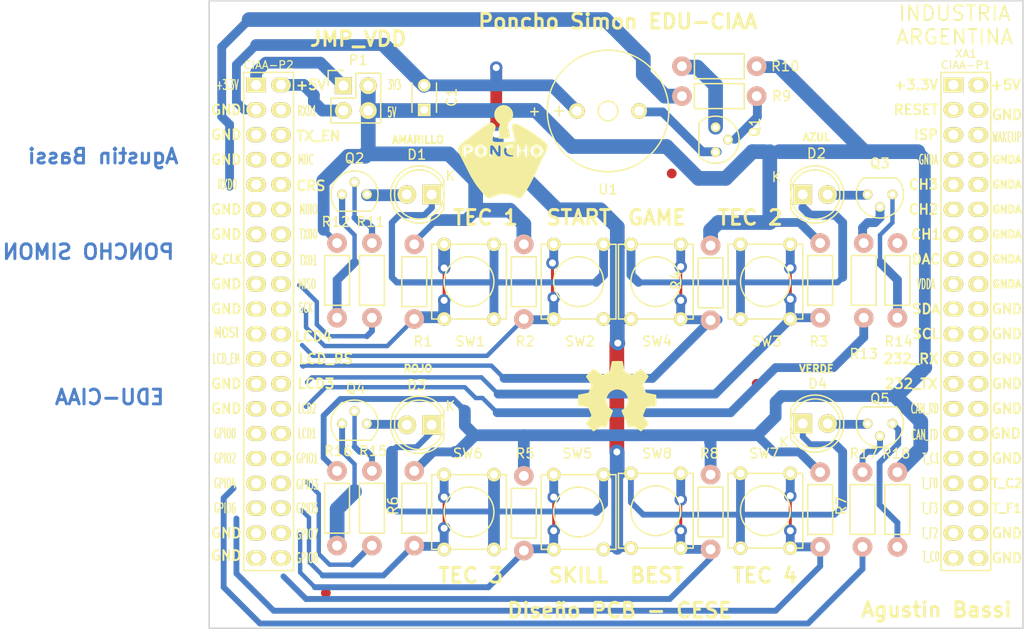
<source format=kicad_pcb>
(kicad_pcb (version 4) (host pcbnew 4.0.6-e0-6349~53~ubuntu16.04.1)

  (general
    (links 85)
    (no_connects 19)
    (area 92.285713 52.805699 197.204428 117.000002)
    (thickness 1.6)
    (drawings 26)
    (tracks 396)
    (zones 0)
    (modules 44)
    (nets 98)
  )

  (page A4)
  (title_block
    (title "Poncho Juego Simon EDU-CIAA NXP")
    (date 2016-07-14)
    (rev 1.0)
    (company "Proyecto CIAA")
    (comment 1 "Juan Agustin Bassi")
    (comment 2 "Diseño PCB - CESE")
    (comment 3 "Licencia BSD")
  )

  (layers
    (0 F.Cu signal)
    (31 B.Cu signal)
    (32 B.Adhes user hide)
    (33 F.Adhes user hide)
    (34 B.Paste user hide)
    (35 F.Paste user hide)
    (36 B.SilkS user)
    (37 F.SilkS user)
    (38 B.Mask user hide)
    (39 F.Mask user hide)
    (40 Dwgs.User user hide)
    (41 Cmts.User user hide)
    (42 Eco1.User user hide)
    (43 Eco2.User user hide)
    (44 Edge.Cuts user)
    (45 Margin user hide)
    (46 B.CrtYd user)
    (47 F.CrtYd user)
    (48 B.Fab user hide)
    (49 F.Fab user hide)
  )

  (setup
    (last_trace_width 0.6)
    (user_trace_width 0.3)
    (user_trace_width 0.45)
    (user_trace_width 0.6)
    (user_trace_width 0.9)
    (user_trace_width 1.2)
    (user_trace_width 1.5)
    (trace_clearance 0.3)
    (zone_clearance 1.25)
    (zone_45_only yes)
    (trace_min 0.3)
    (segment_width 0.2)
    (edge_width 0.15)
    (via_size 1.27)
    (via_drill 0.7112)
    (via_min_size 1.27)
    (via_min_drill 0.7112)
    (user_via 1.27 0.7112)
    (uvia_size 0.508)
    (uvia_drill 0.254)
    (uvias_allowed no)
    (uvia_min_size 0.508)
    (uvia_min_drill 0.254)
    (pcb_text_width 0.3)
    (pcb_text_size 1.5 1.5)
    (mod_edge_width 0.15)
    (mod_text_size 1 1)
    (mod_text_width 0.15)
    (pad_size 1.524 1.524)
    (pad_drill 0.762)
    (pad_to_mask_clearance 0.2)
    (aux_axis_origin 0 0)
    (visible_elements 7FFED74F)
    (pcbplotparams
      (layerselection 0x00000_80000000)
      (usegerberextensions false)
      (excludeedgelayer false)
      (linewidth 0.100000)
      (plotframeref false)
      (viasonmask false)
      (mode 1)
      (useauxorigin false)
      (hpglpennumber 1)
      (hpglpenspeed 20)
      (hpglpendiameter 15)
      (hpglpenoverlay 2)
      (psnegative false)
      (psa4output false)
      (plotreference false)
      (plotvalue false)
      (plotinvisibletext false)
      (padsonsilk false)
      (subtractmaskfromsilk false)
      (outputformat 4)
      (mirror false)
      (drillshape 1)
      (scaleselection 1)
      (outputdirectory gerber/))
  )

  (net 0 "")
  (net 1 GND)
  (net 2 "Net-(D1-Pad2)")
  (net 3 "Net-(D2-Pad2)")
  (net 4 "Net-(D4-Pad2)")
  (net 5 "Net-(Q1-Pad2)")
  (net 6 "Net-(Q1-Pad3)")
  (net 7 "Net-(Q2-Pad2)")
  (net 8 "Net-(Q2-Pad1)")
  (net 9 "Net-(Q3-Pad2)")
  (net 10 "Net-(Q3-Pad1)")
  (net 11 "Net-(Q5-Pad2)")
  (net 12 "Net-(Q5-Pad1)")
  (net 13 /buttons/BTN_LED_1)
  (net 14 /buttons/BTN_CFG_1)
  (net 15 /buttons/BTN_LED_2)
  (net 16 /buttons/BTN_CFG_2)
  (net 17 /buttons/BTN_CFG_3)
  (net 18 /buttons/BTN_LED_4)
  (net 19 "Net-(Q1-Pad1)")
  (net 20 "Net-(D3-Pad2)")
  (net 21 "Net-(Q4-Pad2)")
  (net 22 "Net-(Q4-Pad1)")
  (net 23 /buttons/BTN_LED_3)
  (net 24 /buttons/BTN_CFG_4)
  (net 25 "Net-(P1-Pad1)")
  (net 26 "Net-(P1-Pad3)")
  (net 27 /ciaaConector/LED_1)
  (net 28 /ciaaConector/LED_2)
  (net 29 /ciaaConector/LED_3)
  (net 30 /ciaaConector/LED_4)
  (net 31 /ciaaConector/PWM)
  (net 32 VCC)
  (net 33 "Net-(F1-Pad1)")
  (net 34 "Net-(F2-Pad1)")
  (net 35 "Net-(F3-Pad1)")
  (net 36 "Net-(XA1-Pad1)")
  (net 37 "Net-(XA1-Pad2)")
  (net 38 "Net-(XA1-Pad11)")
  (net 39 "Net-(XA1-Pad4)")
  (net 40 "Net-(XA1-Pad13)")
  (net 41 "Net-(XA1-Pad6)")
  (net 42 "Net-(XA1-Pad15)")
  (net 43 "Net-(XA1-Pad8)")
  (net 44 "Net-(XA1-Pad17)")
  (net 45 "Net-(XA1-Pad10)")
  (net 46 "Net-(XA1-Pad19)")
  (net 47 "Net-(XA1-Pad12)")
  (net 48 "Net-(XA1-Pad21)")
  (net 49 "Net-(XA1-Pad14)")
  (net 50 "Net-(XA1-Pad23)")
  (net 51 "Net-(XA1-Pad16)")
  (net 52 "Net-(XA1-Pad25)")
  (net 53 "Net-(XA1-Pad18)")
  (net 54 "Net-(XA1-Pad27)")
  (net 55 "Net-(XA1-Pad20)")
  (net 56 "Net-(XA1-Pad29)")
  (net 57 "Net-(XA1-Pad22)")
  (net 58 "Net-(XA1-Pad31)")
  (net 59 "Net-(XA1-Pad24)")
  (net 60 "Net-(XA1-Pad26)")
  (net 61 "Net-(XA1-Pad33)")
  (net 62 "Net-(XA1-Pad28)")
  (net 63 "Net-(XA1-Pad32)")
  (net 64 "Net-(XA1-Pad34)")
  (net 65 "Net-(XA1-Pad36)")
  (net 66 "Net-(XA1-Pad38)")
  (net 67 "Net-(XA1-Pad35)")
  (net 68 "Net-(XA1-Pad37)")
  (net 69 "Net-(XA1-Pad3)")
  (net 70 "Net-(XA1-Pad5)")
  (net 71 "Net-(XA1-Pad7)")
  (net 72 "Net-(XA1-Pad9)")
  (net 73 "Net-(XA1-Pad39)")
  (net 74 "Net-(XA1-Pad40)")
  (net 75 "Net-(XA1-Pad30)")
  (net 76 "Net-(XA1-Pad44)")
  (net 77 "Net-(XA1-Pad45)")
  (net 78 "Net-(XA1-Pad46)")
  (net 79 "Net-(XA1-Pad47)")
  (net 80 "Net-(XA1-Pad48)")
  (net 81 "Net-(XA1-Pad49)")
  (net 82 "Net-(XA1-Pad50)")
  (net 83 "Net-(XA1-Pad51)")
  (net 84 "Net-(XA1-Pad52)")
  (net 85 "Net-(XA1-Pad53)")
  (net 86 "Net-(XA1-Pad54)")
  (net 87 "Net-(XA1-Pad55)")
  (net 88 "Net-(XA1-Pad56)")
  (net 89 "Net-(XA1-Pad57)")
  (net 90 "Net-(XA1-Pad58)")
  (net 91 "Net-(XA1-Pad59)")
  (net 92 "Net-(XA1-Pad60)")
  (net 93 "Net-(XA1-Pad61)")
  (net 94 "Net-(XA1-Pad63)")
  (net 95 "Net-(XA1-Pad65)")
  (net 96 "Net-(XA1-Pad67)")
  (net 97 "Net-(XA1-Pad68)")

  (net_class Default "This is the default net class."
    (clearance 0.3)
    (trace_width 0.3)
    (via_dia 1.27)
    (via_drill 0.7112)
    (uvia_dia 0.508)
    (uvia_drill 0.254)
    (add_net /buttons/BTN_CFG_1)
    (add_net /buttons/BTN_CFG_2)
    (add_net /buttons/BTN_CFG_3)
    (add_net /buttons/BTN_CFG_4)
    (add_net /buttons/BTN_LED_1)
    (add_net /buttons/BTN_LED_2)
    (add_net /buttons/BTN_LED_3)
    (add_net /buttons/BTN_LED_4)
    (add_net /ciaaConector/LED_1)
    (add_net /ciaaConector/LED_2)
    (add_net /ciaaConector/LED_3)
    (add_net /ciaaConector/LED_4)
    (add_net /ciaaConector/PWM)
    (add_net GND)
    (add_net "Net-(D1-Pad2)")
    (add_net "Net-(D2-Pad2)")
    (add_net "Net-(D3-Pad2)")
    (add_net "Net-(D4-Pad2)")
    (add_net "Net-(F1-Pad1)")
    (add_net "Net-(F2-Pad1)")
    (add_net "Net-(F3-Pad1)")
    (add_net "Net-(P1-Pad1)")
    (add_net "Net-(P1-Pad3)")
    (add_net "Net-(Q1-Pad1)")
    (add_net "Net-(Q1-Pad2)")
    (add_net "Net-(Q1-Pad3)")
    (add_net "Net-(Q2-Pad1)")
    (add_net "Net-(Q2-Pad2)")
    (add_net "Net-(Q3-Pad1)")
    (add_net "Net-(Q3-Pad2)")
    (add_net "Net-(Q4-Pad1)")
    (add_net "Net-(Q4-Pad2)")
    (add_net "Net-(Q5-Pad1)")
    (add_net "Net-(Q5-Pad2)")
    (add_net "Net-(XA1-Pad1)")
    (add_net "Net-(XA1-Pad10)")
    (add_net "Net-(XA1-Pad11)")
    (add_net "Net-(XA1-Pad12)")
    (add_net "Net-(XA1-Pad13)")
    (add_net "Net-(XA1-Pad14)")
    (add_net "Net-(XA1-Pad15)")
    (add_net "Net-(XA1-Pad16)")
    (add_net "Net-(XA1-Pad17)")
    (add_net "Net-(XA1-Pad18)")
    (add_net "Net-(XA1-Pad19)")
    (add_net "Net-(XA1-Pad2)")
    (add_net "Net-(XA1-Pad20)")
    (add_net "Net-(XA1-Pad21)")
    (add_net "Net-(XA1-Pad22)")
    (add_net "Net-(XA1-Pad23)")
    (add_net "Net-(XA1-Pad24)")
    (add_net "Net-(XA1-Pad25)")
    (add_net "Net-(XA1-Pad26)")
    (add_net "Net-(XA1-Pad27)")
    (add_net "Net-(XA1-Pad28)")
    (add_net "Net-(XA1-Pad29)")
    (add_net "Net-(XA1-Pad3)")
    (add_net "Net-(XA1-Pad30)")
    (add_net "Net-(XA1-Pad31)")
    (add_net "Net-(XA1-Pad32)")
    (add_net "Net-(XA1-Pad33)")
    (add_net "Net-(XA1-Pad34)")
    (add_net "Net-(XA1-Pad35)")
    (add_net "Net-(XA1-Pad36)")
    (add_net "Net-(XA1-Pad37)")
    (add_net "Net-(XA1-Pad38)")
    (add_net "Net-(XA1-Pad39)")
    (add_net "Net-(XA1-Pad4)")
    (add_net "Net-(XA1-Pad40)")
    (add_net "Net-(XA1-Pad44)")
    (add_net "Net-(XA1-Pad45)")
    (add_net "Net-(XA1-Pad46)")
    (add_net "Net-(XA1-Pad47)")
    (add_net "Net-(XA1-Pad48)")
    (add_net "Net-(XA1-Pad49)")
    (add_net "Net-(XA1-Pad5)")
    (add_net "Net-(XA1-Pad50)")
    (add_net "Net-(XA1-Pad51)")
    (add_net "Net-(XA1-Pad52)")
    (add_net "Net-(XA1-Pad53)")
    (add_net "Net-(XA1-Pad54)")
    (add_net "Net-(XA1-Pad55)")
    (add_net "Net-(XA1-Pad56)")
    (add_net "Net-(XA1-Pad57)")
    (add_net "Net-(XA1-Pad58)")
    (add_net "Net-(XA1-Pad59)")
    (add_net "Net-(XA1-Pad6)")
    (add_net "Net-(XA1-Pad60)")
    (add_net "Net-(XA1-Pad61)")
    (add_net "Net-(XA1-Pad63)")
    (add_net "Net-(XA1-Pad65)")
    (add_net "Net-(XA1-Pad67)")
    (add_net "Net-(XA1-Pad68)")
    (add_net "Net-(XA1-Pad7)")
    (add_net "Net-(XA1-Pad8)")
    (add_net "Net-(XA1-Pad9)")
    (add_net VCC)
  )

  (module footprints:Pin_Header_Straight_2x02 (layer F.Cu) (tedit 578F6D5B) (tstamp 5777E0F9)
    (at 127.0078 61.5427)
    (descr "Through hole pin header")
    (tags "pin header")
    (path /57781B52/57781CF6)
    (fp_text reference P1 (at 1.5162 -2.6147) (layer F.SilkS)
      (effects (font (size 1 1) (thickness 0.15)))
    )
    (fp_text value PWR_JUMPER (at 0 -3.1) (layer F.Fab)
      (effects (font (size 1 1) (thickness 0.15)))
    )
    (fp_line (start -1.75 -1.75) (end -1.75 4.3) (layer F.CrtYd) (width 0.05))
    (fp_line (start 4.3 -1.75) (end 4.3 4.3) (layer F.CrtYd) (width 0.05))
    (fp_line (start -1.75 -1.75) (end 4.3 -1.75) (layer F.CrtYd) (width 0.05))
    (fp_line (start -1.75 4.3) (end 4.3 4.3) (layer F.CrtYd) (width 0.05))
    (fp_line (start -1.55 0) (end -1.55 -1.55) (layer F.SilkS) (width 0.15))
    (fp_line (start 0 -1.55) (end -1.55 -1.55) (layer F.SilkS) (width 0.15))
    (fp_line (start -1.27 1.27) (end 1.27 1.27) (layer F.SilkS) (width 0.15))
    (fp_line (start 1.27 1.27) (end 1.27 -1.27) (layer F.SilkS) (width 0.15))
    (fp_line (start 1.27 -1.27) (end 3.81 -1.27) (layer F.SilkS) (width 0.15))
    (fp_line (start 3.81 -1.27) (end 3.81 3.81) (layer F.SilkS) (width 0.15))
    (fp_line (start 3.81 3.81) (end -1.27 3.81) (layer F.SilkS) (width 0.15))
    (fp_line (start -1.27 3.81) (end -1.27 1.27) (layer F.SilkS) (width 0.15))
    (pad 1 thru_hole rect (at 0 0) (size 1.7272 1.7272) (drill 1.016) (layers *.Cu *.Mask F.SilkS)
      (net 25 "Net-(P1-Pad1)"))
    (pad 2 thru_hole oval (at 2.54 0) (size 1.7272 1.7272) (drill 1.016) (layers *.Cu *.Mask F.SilkS)
      (net 32 VCC))
    (pad 3 thru_hole oval (at 0 2.54) (size 1.7272 1.7272) (drill 1.016) (layers *.Cu *.Mask F.SilkS)
      (net 26 "Net-(P1-Pad3)"))
    (pad 4 thru_hole oval (at 2.54 2.54) (size 1.7272 1.7272) (drill 1.016) (layers *.Cu *.Mask F.SilkS)
      (net 32 VCC))
    (model ${KIPRJMOD}/simonShield.3dshapes/Pin_Header_Straight_2x02.wrl
      (at (xyz 0.05 -0.05 0))
      (scale (xyz 1 1 1))
      (rotate (xyz 0 0 90))
    )
  )

  (module footprints:MagneticBuzzer_ProSignal_ABT-410-RC (layer F.Cu) (tedit 544E5504) (tstamp 5777E1C8)
    (at 157.178971 64.124429 180)
    (descr "Buzzer, Elektromagnetic Beeper, Summer, 1,5V-DC,")
    (tags "Pro Signal, ABT-410-RC,")
    (path /5797F3F6)
    (fp_text reference U1 (at 3.175 -8.001 180) (layer F.SilkS)
      (effects (font (size 1 1) (thickness 0.15)))
    )
    (fp_text value BUZZER (at 2.17424 8.001 180) (layer F.Fab)
      (effects (font (size 1 1) (thickness 0.15)))
    )
    (fp_line (start 8.17626 -0.50038) (end 8.17626 0.50038) (layer F.SilkS) (width 0.15))
    (fp_line (start 7.67588 0) (end 8.6741 0) (layer F.SilkS) (width 0.15))
    (fp_circle (center 3.175 0) (end 4.17576 0) (layer F.SilkS) (width 0.15))
    (fp_text user + (at 10.67562 0 180) (layer F.SilkS)
      (effects (font (size 1 1) (thickness 0.15)))
    )
    (fp_circle (center 3.175 0) (end 9.37514 0) (layer F.SilkS) (width 0.15))
    (pad 1 thru_hole circle (at 0 0 180) (size 1.6002 1.6002) (drill 1.00076) (layers *.Cu *.Mask F.SilkS)
      (net 6 "Net-(Q1-Pad3)"))
    (pad 2 thru_hole circle (at 6.35 0 180) (size 1.6002 1.6002) (drill 1.00076) (layers *.Cu *.Mask F.SilkS)
      (net 1 GND))
    (model ${KIPRJMOD}/simonShield.3dshapes/MagneticBuzzer_ProSignal_ABT-410-RC.wrl
      (at (xyz 0 0 0))
      (scale (xyz 1 1 1))
      (rotate (xyz 0 0 0))
    )
  )

  (module footprints:Fiducial_1mm (layer F.Cu) (tedit 573E1507) (tstamp 577D60C9)
    (at 125.222 113.284)
    (path /577D561F)
    (clearance 1.524)
    (fp_text reference F1 (at 0.02 -0.9) (layer F.SilkS) hide
      (effects (font (size 0.7112 0.4572) (thickness 0.1143)))
    )
    (fp_text value FIDUCIAL (at 0 0.99) (layer F.SilkS) hide
      (effects (font (size 0.254 0.254) (thickness 0.00254)))
    )
    (pad 1 smd circle (at 0 0) (size 1 1) (layers F.Cu F.Mask)
      (net 33 "Net-(F1-Pad1)") (solder_mask_margin 1.5))
  )

  (module footprints:Fiducial_1mm (layer F.Cu) (tedit 573E1507) (tstamp 577D60CE)
    (at 160.5 70.5)
    (path /577D5F36)
    (clearance 1.524)
    (fp_text reference F2 (at 0.02 -0.9) (layer F.SilkS) hide
      (effects (font (size 0.7112 0.4572) (thickness 0.1143)))
    )
    (fp_text value FIDUCIAL (at 0 0.99) (layer F.SilkS) hide
      (effects (font (size 0.254 0.254) (thickness 0.00254)))
    )
    (pad 1 smd circle (at 0 0) (size 1 1) (layers F.Cu F.Mask)
      (net 34 "Net-(F2-Pad1)") (solder_mask_margin 1.5))
  )

  (module footprints:Fiducial_1mm (layer F.Cu) (tedit 573E1507) (tstamp 577D60D3)
    (at 169.164 91.948)
    (path /577D5FF6)
    (clearance 1.524)
    (fp_text reference F3 (at 0.02 -0.9) (layer F.SilkS) hide
      (effects (font (size 0.7112 0.4572) (thickness 0.1143)))
    )
    (fp_text value FIDUCIAL (at 0 0.99) (layer F.SilkS) hide
      (effects (font (size 0.254 0.254) (thickness 0.00254)))
    )
    (pad 1 smd circle (at 0 0) (size 1 1) (layers F.Cu F.Mask)
      (net 35 "Net-(F3-Pad1)") (solder_mask_margin 1.5))
  )

  (module footprints:LED-5MM (layer F.Cu) (tedit 5570F7EA) (tstamp 578EC322)
    (at 136.017 72.644 180)
    (descr "LED 5mm round vertical")
    (tags "LED 5mm round vertical")
    (path /57780685/57780BD5)
    (fp_text reference D1 (at 1.524 4.064 180) (layer F.SilkS)
      (effects (font (size 1 1) (thickness 0.15)))
    )
    (fp_text value AMARILLO (at 1.524 -3.937 180) (layer F.Fab)
      (effects (font (size 1 1) (thickness 0.15)))
    )
    (fp_line (start -1.5 -1.55) (end -1.5 1.55) (layer F.CrtYd) (width 0.05))
    (fp_arc (start 1.3 0) (end -1.5 1.55) (angle -302) (layer F.CrtYd) (width 0.05))
    (fp_arc (start 1.27 0) (end -1.23 -1.5) (angle 297.5) (layer F.SilkS) (width 0.15))
    (fp_line (start -1.23 1.5) (end -1.23 -1.5) (layer F.SilkS) (width 0.15))
    (fp_circle (center 1.27 0) (end 0.97 -2.5) (layer F.SilkS) (width 0.15))
    (fp_text user K (at -1.905 1.905 180) (layer F.SilkS)
      (effects (font (size 1 1) (thickness 0.15)))
    )
    (pad 1 thru_hole rect (at 0 0 270) (size 2 1.9) (drill 1.00076) (layers *.Cu *.Mask F.SilkS)
      (net 1 GND))
    (pad 2 thru_hole circle (at 2.54 0 180) (size 1.9 1.9) (drill 1.00076) (layers *.Cu *.Mask F.SilkS)
      (net 2 "Net-(D1-Pad2)"))
    (model ${KIPRJMOD}/simonShield.3dshapes/LED-5MM.wrl
      (at (xyz 0.05 0 0))
      (scale (xyz 1 1 1))
      (rotate (xyz 0 0 90))
    )
  )

  (module footprints:LED-5MM (layer F.Cu) (tedit 578F747C) (tstamp 578EC32E)
    (at 173.863 72.644)
    (descr "LED 5mm round vertical")
    (tags "LED 5mm round vertical")
    (path /57780685/5779749F)
    (fp_text reference D2 (at 1.397 -4.191) (layer F.SilkS)
      (effects (font (size 1 1) (thickness 0.15)))
    )
    (fp_text value AZUL (at 1.524 -3.937) (layer F.Fab)
      (effects (font (size 1 1) (thickness 0.15)))
    )
    (fp_line (start -1.5 -1.55) (end -1.5 1.55) (layer F.CrtYd) (width 0.05))
    (fp_arc (start 1.3 0) (end -1.5 1.55) (angle -302) (layer F.CrtYd) (width 0.05))
    (fp_arc (start 1.27 0) (end -1.23 -1.5) (angle 297.5) (layer F.SilkS) (width 0.15))
    (fp_line (start -1.23 1.5) (end -1.23 -1.5) (layer F.SilkS) (width 0.15))
    (fp_circle (center 1.27 0) (end 0.97 -2.5) (layer F.SilkS) (width 0.15))
    (fp_text user K (at -2.667 -1.778) (layer F.SilkS)
      (effects (font (size 1 1) (thickness 0.15)))
    )
    (pad 1 thru_hole rect (at 0 0 90) (size 2 1.9) (drill 1.00076) (layers *.Cu *.Mask F.SilkS)
      (net 1 GND))
    (pad 2 thru_hole circle (at 2.54 0) (size 1.9 1.9) (drill 1.00076) (layers *.Cu *.Mask F.SilkS)
      (net 3 "Net-(D2-Pad2)"))
    (model ${KIPRJMOD}/simonShield.3dshapes/LED-5MM.wrl
      (at (xyz 0.05 0 0))
      (scale (xyz 1 1 1))
      (rotate (xyz 0 0 90))
    )
  )

  (module footprints:LED-5MM (layer F.Cu) (tedit 5570F7EA) (tstamp 578EC33A)
    (at 136.017 96.139 180)
    (descr "LED 5mm round vertical")
    (tags "LED 5mm round vertical")
    (path /57780685/5779752F)
    (fp_text reference D3 (at 1.524 4.064 180) (layer F.SilkS)
      (effects (font (size 1 1) (thickness 0.15)))
    )
    (fp_text value ROJO (at 1.524 -3.937 180) (layer F.Fab)
      (effects (font (size 1 1) (thickness 0.15)))
    )
    (fp_line (start -1.5 -1.55) (end -1.5 1.55) (layer F.CrtYd) (width 0.05))
    (fp_arc (start 1.3 0) (end -1.5 1.55) (angle -302) (layer F.CrtYd) (width 0.05))
    (fp_arc (start 1.27 0) (end -1.23 -1.5) (angle 297.5) (layer F.SilkS) (width 0.15))
    (fp_line (start -1.23 1.5) (end -1.23 -1.5) (layer F.SilkS) (width 0.15))
    (fp_circle (center 1.27 0) (end 0.97 -2.5) (layer F.SilkS) (width 0.15))
    (fp_text user K (at -1.905 1.905 180) (layer F.SilkS)
      (effects (font (size 1 1) (thickness 0.15)))
    )
    (pad 1 thru_hole rect (at 0 0 270) (size 2 1.9) (drill 1.00076) (layers *.Cu *.Mask F.SilkS)
      (net 1 GND))
    (pad 2 thru_hole circle (at 2.54 0 180) (size 1.9 1.9) (drill 1.00076) (layers *.Cu *.Mask F.SilkS)
      (net 20 "Net-(D3-Pad2)"))
    (model ${KIPRJMOD}/simonShield.3dshapes/LED-5MM.wrl
      (at (xyz 0.05 0 0))
      (scale (xyz 1 1 1))
      (rotate (xyz 0 0 90))
    )
  )

  (module footprints:LED-5MM (layer F.Cu) (tedit 578F6C83) (tstamp 578EC346)
    (at 173.863 96.012)
    (descr "LED 5mm round vertical")
    (tags "LED 5mm round vertical")
    (path /57780685/577975B8)
    (fp_text reference D4 (at 1.524 -4.064) (layer F.SilkS)
      (effects (font (size 1 1) (thickness 0.15)))
    )
    (fp_text value VERDE (at 1.524 -3.937) (layer F.Fab)
      (effects (font (size 1 1) (thickness 0.15)))
    )
    (fp_line (start -1.5 -1.55) (end -1.5 1.55) (layer F.CrtYd) (width 0.05))
    (fp_arc (start 1.3 0) (end -1.5 1.55) (angle -302) (layer F.CrtYd) (width 0.05))
    (fp_arc (start 1.27 0) (end -1.23 -1.5) (angle 297.5) (layer F.SilkS) (width 0.15))
    (fp_line (start -1.23 1.5) (end -1.23 -1.5) (layer F.SilkS) (width 0.15))
    (fp_circle (center 1.27 0) (end 0.97 -2.5) (layer F.SilkS) (width 0.15))
    (fp_text user K (at -1.905 1.905) (layer F.SilkS)
      (effects (font (size 1 1) (thickness 0.15)))
    )
    (pad 1 thru_hole rect (at 0 0 90) (size 2 1.9) (drill 1.00076) (layers *.Cu *.Mask F.SilkS)
      (net 1 GND))
    (pad 2 thru_hole circle (at 2.54 0) (size 1.9 1.9) (drill 1.00076) (layers *.Cu *.Mask F.SilkS)
      (net 4 "Net-(D4-Pad2)"))
    (model ${KIPRJMOD}/simonShield.3dshapes/LED-5MM.wrl
      (at (xyz 0.05 0 0))
      (scale (xyz 1 1 1))
      (rotate (xyz 0 0 90))
    )
  )

  (module footprints:TO-92_Molded_Narrow (layer F.Cu) (tedit 54F242E1) (tstamp 578EC354)
    (at 164.973 65.786 270)
    (descr "TO-92 leads molded, narrow, drill 0.6mm (see NXP sot054_po.pdf)")
    (tags "to-92 sc-43 sc-43a sot54 PA33 transistor")
    (path /5797F3FE)
    (fp_text reference Q1 (at 0 -4 270) (layer F.SilkS)
      (effects (font (size 1 1) (thickness 0.15)))
    )
    (fp_text value BC547 (at 0 3 270) (layer F.Fab)
      (effects (font (size 1 1) (thickness 0.15)))
    )
    (fp_line (start -1.4 1.95) (end -1.4 -2.65) (layer F.CrtYd) (width 0.05))
    (fp_line (start -1.4 1.95) (end 3.9 1.95) (layer F.CrtYd) (width 0.05))
    (fp_line (start -0.43 1.7) (end 2.97 1.7) (layer F.SilkS) (width 0.15))
    (fp_arc (start 1.27 0) (end 1.27 -2.4) (angle -135) (layer F.SilkS) (width 0.15))
    (fp_arc (start 1.27 0) (end 1.27 -2.4) (angle 135) (layer F.SilkS) (width 0.15))
    (fp_line (start -1.4 -2.65) (end 3.9 -2.65) (layer F.CrtYd) (width 0.05))
    (fp_line (start 3.9 1.95) (end 3.9 -2.65) (layer F.CrtYd) (width 0.05))
    (pad 2 thru_hole circle (at 1.27 -1.27) (size 1.00076 1.00076) (drill 0.6) (layers *.Cu *.Mask F.SilkS)
      (net 5 "Net-(Q1-Pad2)"))
    (pad 3 thru_hole circle (at 2.54 0) (size 1.00076 1.00076) (drill 0.6) (layers *.Cu *.Mask F.SilkS)
      (net 6 "Net-(Q1-Pad3)"))
    (pad 1 thru_hole circle (at 0 0) (size 1.00076 1.00076) (drill 0.6) (layers *.Cu *.Mask F.SilkS)
      (net 19 "Net-(Q1-Pad1)"))
    (model ${KIPRJMOD}/simonShield.3dshapes/TO-92_Molded_Narrow.wrl
      (at (xyz 0.05 0 0))
      (scale (xyz 1 1 1))
      (rotate (xyz 0 0 -90))
    )
  )

  (module footprints:TO-92_Molded_Narrow (layer F.Cu) (tedit 578F6D42) (tstamp 578EC362)
    (at 126.873 72.644)
    (descr "TO-92 leads molded, narrow, drill 0.6mm (see NXP sot054_po.pdf)")
    (tags "to-92 sc-43 sc-43a sot54 PA33 transistor")
    (path /57780685/57780BC0)
    (fp_text reference Q2 (at 1.27 -3.683) (layer F.SilkS)
      (effects (font (size 1 1) (thickness 0.15)))
    )
    (fp_text value BC547 (at 0 3) (layer F.Fab)
      (effects (font (size 1 1) (thickness 0.15)))
    )
    (fp_line (start -1.4 1.95) (end -1.4 -2.65) (layer F.CrtYd) (width 0.05))
    (fp_line (start -1.4 1.95) (end 3.9 1.95) (layer F.CrtYd) (width 0.05))
    (fp_line (start -0.43 1.7) (end 2.97 1.7) (layer F.SilkS) (width 0.15))
    (fp_arc (start 1.27 0) (end 1.27 -2.4) (angle -135) (layer F.SilkS) (width 0.15))
    (fp_arc (start 1.27 0) (end 1.27 -2.4) (angle 135) (layer F.SilkS) (width 0.15))
    (fp_line (start -1.4 -2.65) (end 3.9 -2.65) (layer F.CrtYd) (width 0.05))
    (fp_line (start 3.9 1.95) (end 3.9 -2.65) (layer F.CrtYd) (width 0.05))
    (pad 2 thru_hole circle (at 1.27 -1.27 90) (size 1.00076 1.00076) (drill 0.6) (layers *.Cu *.Mask F.SilkS)
      (net 7 "Net-(Q2-Pad2)"))
    (pad 3 thru_hole circle (at 2.54 0 90) (size 1.00076 1.00076) (drill 0.6) (layers *.Cu *.Mask F.SilkS)
      (net 2 "Net-(D1-Pad2)"))
    (pad 1 thru_hole circle (at 0 0 90) (size 1.00076 1.00076) (drill 0.6) (layers *.Cu *.Mask F.SilkS)
      (net 8 "Net-(Q2-Pad1)"))
    (model ${KIPRJMOD}/simonShield.3dshapes/TO-92_Molded_Narrow.wrl
      (at (xyz 0.05 0 0))
      (scale (xyz 1 1 1))
      (rotate (xyz 0 0 -90))
    )
  )

  (module footprints:TO-92_Molded_Narrow (layer F.Cu) (tedit 578F6BAB) (tstamp 578EC370)
    (at 183.007 72.644 180)
    (descr "TO-92 leads molded, narrow, drill 0.6mm (see NXP sot054_po.pdf)")
    (tags "to-92 sc-43 sc-43a sot54 PA33 transistor")
    (path /57780685/57780BE3)
    (fp_text reference Q3 (at 1.27 3.175 180) (layer F.SilkS)
      (effects (font (size 1 1) (thickness 0.15)))
    )
    (fp_text value BC547 (at 0 3 180) (layer F.Fab)
      (effects (font (size 1 1) (thickness 0.15)))
    )
    (fp_line (start -1.4 1.95) (end -1.4 -2.65) (layer F.CrtYd) (width 0.05))
    (fp_line (start -1.4 1.95) (end 3.9 1.95) (layer F.CrtYd) (width 0.05))
    (fp_line (start -0.43 1.7) (end 2.97 1.7) (layer F.SilkS) (width 0.15))
    (fp_arc (start 1.27 0) (end 1.27 -2.4) (angle -135) (layer F.SilkS) (width 0.15))
    (fp_arc (start 1.27 0) (end 1.27 -2.4) (angle 135) (layer F.SilkS) (width 0.15))
    (fp_line (start -1.4 -2.65) (end 3.9 -2.65) (layer F.CrtYd) (width 0.05))
    (fp_line (start 3.9 1.95) (end 3.9 -2.65) (layer F.CrtYd) (width 0.05))
    (pad 2 thru_hole circle (at 1.27 -1.27 270) (size 1.00076 1.00076) (drill 0.6) (layers *.Cu *.Mask F.SilkS)
      (net 9 "Net-(Q3-Pad2)"))
    (pad 3 thru_hole circle (at 2.54 0 270) (size 1.00076 1.00076) (drill 0.6) (layers *.Cu *.Mask F.SilkS)
      (net 3 "Net-(D2-Pad2)"))
    (pad 1 thru_hole circle (at 0 0 270) (size 1.00076 1.00076) (drill 0.6) (layers *.Cu *.Mask F.SilkS)
      (net 10 "Net-(Q3-Pad1)"))
    (model ${KIPRJMOD}/simonShield.3dshapes/TO-92_Molded_Narrow.wrl
      (at (xyz 0.05 0 0))
      (scale (xyz 1 1 1))
      (rotate (xyz 0 0 -90))
    )
  )

  (module footprints:TO-92_Molded_Narrow (layer F.Cu) (tedit 578F6CF3) (tstamp 578EC37E)
    (at 126.873 96.012)
    (descr "TO-92 leads molded, narrow, drill 0.6mm (see NXP sot054_po.pdf)")
    (tags "to-92 sc-43 sc-43a sot54 PA33 transistor")
    (path /57780685/57780C0C)
    (fp_text reference Q4 (at 1.397 -3.556) (layer F.SilkS)
      (effects (font (size 1 1) (thickness 0.15)))
    )
    (fp_text value BC547 (at 0 3) (layer F.Fab)
      (effects (font (size 1 1) (thickness 0.15)))
    )
    (fp_line (start -1.4 1.95) (end -1.4 -2.65) (layer F.CrtYd) (width 0.05))
    (fp_line (start -1.4 1.95) (end 3.9 1.95) (layer F.CrtYd) (width 0.05))
    (fp_line (start -0.43 1.7) (end 2.97 1.7) (layer F.SilkS) (width 0.15))
    (fp_arc (start 1.27 0) (end 1.27 -2.4) (angle -135) (layer F.SilkS) (width 0.15))
    (fp_arc (start 1.27 0) (end 1.27 -2.4) (angle 135) (layer F.SilkS) (width 0.15))
    (fp_line (start -1.4 -2.65) (end 3.9 -2.65) (layer F.CrtYd) (width 0.05))
    (fp_line (start 3.9 1.95) (end 3.9 -2.65) (layer F.CrtYd) (width 0.05))
    (pad 2 thru_hole circle (at 1.27 -1.27 90) (size 1.00076 1.00076) (drill 0.6) (layers *.Cu *.Mask F.SilkS)
      (net 21 "Net-(Q4-Pad2)"))
    (pad 3 thru_hole circle (at 2.54 0 90) (size 1.00076 1.00076) (drill 0.6) (layers *.Cu *.Mask F.SilkS)
      (net 20 "Net-(D3-Pad2)"))
    (pad 1 thru_hole circle (at 0 0 90) (size 1.00076 1.00076) (drill 0.6) (layers *.Cu *.Mask F.SilkS)
      (net 22 "Net-(Q4-Pad1)"))
    (model ${KIPRJMOD}/simonShield.3dshapes/TO-92_Molded_Narrow.wrl
      (at (xyz 0.05 0 0))
      (scale (xyz 1 1 1))
      (rotate (xyz 0 0 -90))
    )
  )

  (module footprints:TO-92_Molded_Narrow (layer F.Cu) (tedit 578F6C7D) (tstamp 578EC38C)
    (at 183.007 96.012 180)
    (descr "TO-92 leads molded, narrow, drill 0.6mm (see NXP sot054_po.pdf)")
    (tags "to-92 sc-43 sc-43a sot54 PA33 transistor")
    (path /57780685/57780C35)
    (fp_text reference Q5 (at 1.27 2.54 180) (layer F.SilkS)
      (effects (font (size 1 1) (thickness 0.15)))
    )
    (fp_text value BC547 (at 0 3 180) (layer F.Fab)
      (effects (font (size 1 1) (thickness 0.15)))
    )
    (fp_line (start -1.4 1.95) (end -1.4 -2.65) (layer F.CrtYd) (width 0.05))
    (fp_line (start -1.4 1.95) (end 3.9 1.95) (layer F.CrtYd) (width 0.05))
    (fp_line (start -0.43 1.7) (end 2.97 1.7) (layer F.SilkS) (width 0.15))
    (fp_arc (start 1.27 0) (end 1.27 -2.4) (angle -135) (layer F.SilkS) (width 0.15))
    (fp_arc (start 1.27 0) (end 1.27 -2.4) (angle 135) (layer F.SilkS) (width 0.15))
    (fp_line (start -1.4 -2.65) (end 3.9 -2.65) (layer F.CrtYd) (width 0.05))
    (fp_line (start 3.9 1.95) (end 3.9 -2.65) (layer F.CrtYd) (width 0.05))
    (pad 2 thru_hole circle (at 1.27 -1.27 270) (size 1.00076 1.00076) (drill 0.6) (layers *.Cu *.Mask F.SilkS)
      (net 11 "Net-(Q5-Pad2)"))
    (pad 3 thru_hole circle (at 2.54 0 270) (size 1.00076 1.00076) (drill 0.6) (layers *.Cu *.Mask F.SilkS)
      (net 4 "Net-(D4-Pad2)"))
    (pad 1 thru_hole circle (at 0 0 270) (size 1.00076 1.00076) (drill 0.6) (layers *.Cu *.Mask F.SilkS)
      (net 12 "Net-(Q5-Pad1)"))
    (model ${KIPRJMOD}/simonShield.3dshapes/TO-92_Molded_Narrow.wrl
      (at (xyz 0.05 0 0))
      (scale (xyz 1 1 1))
      (rotate (xyz 0 0 -90))
    )
  )

  (module footprints:Resistor_Horizontal_RM7mm (layer F.Cu) (tedit 5797DDB4) (tstamp 578EC39A)
    (at 134.239 85.344 90)
    (descr "Resistor, Axial,  RM 7.62mm, 1/3W,")
    (tags "Resistor Axial RM 7.62mm 1/3W R3")
    (path /5777D5BA/5777DBC2)
    (fp_text reference R1 (at -2.286 0.889 180) (layer F.SilkS)
      (effects (font (size 1 1) (thickness 0.15)))
    )
    (fp_text value 3K3 (at 3.81 3.81 90) (layer F.Fab)
      (effects (font (size 1 1) (thickness 0.15)))
    )
    (fp_line (start -1.25 -1.5) (end 8.85 -1.5) (layer F.CrtYd) (width 0.05))
    (fp_line (start -1.25 1.5) (end -1.25 -1.5) (layer F.CrtYd) (width 0.05))
    (fp_line (start 8.85 -1.5) (end 8.85 1.5) (layer F.CrtYd) (width 0.05))
    (fp_line (start -1.25 1.5) (end 8.85 1.5) (layer F.CrtYd) (width 0.05))
    (fp_line (start 1.27 -1.27) (end 6.35 -1.27) (layer F.SilkS) (width 0.15))
    (fp_line (start 6.35 -1.27) (end 6.35 1.27) (layer F.SilkS) (width 0.15))
    (fp_line (start 6.35 1.27) (end 1.27 1.27) (layer F.SilkS) (width 0.15))
    (fp_line (start 1.27 1.27) (end 1.27 -1.27) (layer F.SilkS) (width 0.15))
    (pad 1 thru_hole circle (at 0 0 90) (size 1.99898 1.99898) (drill 1.00076) (layers *.Cu *.SilkS *.Mask)
      (net 13 /buttons/BTN_LED_1))
    (pad 2 thru_hole circle (at 7.62 0 90) (size 1.99898 1.99898) (drill 1.00076) (layers *.Cu *.SilkS *.Mask)
      (net 32 VCC))
    (model ${KIPRJMOD}/simonShield.3dshapes/Resistor_Horizontal_RM10mm.wrl
      (at (xyz 0.15 0 0))
      (scale (xyz 0.3 0.3 0.3))
      (rotate (xyz 0 0 0))
    )
  )

  (module footprints:Resistor_Horizontal_RM7mm (layer F.Cu) (tedit 5797DC8C) (tstamp 578EC3A8)
    (at 145.415 85.344 90)
    (descr "Resistor, Axial,  RM 7.62mm, 1/3W,")
    (tags "Resistor Axial RM 7.62mm 1/3W R3")
    (path /5777D5BA/5779693E)
    (fp_text reference R2 (at -2.286 0.127 180) (layer F.SilkS)
      (effects (font (size 1 1) (thickness 0.15)))
    )
    (fp_text value 3K3 (at 3.81 3.81 90) (layer F.Fab)
      (effects (font (size 1 1) (thickness 0.15)))
    )
    (fp_line (start -1.25 -1.5) (end 8.85 -1.5) (layer F.CrtYd) (width 0.05))
    (fp_line (start -1.25 1.5) (end -1.25 -1.5) (layer F.CrtYd) (width 0.05))
    (fp_line (start 8.85 -1.5) (end 8.85 1.5) (layer F.CrtYd) (width 0.05))
    (fp_line (start -1.25 1.5) (end 8.85 1.5) (layer F.CrtYd) (width 0.05))
    (fp_line (start 1.27 -1.27) (end 6.35 -1.27) (layer F.SilkS) (width 0.15))
    (fp_line (start 6.35 -1.27) (end 6.35 1.27) (layer F.SilkS) (width 0.15))
    (fp_line (start 6.35 1.27) (end 1.27 1.27) (layer F.SilkS) (width 0.15))
    (fp_line (start 1.27 1.27) (end 1.27 -1.27) (layer F.SilkS) (width 0.15))
    (pad 1 thru_hole circle (at 0 0 90) (size 1.99898 1.99898) (drill 1.00076) (layers *.Cu *.SilkS *.Mask)
      (net 14 /buttons/BTN_CFG_1))
    (pad 2 thru_hole circle (at 7.62 0 90) (size 1.99898 1.99898) (drill 1.00076) (layers *.Cu *.SilkS *.Mask)
      (net 32 VCC))
    (model ${KIPRJMOD}/simonShield.3dshapes/Resistor_Horizontal_RM10mm.wrl
      (at (xyz 0.15 0 0))
      (scale (xyz 0.3 0.3 0.3))
      (rotate (xyz 0 0 0))
    )
  )

  (module footprints:Resistor_Horizontal_RM7mm (layer F.Cu) (tedit 5797DDBD) (tstamp 578EC3B6)
    (at 175.641 85.217 90)
    (descr "Resistor, Axial,  RM 7.62mm, 1/3W,")
    (tags "Resistor Axial RM 7.62mm 1/3W R3")
    (path /5777D5BA/577967E7)
    (fp_text reference R3 (at -2.413 -0.127 180) (layer F.SilkS)
      (effects (font (size 1 1) (thickness 0.15)))
    )
    (fp_text value 3K3 (at 3.81 3.81 90) (layer F.Fab)
      (effects (font (size 1 1) (thickness 0.15)))
    )
    (fp_line (start -1.25 -1.5) (end 8.85 -1.5) (layer F.CrtYd) (width 0.05))
    (fp_line (start -1.25 1.5) (end -1.25 -1.5) (layer F.CrtYd) (width 0.05))
    (fp_line (start 8.85 -1.5) (end 8.85 1.5) (layer F.CrtYd) (width 0.05))
    (fp_line (start -1.25 1.5) (end 8.85 1.5) (layer F.CrtYd) (width 0.05))
    (fp_line (start 1.27 -1.27) (end 6.35 -1.27) (layer F.SilkS) (width 0.15))
    (fp_line (start 6.35 -1.27) (end 6.35 1.27) (layer F.SilkS) (width 0.15))
    (fp_line (start 6.35 1.27) (end 1.27 1.27) (layer F.SilkS) (width 0.15))
    (fp_line (start 1.27 1.27) (end 1.27 -1.27) (layer F.SilkS) (width 0.15))
    (pad 1 thru_hole circle (at 0 0 90) (size 1.99898 1.99898) (drill 1.00076) (layers *.Cu *.SilkS *.Mask)
      (net 15 /buttons/BTN_LED_2))
    (pad 2 thru_hole circle (at 7.62 0 90) (size 1.99898 1.99898) (drill 1.00076) (layers *.Cu *.SilkS *.Mask)
      (net 32 VCC))
    (model ${KIPRJMOD}/simonShield.3dshapes/Resistor_Horizontal_RM10mm.wrl
      (at (xyz 0.15 0 0))
      (scale (xyz 0.3 0.3 0.3))
      (rotate (xyz 0 0 0))
    )
  )

  (module footprints:Resistor_Horizontal_RM7mm (layer F.Cu) (tedit 5797DD2F) (tstamp 578EC3D2)
    (at 145.415 108.966 90)
    (descr "Resistor, Axial,  RM 7.62mm, 1/3W,")
    (tags "Resistor Axial RM 7.62mm 1/3W R3")
    (path /5777D5BA/57796847)
    (fp_text reference R5 (at 9.906 0.127 180) (layer F.SilkS)
      (effects (font (size 1 1) (thickness 0.15)))
    )
    (fp_text value 3K3 (at 3.81 3.81 90) (layer F.Fab)
      (effects (font (size 1 1) (thickness 0.15)))
    )
    (fp_line (start -1.25 -1.5) (end 8.85 -1.5) (layer F.CrtYd) (width 0.05))
    (fp_line (start -1.25 1.5) (end -1.25 -1.5) (layer F.CrtYd) (width 0.05))
    (fp_line (start 8.85 -1.5) (end 8.85 1.5) (layer F.CrtYd) (width 0.05))
    (fp_line (start -1.25 1.5) (end 8.85 1.5) (layer F.CrtYd) (width 0.05))
    (fp_line (start 1.27 -1.27) (end 6.35 -1.27) (layer F.SilkS) (width 0.15))
    (fp_line (start 6.35 -1.27) (end 6.35 1.27) (layer F.SilkS) (width 0.15))
    (fp_line (start 6.35 1.27) (end 1.27 1.27) (layer F.SilkS) (width 0.15))
    (fp_line (start 1.27 1.27) (end 1.27 -1.27) (layer F.SilkS) (width 0.15))
    (pad 1 thru_hole circle (at 0 0 90) (size 1.99898 1.99898) (drill 1.00076) (layers *.Cu *.SilkS *.Mask)
      (net 23 /buttons/BTN_LED_3))
    (pad 2 thru_hole circle (at 7.62 0 90) (size 1.99898 1.99898) (drill 1.00076) (layers *.Cu *.SilkS *.Mask)
      (net 32 VCC))
    (model ${KIPRJMOD}/simonShield.3dshapes/Resistor_Horizontal_RM10mm.wrl
      (at (xyz 0.15 0 0))
      (scale (xyz 0.3 0.3 0.3))
      (rotate (xyz 0 0 0))
    )
  )

  (module footprints:Resistor_Horizontal_RM7mm (layer F.Cu) (tedit 5797DD17) (tstamp 578EC3E0)
    (at 134.239 108.458 90)
    (descr "Resistor, Axial,  RM 7.62mm, 1/3W,")
    (tags "Resistor Axial RM 7.62mm 1/3W R3")
    (path /5777D5BA/57796A6F)
    (fp_text reference R6 (at 4.064 -2.159 90) (layer F.SilkS)
      (effects (font (size 1 1) (thickness 0.15)))
    )
    (fp_text value 3K3 (at 3.81 3.81 90) (layer F.Fab)
      (effects (font (size 1 1) (thickness 0.15)))
    )
    (fp_line (start -1.25 -1.5) (end 8.85 -1.5) (layer F.CrtYd) (width 0.05))
    (fp_line (start -1.25 1.5) (end -1.25 -1.5) (layer F.CrtYd) (width 0.05))
    (fp_line (start 8.85 -1.5) (end 8.85 1.5) (layer F.CrtYd) (width 0.05))
    (fp_line (start -1.25 1.5) (end 8.85 1.5) (layer F.CrtYd) (width 0.05))
    (fp_line (start 1.27 -1.27) (end 6.35 -1.27) (layer F.SilkS) (width 0.15))
    (fp_line (start 6.35 -1.27) (end 6.35 1.27) (layer F.SilkS) (width 0.15))
    (fp_line (start 6.35 1.27) (end 1.27 1.27) (layer F.SilkS) (width 0.15))
    (fp_line (start 1.27 1.27) (end 1.27 -1.27) (layer F.SilkS) (width 0.15))
    (pad 1 thru_hole circle (at 0 0 90) (size 1.99898 1.99898) (drill 1.00076) (layers *.Cu *.SilkS *.Mask)
      (net 17 /buttons/BTN_CFG_3))
    (pad 2 thru_hole circle (at 7.62 0 90) (size 1.99898 1.99898) (drill 1.00076) (layers *.Cu *.SilkS *.Mask)
      (net 32 VCC))
    (model ${KIPRJMOD}/simonShield.3dshapes/Resistor_Horizontal_RM10mm.wrl
      (at (xyz 0.15 0 0))
      (scale (xyz 0.3 0.3 0.3))
      (rotate (xyz 0 0 0))
    )
  )

  (module footprints:Resistor_Horizontal_RM7mm (layer F.Cu) (tedit 5797DD5C) (tstamp 578EC3EE)
    (at 175.641 108.585 90)
    (descr "Resistor, Axial,  RM 7.62mm, 1/3W,")
    (tags "Resistor Axial RM 7.62mm 1/3W R3")
    (path /5777D5BA/577968BC)
    (fp_text reference R7 (at 4.191 2.159 90) (layer F.SilkS)
      (effects (font (size 1 1) (thickness 0.15)))
    )
    (fp_text value 3K3 (at 3.81 3.81 90) (layer F.Fab)
      (effects (font (size 1 1) (thickness 0.15)))
    )
    (fp_line (start -1.25 -1.5) (end 8.85 -1.5) (layer F.CrtYd) (width 0.05))
    (fp_line (start -1.25 1.5) (end -1.25 -1.5) (layer F.CrtYd) (width 0.05))
    (fp_line (start 8.85 -1.5) (end 8.85 1.5) (layer F.CrtYd) (width 0.05))
    (fp_line (start -1.25 1.5) (end 8.85 1.5) (layer F.CrtYd) (width 0.05))
    (fp_line (start 1.27 -1.27) (end 6.35 -1.27) (layer F.SilkS) (width 0.15))
    (fp_line (start 6.35 -1.27) (end 6.35 1.27) (layer F.SilkS) (width 0.15))
    (fp_line (start 6.35 1.27) (end 1.27 1.27) (layer F.SilkS) (width 0.15))
    (fp_line (start 1.27 1.27) (end 1.27 -1.27) (layer F.SilkS) (width 0.15))
    (pad 1 thru_hole circle (at 0 0 90) (size 1.99898 1.99898) (drill 1.00076) (layers *.Cu *.SilkS *.Mask)
      (net 18 /buttons/BTN_LED_4))
    (pad 2 thru_hole circle (at 7.62 0 90) (size 1.99898 1.99898) (drill 1.00076) (layers *.Cu *.SilkS *.Mask)
      (net 32 VCC))
    (model ${KIPRJMOD}/simonShield.3dshapes/Resistor_Horizontal_RM10mm.wrl
      (at (xyz 0.15 0 0))
      (scale (xyz 0.3 0.3 0.3))
      (rotate (xyz 0 0 0))
    )
  )

  (module footprints:Resistor_Horizontal_RM7mm (layer F.Cu) (tedit 5797DD48) (tstamp 578EC3FC)
    (at 164.465 108.839 90)
    (descr "Resistor, Axial,  RM 7.62mm, 1/3W,")
    (tags "Resistor Axial RM 7.62mm 1/3W R3")
    (path /5777D5BA/57796AEC)
    (fp_text reference R8 (at 9.779 -0.127 180) (layer F.SilkS)
      (effects (font (size 1 1) (thickness 0.15)))
    )
    (fp_text value 3K3 (at 3.81 3.81 90) (layer F.Fab)
      (effects (font (size 1 1) (thickness 0.15)))
    )
    (fp_line (start -1.25 -1.5) (end 8.85 -1.5) (layer F.CrtYd) (width 0.05))
    (fp_line (start -1.25 1.5) (end -1.25 -1.5) (layer F.CrtYd) (width 0.05))
    (fp_line (start 8.85 -1.5) (end 8.85 1.5) (layer F.CrtYd) (width 0.05))
    (fp_line (start -1.25 1.5) (end 8.85 1.5) (layer F.CrtYd) (width 0.05))
    (fp_line (start 1.27 -1.27) (end 6.35 -1.27) (layer F.SilkS) (width 0.15))
    (fp_line (start 6.35 -1.27) (end 6.35 1.27) (layer F.SilkS) (width 0.15))
    (fp_line (start 6.35 1.27) (end 1.27 1.27) (layer F.SilkS) (width 0.15))
    (fp_line (start 1.27 1.27) (end 1.27 -1.27) (layer F.SilkS) (width 0.15))
    (pad 1 thru_hole circle (at 0 0 90) (size 1.99898 1.99898) (drill 1.00076) (layers *.Cu *.SilkS *.Mask)
      (net 24 /buttons/BTN_CFG_4))
    (pad 2 thru_hole circle (at 7.62 0 90) (size 1.99898 1.99898) (drill 1.00076) (layers *.Cu *.SilkS *.Mask)
      (net 32 VCC))
    (model ${KIPRJMOD}/simonShield.3dshapes/Resistor_Horizontal_RM10mm.wrl
      (at (xyz 0.15 0 0))
      (scale (xyz 0.3 0.3 0.3))
      (rotate (xyz 0 0 0))
    )
  )

  (module footprints:Resistor_Horizontal_RM7mm (layer F.Cu) (tedit 5797DBD5) (tstamp 578EC40A)
    (at 169.164 62.611 180)
    (descr "Resistor, Axial,  RM 7.62mm, 1/3W,")
    (tags "Resistor Axial RM 7.62mm 1/3W R3")
    (path /5797F406)
    (fp_text reference R9 (at -2.54 0 180) (layer F.SilkS)
      (effects (font (size 1 1) (thickness 0.15)))
    )
    (fp_text value 3K3 (at 3.81 3.81 180) (layer F.Fab)
      (effects (font (size 1 1) (thickness 0.15)))
    )
    (fp_line (start -1.25 -1.5) (end 8.85 -1.5) (layer F.CrtYd) (width 0.05))
    (fp_line (start -1.25 1.5) (end -1.25 -1.5) (layer F.CrtYd) (width 0.05))
    (fp_line (start 8.85 -1.5) (end 8.85 1.5) (layer F.CrtYd) (width 0.05))
    (fp_line (start -1.25 1.5) (end 8.85 1.5) (layer F.CrtYd) (width 0.05))
    (fp_line (start 1.27 -1.27) (end 6.35 -1.27) (layer F.SilkS) (width 0.15))
    (fp_line (start 6.35 -1.27) (end 6.35 1.27) (layer F.SilkS) (width 0.15))
    (fp_line (start 6.35 1.27) (end 1.27 1.27) (layer F.SilkS) (width 0.15))
    (fp_line (start 1.27 1.27) (end 1.27 -1.27) (layer F.SilkS) (width 0.15))
    (pad 1 thru_hole circle (at 0 0 180) (size 1.99898 1.99898) (drill 1.00076) (layers *.Cu *.SilkS *.Mask)
      (net 5 "Net-(Q1-Pad2)"))
    (pad 2 thru_hole circle (at 7.62 0 180) (size 1.99898 1.99898) (drill 1.00076) (layers *.Cu *.SilkS *.Mask)
      (net 31 /ciaaConector/PWM))
    (model ${KIPRJMOD}/simonShield.3dshapes/Resistor_Horizontal_RM10mm.wrl
      (at (xyz 0.15 0 0))
      (scale (xyz 0.3 0.3 0.3))
      (rotate (xyz 0 0 0))
    )
  )

  (module footprints:Resistor_Horizontal_RM7mm (layer F.Cu) (tedit 5797DBCC) (tstamp 578EC418)
    (at 169.164 59.563 180)
    (descr "Resistor, Axial,  RM 7.62mm, 1/3W,")
    (tags "Resistor Axial RM 7.62mm 1/3W R3")
    (path /5797F41B)
    (fp_text reference R10 (at -2.921 0 180) (layer F.SilkS)
      (effects (font (size 1 1) (thickness 0.15)))
    )
    (fp_text value 1K (at 3.81 3.81 180) (layer F.Fab)
      (effects (font (size 1 1) (thickness 0.15)))
    )
    (fp_line (start -1.25 -1.5) (end 8.85 -1.5) (layer F.CrtYd) (width 0.05))
    (fp_line (start -1.25 1.5) (end -1.25 -1.5) (layer F.CrtYd) (width 0.05))
    (fp_line (start 8.85 -1.5) (end 8.85 1.5) (layer F.CrtYd) (width 0.05))
    (fp_line (start -1.25 1.5) (end 8.85 1.5) (layer F.CrtYd) (width 0.05))
    (fp_line (start 1.27 -1.27) (end 6.35 -1.27) (layer F.SilkS) (width 0.15))
    (fp_line (start 6.35 -1.27) (end 6.35 1.27) (layer F.SilkS) (width 0.15))
    (fp_line (start 6.35 1.27) (end 1.27 1.27) (layer F.SilkS) (width 0.15))
    (fp_line (start 1.27 1.27) (end 1.27 -1.27) (layer F.SilkS) (width 0.15))
    (pad 1 thru_hole circle (at 0 0 180) (size 1.99898 1.99898) (drill 1.00076) (layers *.Cu *.SilkS *.Mask)
      (net 32 VCC))
    (pad 2 thru_hole circle (at 7.62 0 180) (size 1.99898 1.99898) (drill 1.00076) (layers *.Cu *.SilkS *.Mask)
      (net 19 "Net-(Q1-Pad1)"))
    (model ${KIPRJMOD}/simonShield.3dshapes/Resistor_Horizontal_RM10mm.wrl
      (at (xyz 0.15 0 0))
      (scale (xyz 0.3 0.3 0.3))
      (rotate (xyz 0 0 0))
    )
  )

  (module footprints:Resistor_Horizontal_RM7mm (layer F.Cu) (tedit 5797DC6B) (tstamp 578EC426)
    (at 129.921 85.217 90)
    (descr "Resistor, Axial,  RM 7.62mm, 1/3W,")
    (tags "Resistor Axial RM 7.62mm 1/3W R3")
    (path /57780685/57780BCE)
    (fp_text reference R11 (at 9.779 -0.127 180) (layer F.SilkS)
      (effects (font (size 1 1) (thickness 0.15)))
    )
    (fp_text value 10K (at 3.81 3.81 90) (layer F.Fab)
      (effects (font (size 1 1) (thickness 0.15)))
    )
    (fp_line (start -1.25 -1.5) (end 8.85 -1.5) (layer F.CrtYd) (width 0.05))
    (fp_line (start -1.25 1.5) (end -1.25 -1.5) (layer F.CrtYd) (width 0.05))
    (fp_line (start 8.85 -1.5) (end 8.85 1.5) (layer F.CrtYd) (width 0.05))
    (fp_line (start -1.25 1.5) (end 8.85 1.5) (layer F.CrtYd) (width 0.05))
    (fp_line (start 1.27 -1.27) (end 6.35 -1.27) (layer F.SilkS) (width 0.15))
    (fp_line (start 6.35 -1.27) (end 6.35 1.27) (layer F.SilkS) (width 0.15))
    (fp_line (start 6.35 1.27) (end 1.27 1.27) (layer F.SilkS) (width 0.15))
    (fp_line (start 1.27 1.27) (end 1.27 -1.27) (layer F.SilkS) (width 0.15))
    (pad 1 thru_hole circle (at 0 0 90) (size 1.99898 1.99898) (drill 1.00076) (layers *.Cu *.SilkS *.Mask)
      (net 27 /ciaaConector/LED_1))
    (pad 2 thru_hole circle (at 7.62 0 90) (size 1.99898 1.99898) (drill 1.00076) (layers *.Cu *.SilkS *.Mask)
      (net 7 "Net-(Q2-Pad2)"))
    (model ${KIPRJMOD}/simonShield.3dshapes/Resistor_Horizontal_RM10mm.wrl
      (at (xyz 0.15 0 0))
      (scale (xyz 0.3 0.3 0.3))
      (rotate (xyz 0 0 0))
    )
  )

  (module footprints:Resistor_Horizontal_RM7mm (layer F.Cu) (tedit 5797DC62) (tstamp 578EC434)
    (at 126.365 85.217 90)
    (descr "Resistor, Axial,  RM 7.62mm, 1/3W,")
    (tags "Resistor Axial RM 7.62mm 1/3W R3")
    (path /57780685/57780BC7)
    (fp_text reference R12 (at 9.779 -0.127 180) (layer F.SilkS)
      (effects (font (size 1 1) (thickness 0.15)))
    )
    (fp_text value 680 (at 3.81 3.81 90) (layer F.Fab)
      (effects (font (size 1 1) (thickness 0.15)))
    )
    (fp_line (start -1.25 -1.5) (end 8.85 -1.5) (layer F.CrtYd) (width 0.05))
    (fp_line (start -1.25 1.5) (end -1.25 -1.5) (layer F.CrtYd) (width 0.05))
    (fp_line (start 8.85 -1.5) (end 8.85 1.5) (layer F.CrtYd) (width 0.05))
    (fp_line (start -1.25 1.5) (end 8.85 1.5) (layer F.CrtYd) (width 0.05))
    (fp_line (start 1.27 -1.27) (end 6.35 -1.27) (layer F.SilkS) (width 0.15))
    (fp_line (start 6.35 -1.27) (end 6.35 1.27) (layer F.SilkS) (width 0.15))
    (fp_line (start 6.35 1.27) (end 1.27 1.27) (layer F.SilkS) (width 0.15))
    (fp_line (start 1.27 1.27) (end 1.27 -1.27) (layer F.SilkS) (width 0.15))
    (pad 1 thru_hole circle (at 0 0 90) (size 1.99898 1.99898) (drill 1.00076) (layers *.Cu *.SilkS *.Mask)
      (net 8 "Net-(Q2-Pad1)"))
    (pad 2 thru_hole circle (at 7.62 0 90) (size 1.99898 1.99898) (drill 1.00076) (layers *.Cu *.SilkS *.Mask)
      (net 32 VCC))
    (model ${KIPRJMOD}/simonShield.3dshapes/Resistor_Horizontal_RM10mm.wrl
      (at (xyz 0.15 0 0))
      (scale (xyz 0.3 0.3 0.3))
      (rotate (xyz 0 0 0))
    )
  )

  (module footprints:Resistor_Horizontal_RM7mm (layer F.Cu) (tedit 5797DDC6) (tstamp 578EC442)
    (at 180.086 85.217 90)
    (descr "Resistor, Axial,  RM 7.62mm, 1/3W,")
    (tags "Resistor Axial RM 7.62mm 1/3W R3")
    (path /57780685/57796FE6)
    (fp_text reference R13 (at -3.683 0 180) (layer F.SilkS)
      (effects (font (size 1 1) (thickness 0.15)))
    )
    (fp_text value 10K (at 3.81 3.81 90) (layer F.Fab)
      (effects (font (size 1 1) (thickness 0.15)))
    )
    (fp_line (start -1.25 -1.5) (end 8.85 -1.5) (layer F.CrtYd) (width 0.05))
    (fp_line (start -1.25 1.5) (end -1.25 -1.5) (layer F.CrtYd) (width 0.05))
    (fp_line (start 8.85 -1.5) (end 8.85 1.5) (layer F.CrtYd) (width 0.05))
    (fp_line (start -1.25 1.5) (end 8.85 1.5) (layer F.CrtYd) (width 0.05))
    (fp_line (start 1.27 -1.27) (end 6.35 -1.27) (layer F.SilkS) (width 0.15))
    (fp_line (start 6.35 -1.27) (end 6.35 1.27) (layer F.SilkS) (width 0.15))
    (fp_line (start 6.35 1.27) (end 1.27 1.27) (layer F.SilkS) (width 0.15))
    (fp_line (start 1.27 1.27) (end 1.27 -1.27) (layer F.SilkS) (width 0.15))
    (pad 1 thru_hole circle (at 0 0 90) (size 1.99898 1.99898) (drill 1.00076) (layers *.Cu *.SilkS *.Mask)
      (net 28 /ciaaConector/LED_2))
    (pad 2 thru_hole circle (at 7.62 0 90) (size 1.99898 1.99898) (drill 1.00076) (layers *.Cu *.SilkS *.Mask)
      (net 9 "Net-(Q3-Pad2)"))
    (model ${KIPRJMOD}/simonShield.3dshapes/Resistor_Horizontal_RM10mm.wrl
      (at (xyz 0.15 0 0))
      (scale (xyz 0.3 0.3 0.3))
      (rotate (xyz 0 0 0))
    )
  )

  (module footprints:Resistor_Horizontal_RM7mm (layer F.Cu) (tedit 5797DCEF) (tstamp 578EC450)
    (at 183.515 85.217 90)
    (descr "Resistor, Axial,  RM 7.62mm, 1/3W,")
    (tags "Resistor Axial RM 7.62mm 1/3W R3")
    (path /57780685/57797169)
    (fp_text reference R14 (at -2.413 0.127 180) (layer F.SilkS)
      (effects (font (size 1 1) (thickness 0.15)))
    )
    (fp_text value 680 (at 3.81 3.81 90) (layer F.Fab)
      (effects (font (size 1 1) (thickness 0.15)))
    )
    (fp_line (start -1.25 -1.5) (end 8.85 -1.5) (layer F.CrtYd) (width 0.05))
    (fp_line (start -1.25 1.5) (end -1.25 -1.5) (layer F.CrtYd) (width 0.05))
    (fp_line (start 8.85 -1.5) (end 8.85 1.5) (layer F.CrtYd) (width 0.05))
    (fp_line (start -1.25 1.5) (end 8.85 1.5) (layer F.CrtYd) (width 0.05))
    (fp_line (start 1.27 -1.27) (end 6.35 -1.27) (layer F.SilkS) (width 0.15))
    (fp_line (start 6.35 -1.27) (end 6.35 1.27) (layer F.SilkS) (width 0.15))
    (fp_line (start 6.35 1.27) (end 1.27 1.27) (layer F.SilkS) (width 0.15))
    (fp_line (start 1.27 1.27) (end 1.27 -1.27) (layer F.SilkS) (width 0.15))
    (pad 1 thru_hole circle (at 0 0 90) (size 1.99898 1.99898) (drill 1.00076) (layers *.Cu *.SilkS *.Mask)
      (net 10 "Net-(Q3-Pad1)"))
    (pad 2 thru_hole circle (at 7.62 0 90) (size 1.99898 1.99898) (drill 1.00076) (layers *.Cu *.SilkS *.Mask)
      (net 32 VCC))
    (model ${KIPRJMOD}/simonShield.3dshapes/Resistor_Horizontal_RM10mm.wrl
      (at (xyz 0.15 0 0))
      (scale (xyz 0.3 0.3 0.3))
      (rotate (xyz 0 0 0))
    )
  )

  (module footprints:Resistor_Horizontal_RM7mm (layer F.Cu) (tedit 5797DD10) (tstamp 578EC45E)
    (at 129.921 108.458 90)
    (descr "Resistor, Axial,  RM 7.62mm, 1/3W,")
    (tags "Resistor Axial RM 7.62mm 1/3W R3")
    (path /57780685/5779705E)
    (fp_text reference R15 (at 9.652 0.127 180) (layer F.SilkS)
      (effects (font (size 1 1) (thickness 0.15)))
    )
    (fp_text value 10K (at 3.81 3.81 90) (layer F.Fab)
      (effects (font (size 1 1) (thickness 0.15)))
    )
    (fp_line (start -1.25 -1.5) (end 8.85 -1.5) (layer F.CrtYd) (width 0.05))
    (fp_line (start -1.25 1.5) (end -1.25 -1.5) (layer F.CrtYd) (width 0.05))
    (fp_line (start 8.85 -1.5) (end 8.85 1.5) (layer F.CrtYd) (width 0.05))
    (fp_line (start -1.25 1.5) (end 8.85 1.5) (layer F.CrtYd) (width 0.05))
    (fp_line (start 1.27 -1.27) (end 6.35 -1.27) (layer F.SilkS) (width 0.15))
    (fp_line (start 6.35 -1.27) (end 6.35 1.27) (layer F.SilkS) (width 0.15))
    (fp_line (start 6.35 1.27) (end 1.27 1.27) (layer F.SilkS) (width 0.15))
    (fp_line (start 1.27 1.27) (end 1.27 -1.27) (layer F.SilkS) (width 0.15))
    (pad 1 thru_hole circle (at 0 0 90) (size 1.99898 1.99898) (drill 1.00076) (layers *.Cu *.SilkS *.Mask)
      (net 29 /ciaaConector/LED_3))
    (pad 2 thru_hole circle (at 7.62 0 90) (size 1.99898 1.99898) (drill 1.00076) (layers *.Cu *.SilkS *.Mask)
      (net 21 "Net-(Q4-Pad2)"))
    (model ${KIPRJMOD}/simonShield.3dshapes/Resistor_Horizontal_RM10mm.wrl
      (at (xyz 0.15 0 0))
      (scale (xyz 0.3 0.3 0.3))
      (rotate (xyz 0 0 0))
    )
  )

  (module footprints:Resistor_Horizontal_RM7mm (layer F.Cu) (tedit 5797DD0A) (tstamp 578EC46C)
    (at 126.365 108.458 90)
    (descr "Resistor, Axial,  RM 7.62mm, 1/3W,")
    (tags "Resistor Axial RM 7.62mm 1/3W R3")
    (path /57780685/577971BC)
    (fp_text reference R16 (at 9.652 0.127 180) (layer F.SilkS)
      (effects (font (size 1 1) (thickness 0.15)))
    )
    (fp_text value 680 (at 3.81 3.81 90) (layer F.Fab)
      (effects (font (size 1 1) (thickness 0.15)))
    )
    (fp_line (start -1.25 -1.5) (end 8.85 -1.5) (layer F.CrtYd) (width 0.05))
    (fp_line (start -1.25 1.5) (end -1.25 -1.5) (layer F.CrtYd) (width 0.05))
    (fp_line (start 8.85 -1.5) (end 8.85 1.5) (layer F.CrtYd) (width 0.05))
    (fp_line (start -1.25 1.5) (end 8.85 1.5) (layer F.CrtYd) (width 0.05))
    (fp_line (start 1.27 -1.27) (end 6.35 -1.27) (layer F.SilkS) (width 0.15))
    (fp_line (start 6.35 -1.27) (end 6.35 1.27) (layer F.SilkS) (width 0.15))
    (fp_line (start 6.35 1.27) (end 1.27 1.27) (layer F.SilkS) (width 0.15))
    (fp_line (start 1.27 1.27) (end 1.27 -1.27) (layer F.SilkS) (width 0.15))
    (pad 1 thru_hole circle (at 0 0 90) (size 1.99898 1.99898) (drill 1.00076) (layers *.Cu *.SilkS *.Mask)
      (net 22 "Net-(Q4-Pad1)"))
    (pad 2 thru_hole circle (at 7.62 0 90) (size 1.99898 1.99898) (drill 1.00076) (layers *.Cu *.SilkS *.Mask)
      (net 32 VCC))
    (model ${KIPRJMOD}/simonShield.3dshapes/Resistor_Horizontal_RM10mm.wrl
      (at (xyz 0.15 0 0))
      (scale (xyz 0.3 0.3 0.3))
      (rotate (xyz 0 0 0))
    )
  )

  (module footprints:Resistor_Horizontal_RM7mm (layer F.Cu) (tedit 5797DD63) (tstamp 578EC47A)
    (at 179.959 108.585 90)
    (descr "Resistor, Axial,  RM 7.62mm, 1/3W,")
    (tags "Resistor Axial RM 7.62mm 1/3W R3")
    (path /57780685/577970B7)
    (fp_text reference R17 (at 9.525 0.127 180) (layer F.SilkS)
      (effects (font (size 1 1) (thickness 0.15)))
    )
    (fp_text value 10K (at 3.81 3.81 90) (layer F.Fab)
      (effects (font (size 1 1) (thickness 0.15)))
    )
    (fp_line (start -1.25 -1.5) (end 8.85 -1.5) (layer F.CrtYd) (width 0.05))
    (fp_line (start -1.25 1.5) (end -1.25 -1.5) (layer F.CrtYd) (width 0.05))
    (fp_line (start 8.85 -1.5) (end 8.85 1.5) (layer F.CrtYd) (width 0.05))
    (fp_line (start -1.25 1.5) (end 8.85 1.5) (layer F.CrtYd) (width 0.05))
    (fp_line (start 1.27 -1.27) (end 6.35 -1.27) (layer F.SilkS) (width 0.15))
    (fp_line (start 6.35 -1.27) (end 6.35 1.27) (layer F.SilkS) (width 0.15))
    (fp_line (start 6.35 1.27) (end 1.27 1.27) (layer F.SilkS) (width 0.15))
    (fp_line (start 1.27 1.27) (end 1.27 -1.27) (layer F.SilkS) (width 0.15))
    (pad 1 thru_hole circle (at 0 0 90) (size 1.99898 1.99898) (drill 1.00076) (layers *.Cu *.SilkS *.Mask)
      (net 30 /ciaaConector/LED_4))
    (pad 2 thru_hole circle (at 7.62 0 90) (size 1.99898 1.99898) (drill 1.00076) (layers *.Cu *.SilkS *.Mask)
      (net 11 "Net-(Q5-Pad2)"))
    (model ${KIPRJMOD}/simonShield.3dshapes/Resistor_Horizontal_RM10mm.wrl
      (at (xyz 0.15 0 0))
      (scale (xyz 0.3 0.3 0.3))
      (rotate (xyz 0 0 0))
    )
  )

  (module footprints:Resistor_Horizontal_RM7mm (layer F.Cu) (tedit 5797DD6B) (tstamp 578EC488)
    (at 183.515 108.585 90)
    (descr "Resistor, Axial,  RM 7.62mm, 1/3W,")
    (tags "Resistor Axial RM 7.62mm 1/3W R3")
    (path /57780685/57797248)
    (fp_text reference R18 (at 9.525 -0.127 180) (layer F.SilkS)
      (effects (font (size 1 1) (thickness 0.15)))
    )
    (fp_text value 680 (at 3.81 3.81 90) (layer F.Fab)
      (effects (font (size 1 1) (thickness 0.15)))
    )
    (fp_line (start -1.25 -1.5) (end 8.85 -1.5) (layer F.CrtYd) (width 0.05))
    (fp_line (start -1.25 1.5) (end -1.25 -1.5) (layer F.CrtYd) (width 0.05))
    (fp_line (start 8.85 -1.5) (end 8.85 1.5) (layer F.CrtYd) (width 0.05))
    (fp_line (start -1.25 1.5) (end 8.85 1.5) (layer F.CrtYd) (width 0.05))
    (fp_line (start 1.27 -1.27) (end 6.35 -1.27) (layer F.SilkS) (width 0.15))
    (fp_line (start 6.35 -1.27) (end 6.35 1.27) (layer F.SilkS) (width 0.15))
    (fp_line (start 6.35 1.27) (end 1.27 1.27) (layer F.SilkS) (width 0.15))
    (fp_line (start 1.27 1.27) (end 1.27 -1.27) (layer F.SilkS) (width 0.15))
    (pad 1 thru_hole circle (at 0 0 90) (size 1.99898 1.99898) (drill 1.00076) (layers *.Cu *.SilkS *.Mask)
      (net 12 "Net-(Q5-Pad1)"))
    (pad 2 thru_hole circle (at 7.62 0 90) (size 1.99898 1.99898) (drill 1.00076) (layers *.Cu *.SilkS *.Mask)
      (net 32 VCC))
    (model ${KIPRJMOD}/simonShield.3dshapes/Resistor_Horizontal_RM10mm.wrl
      (at (xyz 0.15 0 0))
      (scale (xyz 0.3 0.3 0.3))
      (rotate (xyz 0 0 0))
    )
  )

  (module footprints:SW_PUSH_SMALL (layer F.Cu) (tedit 5797DC7E) (tstamp 578EC495)
    (at 139.827 81.534 90)
    (path /5777D5BA/5777DBBB)
    (fp_text reference SW1 (at -6.096 0.127 180) (layer F.SilkS)
      (effects (font (size 1 1) (thickness 0.15)))
    )
    (fp_text value SW_PUSH (at 0 1.016 90) (layer F.Fab)
      (effects (font (size 1 1) (thickness 0.15)))
    )
    (fp_circle (center 0 0) (end 0 -2.54) (layer F.SilkS) (width 0.15))
    (fp_line (start -3.81 -3.81) (end 3.81 -3.81) (layer F.SilkS) (width 0.15))
    (fp_line (start 3.81 -3.81) (end 3.81 3.81) (layer F.SilkS) (width 0.15))
    (fp_line (start 3.81 3.81) (end -3.81 3.81) (layer F.SilkS) (width 0.15))
    (fp_line (start -3.81 -3.81) (end -3.81 3.81) (layer F.SilkS) (width 0.15))
    (pad 1 thru_hole circle (at 3.81 -2.54 90) (size 1.397 1.397) (drill 0.8128) (layers *.Cu *.Mask F.SilkS)
      (net 13 /buttons/BTN_LED_1))
    (pad 2 thru_hole circle (at 3.81 2.54 90) (size 1.397 1.397) (drill 0.8128) (layers *.Cu *.Mask F.SilkS)
      (net 1 GND))
    (pad 1 thru_hole circle (at -3.81 -2.54 90) (size 1.397 1.397) (drill 0.8128) (layers *.Cu *.Mask F.SilkS)
      (net 13 /buttons/BTN_LED_1))
    (pad 2 thru_hole circle (at -3.81 2.54 90) (size 1.397 1.397) (drill 0.8128) (layers *.Cu *.Mask F.SilkS)
      (net 1 GND))
    (model ${KIPRJMOD}/simonShield.3dshapes/SW_PUSH-12mmScaled.wrl
      (at (xyz 0 0 0))
      (scale (xyz 2.5 2.5 2.5))
      (rotate (xyz 0 0 0))
    )
  )

  (module footprints:SW_PUSH_SMALL (layer F.Cu) (tedit 5797DC93) (tstamp 578EC4A2)
    (at 151.003 81.534 90)
    (path /5777D5BA/5777DC43)
    (fp_text reference SW2 (at -6.096 0.127 180) (layer F.SilkS)
      (effects (font (size 1 1) (thickness 0.15)))
    )
    (fp_text value SW_PUSH (at 0 1.016 90) (layer F.Fab)
      (effects (font (size 1 1) (thickness 0.15)))
    )
    (fp_circle (center 0 0) (end 0 -2.54) (layer F.SilkS) (width 0.15))
    (fp_line (start -3.81 -3.81) (end 3.81 -3.81) (layer F.SilkS) (width 0.15))
    (fp_line (start 3.81 -3.81) (end 3.81 3.81) (layer F.SilkS) (width 0.15))
    (fp_line (start 3.81 3.81) (end -3.81 3.81) (layer F.SilkS) (width 0.15))
    (fp_line (start -3.81 -3.81) (end -3.81 3.81) (layer F.SilkS) (width 0.15))
    (pad 1 thru_hole circle (at 3.81 -2.54 90) (size 1.397 1.397) (drill 0.8128) (layers *.Cu *.Mask F.SilkS)
      (net 14 /buttons/BTN_CFG_1))
    (pad 2 thru_hole circle (at 3.81 2.54 90) (size 1.397 1.397) (drill 0.8128) (layers *.Cu *.Mask F.SilkS)
      (net 1 GND))
    (pad 1 thru_hole circle (at -3.81 -2.54 90) (size 1.397 1.397) (drill 0.8128) (layers *.Cu *.Mask F.SilkS)
      (net 14 /buttons/BTN_CFG_1))
    (pad 2 thru_hole circle (at -3.81 2.54 90) (size 1.397 1.397) (drill 0.8128) (layers *.Cu *.Mask F.SilkS)
      (net 1 GND))
    (model ${KIPRJMOD}/simonShield.3dshapes/SW_PUSH-12mmScaled.wrl
      (at (xyz 0 0 0))
      (scale (xyz 2.5 2.5 2.5))
      (rotate (xyz 0 0 0))
    )
  )

  (module footprints:SW_PUSH_SMALL (layer F.Cu) (tedit 5797DCCB) (tstamp 578EC4AF)
    (at 170.053 81.534 270)
    (path /5777D5BA/5777DBDD)
    (fp_text reference SW3 (at 6.096 -0.127 360) (layer F.SilkS)
      (effects (font (size 1 1) (thickness 0.15)))
    )
    (fp_text value SW_PUSH (at 0 1.016 270) (layer F.Fab)
      (effects (font (size 1 1) (thickness 0.15)))
    )
    (fp_circle (center 0 0) (end 0 -2.54) (layer F.SilkS) (width 0.15))
    (fp_line (start -3.81 -3.81) (end 3.81 -3.81) (layer F.SilkS) (width 0.15))
    (fp_line (start 3.81 -3.81) (end 3.81 3.81) (layer F.SilkS) (width 0.15))
    (fp_line (start 3.81 3.81) (end -3.81 3.81) (layer F.SilkS) (width 0.15))
    (fp_line (start -3.81 -3.81) (end -3.81 3.81) (layer F.SilkS) (width 0.15))
    (pad 1 thru_hole circle (at 3.81 -2.54 270) (size 1.397 1.397) (drill 0.8128) (layers *.Cu *.Mask F.SilkS)
      (net 15 /buttons/BTN_LED_2))
    (pad 2 thru_hole circle (at 3.81 2.54 270) (size 1.397 1.397) (drill 0.8128) (layers *.Cu *.Mask F.SilkS)
      (net 1 GND))
    (pad 1 thru_hole circle (at -3.81 -2.54 270) (size 1.397 1.397) (drill 0.8128) (layers *.Cu *.Mask F.SilkS)
      (net 15 /buttons/BTN_LED_2))
    (pad 2 thru_hole circle (at -3.81 2.54 270) (size 1.397 1.397) (drill 0.8128) (layers *.Cu *.Mask F.SilkS)
      (net 1 GND))
    (model ${KIPRJMOD}/simonShield.3dshapes/SW_PUSH-12mmScaled.wrl
      (at (xyz 0 0 0))
      (scale (xyz 2.5 2.5 2.5))
      (rotate (xyz 0 0 0))
    )
  )

  (module footprints:SW_PUSH_SMALL (layer F.Cu) (tedit 5797DCA8) (tstamp 578EC4BC)
    (at 158.877 81.534 270)
    (path /5777D5BA/5777DC65)
    (fp_text reference SW4 (at 6.096 -0.127 360) (layer F.SilkS)
      (effects (font (size 1 1) (thickness 0.15)))
    )
    (fp_text value SW_PUSH (at 0 1.016 270) (layer F.Fab)
      (effects (font (size 1 1) (thickness 0.15)))
    )
    (fp_circle (center 0 0) (end 0 -2.54) (layer F.SilkS) (width 0.15))
    (fp_line (start -3.81 -3.81) (end 3.81 -3.81) (layer F.SilkS) (width 0.15))
    (fp_line (start 3.81 -3.81) (end 3.81 3.81) (layer F.SilkS) (width 0.15))
    (fp_line (start 3.81 3.81) (end -3.81 3.81) (layer F.SilkS) (width 0.15))
    (fp_line (start -3.81 -3.81) (end -3.81 3.81) (layer F.SilkS) (width 0.15))
    (pad 1 thru_hole circle (at 3.81 -2.54 270) (size 1.397 1.397) (drill 0.8128) (layers *.Cu *.Mask F.SilkS)
      (net 16 /buttons/BTN_CFG_2))
    (pad 2 thru_hole circle (at 3.81 2.54 270) (size 1.397 1.397) (drill 0.8128) (layers *.Cu *.Mask F.SilkS)
      (net 1 GND))
    (pad 1 thru_hole circle (at -3.81 -2.54 270) (size 1.397 1.397) (drill 0.8128) (layers *.Cu *.Mask F.SilkS)
      (net 16 /buttons/BTN_CFG_2))
    (pad 2 thru_hole circle (at -3.81 2.54 270) (size 1.397 1.397) (drill 0.8128) (layers *.Cu *.Mask F.SilkS)
      (net 1 GND))
    (model ${KIPRJMOD}/simonShield.3dshapes/SW_PUSH-12mmScaled.wrl
      (at (xyz 0 0 0))
      (scale (xyz 2.5 2.5 2.5))
      (rotate (xyz 0 0 0))
    )
  )

  (module footprints:SW_PUSH_SMALL (layer F.Cu) (tedit 5797DD36) (tstamp 578EC4C9)
    (at 151.003 105.029 90)
    (path /5777D5BA/5777DBFF)
    (fp_text reference SW5 (at 5.969 -0.127 180) (layer F.SilkS)
      (effects (font (size 1 1) (thickness 0.15)))
    )
    (fp_text value SW_PUSH (at 0 1.016 90) (layer F.Fab)
      (effects (font (size 1 1) (thickness 0.15)))
    )
    (fp_circle (center 0 0) (end 0 -2.54) (layer F.SilkS) (width 0.15))
    (fp_line (start -3.81 -3.81) (end 3.81 -3.81) (layer F.SilkS) (width 0.15))
    (fp_line (start 3.81 -3.81) (end 3.81 3.81) (layer F.SilkS) (width 0.15))
    (fp_line (start 3.81 3.81) (end -3.81 3.81) (layer F.SilkS) (width 0.15))
    (fp_line (start -3.81 -3.81) (end -3.81 3.81) (layer F.SilkS) (width 0.15))
    (pad 1 thru_hole circle (at 3.81 -2.54 90) (size 1.397 1.397) (drill 0.8128) (layers *.Cu *.Mask F.SilkS)
      (net 23 /buttons/BTN_LED_3))
    (pad 2 thru_hole circle (at 3.81 2.54 90) (size 1.397 1.397) (drill 0.8128) (layers *.Cu *.Mask F.SilkS)
      (net 1 GND))
    (pad 1 thru_hole circle (at -3.81 -2.54 90) (size 1.397 1.397) (drill 0.8128) (layers *.Cu *.Mask F.SilkS)
      (net 23 /buttons/BTN_LED_3))
    (pad 2 thru_hole circle (at -3.81 2.54 90) (size 1.397 1.397) (drill 0.8128) (layers *.Cu *.Mask F.SilkS)
      (net 1 GND))
    (model ${KIPRJMOD}/simonShield.3dshapes/SW_PUSH-12mmScaled.wrl
      (at (xyz 0 0 0))
      (scale (xyz 2.5 2.5 2.5))
      (rotate (xyz 0 0 0))
    )
  )

  (module footprints:SW_PUSH_SMALL (layer F.Cu) (tedit 5797DD28) (tstamp 578EC4D6)
    (at 139.827 105.029 90)
    (path /5777D5BA/5777DC87)
    (fp_text reference SW6 (at 5.969 -0.127 180) (layer F.SilkS)
      (effects (font (size 1 1) (thickness 0.15)))
    )
    (fp_text value SW_PUSH (at 0 1.016 90) (layer F.Fab)
      (effects (font (size 1 1) (thickness 0.15)))
    )
    (fp_circle (center 0 0) (end 0 -2.54) (layer F.SilkS) (width 0.15))
    (fp_line (start -3.81 -3.81) (end 3.81 -3.81) (layer F.SilkS) (width 0.15))
    (fp_line (start 3.81 -3.81) (end 3.81 3.81) (layer F.SilkS) (width 0.15))
    (fp_line (start 3.81 3.81) (end -3.81 3.81) (layer F.SilkS) (width 0.15))
    (fp_line (start -3.81 -3.81) (end -3.81 3.81) (layer F.SilkS) (width 0.15))
    (pad 1 thru_hole circle (at 3.81 -2.54 90) (size 1.397 1.397) (drill 0.8128) (layers *.Cu *.Mask F.SilkS)
      (net 17 /buttons/BTN_CFG_3))
    (pad 2 thru_hole circle (at 3.81 2.54 90) (size 1.397 1.397) (drill 0.8128) (layers *.Cu *.Mask F.SilkS)
      (net 1 GND))
    (pad 1 thru_hole circle (at -3.81 -2.54 90) (size 1.397 1.397) (drill 0.8128) (layers *.Cu *.Mask F.SilkS)
      (net 17 /buttons/BTN_CFG_3))
    (pad 2 thru_hole circle (at -3.81 2.54 90) (size 1.397 1.397) (drill 0.8128) (layers *.Cu *.Mask F.SilkS)
      (net 1 GND))
    (model ${KIPRJMOD}/simonShield.3dshapes/SW_PUSH-12mmScaled.wrl
      (at (xyz 0 0 0))
      (scale (xyz 2.5 2.5 2.5))
      (rotate (xyz 0 0 0))
    )
  )

  (module footprints:SW_PUSH_SMALL (layer F.Cu) (tedit 5797DD51) (tstamp 578EC4E3)
    (at 170.053 104.902 270)
    (path /5777D5BA/5777DC21)
    (fp_text reference SW7 (at -5.842 0.127 360) (layer F.SilkS)
      (effects (font (size 1 1) (thickness 0.15)))
    )
    (fp_text value SW_PUSH (at 0 1.016 270) (layer F.Fab)
      (effects (font (size 1 1) (thickness 0.15)))
    )
    (fp_circle (center 0 0) (end 0 -2.54) (layer F.SilkS) (width 0.15))
    (fp_line (start -3.81 -3.81) (end 3.81 -3.81) (layer F.SilkS) (width 0.15))
    (fp_line (start 3.81 -3.81) (end 3.81 3.81) (layer F.SilkS) (width 0.15))
    (fp_line (start 3.81 3.81) (end -3.81 3.81) (layer F.SilkS) (width 0.15))
    (fp_line (start -3.81 -3.81) (end -3.81 3.81) (layer F.SilkS) (width 0.15))
    (pad 1 thru_hole circle (at 3.81 -2.54 270) (size 1.397 1.397) (drill 0.8128) (layers *.Cu *.Mask F.SilkS)
      (net 18 /buttons/BTN_LED_4))
    (pad 2 thru_hole circle (at 3.81 2.54 270) (size 1.397 1.397) (drill 0.8128) (layers *.Cu *.Mask F.SilkS)
      (net 1 GND))
    (pad 1 thru_hole circle (at -3.81 -2.54 270) (size 1.397 1.397) (drill 0.8128) (layers *.Cu *.Mask F.SilkS)
      (net 18 /buttons/BTN_LED_4))
    (pad 2 thru_hole circle (at -3.81 2.54 270) (size 1.397 1.397) (drill 0.8128) (layers *.Cu *.Mask F.SilkS)
      (net 1 GND))
    (model ${KIPRJMOD}/simonShield.3dshapes/SW_PUSH-12mmScaled.wrl
      (at (xyz 0 0 0))
      (scale (xyz 2.5 2.5 2.5))
      (rotate (xyz 0 0 0))
    )
  )

  (module footprints:SW_PUSH_SMALL (layer F.Cu) (tedit 5797DD3D) (tstamp 578EC4F0)
    (at 158.877 104.902 270)
    (path /5777D5BA/5777DCA9)
    (fp_text reference SW8 (at -5.842 -0.127 360) (layer F.SilkS)
      (effects (font (size 1 1) (thickness 0.15)))
    )
    (fp_text value SW_PUSH (at 0 1.016 270) (layer F.Fab)
      (effects (font (size 1 1) (thickness 0.15)))
    )
    (fp_circle (center 0 0) (end 0 -2.54) (layer F.SilkS) (width 0.15))
    (fp_line (start -3.81 -3.81) (end 3.81 -3.81) (layer F.SilkS) (width 0.15))
    (fp_line (start 3.81 -3.81) (end 3.81 3.81) (layer F.SilkS) (width 0.15))
    (fp_line (start 3.81 3.81) (end -3.81 3.81) (layer F.SilkS) (width 0.15))
    (fp_line (start -3.81 -3.81) (end -3.81 3.81) (layer F.SilkS) (width 0.15))
    (pad 1 thru_hole circle (at 3.81 -2.54 270) (size 1.397 1.397) (drill 0.8128) (layers *.Cu *.Mask F.SilkS)
      (net 24 /buttons/BTN_CFG_4))
    (pad 2 thru_hole circle (at 3.81 2.54 270) (size 1.397 1.397) (drill 0.8128) (layers *.Cu *.Mask F.SilkS)
      (net 1 GND))
    (pad 1 thru_hole circle (at -3.81 -2.54 270) (size 1.397 1.397) (drill 0.8128) (layers *.Cu *.Mask F.SilkS)
      (net 24 /buttons/BTN_CFG_4))
    (pad 2 thru_hole circle (at -3.81 2.54 270) (size 1.397 1.397) (drill 0.8128) (layers *.Cu *.Mask F.SilkS)
      (net 1 GND))
    (model ${KIPRJMOD}/simonShield.3dshapes/SW_PUSH-12mmScaled.wrl
      (at (xyz 0 0 0))
      (scale (xyz 2.5 2.5 2.5))
      (rotate (xyz 0 0 0))
    )
  )

  (module simonShield:Conn_Poncho_SinBorde (layer F.Cu) (tedit 5797F70F) (tstamp 578ED2AA)
    (at 189.23 61.468)
    (tags "CONN Poncho")
    (path /57781B52/57781CEF)
    (fp_text reference XA1 (at 1.27 -3.175) (layer F.SilkS)
      (effects (font (size 0.8 0.8) (thickness 0.12)))
    )
    (fp_text value Conn_Poncho2P_2x_20x2 (at -1.905 51.181) (layer F.SilkS) hide
      (effects (font (size 1.016 1.016) (thickness 0.2032)))
    )
    (fp_text user GPIO8 (at -65.913 48.26) (layer F.SilkS)
      (effects (font (size 1 0.5) (thickness 0.125)))
    )
    (fp_text user GPIO7 (at -65.913 45.847) (layer F.SilkS)
      (effects (font (size 1 0.5) (thickness 0.125)))
    )
    (fp_text user GPIO5 (at -65.913 43.18) (layer F.SilkS)
      (effects (font (size 1 0.5) (thickness 0.125)))
    )
    (fp_text user GPIO3 (at -65.913 40.767) (layer F.SilkS)
      (effects (font (size 1 0.5) (thickness 0.125)))
    )
    (fp_text user GPIO1 (at -65.913 38.1) (layer F.SilkS)
      (effects (font (size 1 0.5) (thickness 0.125)))
    )
    (fp_text user LCD1 (at -65.913 35.56) (layer F.SilkS)
      (effects (font (size 1 0.5) (thickness 0.125)))
    )
    (fp_text user LCD2 (at -65.913 33.02) (layer F.SilkS)
      (effects (font (size 1 0.5) (thickness 0.125)))
    )
    (fp_text user LCD3 (at -65.024 30.48) (layer F.SilkS)
      (effects (font (size 1 1) (thickness 0.2)))
    )
    (fp_text user LCD_RS (at -64.008 27.94) (layer F.SilkS)
      (effects (font (size 1 1) (thickness 0.2)))
    )
    (fp_text user LCD4 (at -65.278 25.654) (layer F.SilkS)
      (effects (font (size 1 1) (thickness 0.2)))
    )
    (fp_text user SCK (at -66.04 22.733) (layer F.SilkS)
      (effects (font (size 1 0.5) (thickness 0.125)))
    )
    (fp_text user MISO (at -65.913 20.32) (layer F.SilkS)
      (effects (font (size 1 0.5) (thickness 0.125)))
    )
    (fp_text user TXD1 (at -65.786 17.907) (layer F.SilkS)
      (effects (font (size 1 0.5) (thickness 0.125)))
    )
    (fp_text user TXD0 (at -65.786 15.24) (layer F.SilkS)
      (effects (font (size 1 0.5) (thickness 0.125)))
    )
    (fp_text user MDIO (at -65.786 12.7) (layer F.SilkS)
      (effects (font (size 1 0.5) (thickness 0.125)))
    )
    (fp_text user CRS (at -65.532 10.287) (layer F.SilkS)
      (effects (font (size 1 1) (thickness 0.2)))
    )
    (fp_text user MDC (at -66.04 7.62) (layer F.SilkS)
      (effects (font (size 1 0.5) (thickness 0.125)))
    )
    (fp_text user TX_EN (at -64.77 5.207) (layer F.SilkS)
      (effects (font (size 1 1) (thickness 0.2)))
    )
    (fp_text user RXD1 (at -65.913 2.667) (layer F.SilkS)
      (effects (font (size 1 0.5) (thickness 0.125)))
    )
    (fp_text user +5V (at -65.532 0) (layer F.SilkS)
      (effects (font (size 1 1) (thickness 0.2)))
    )
    (fp_text user GND (at -74.168 48.006) (layer F.SilkS)
      (effects (font (size 1 1) (thickness 0.2)))
    )
    (fp_text user GND (at -74.168 45.72) (layer F.SilkS)
      (effects (font (size 1 1) (thickness 0.2)))
    )
    (fp_text user GPIO6 (at -74.295 43.18) (layer F.SilkS)
      (effects (font (size 1 0.5) (thickness 0.125)))
    )
    (fp_text user GPIO4 (at -74.295 40.64) (layer F.SilkS)
      (effects (font (size 1 0.5) (thickness 0.125)))
    )
    (fp_text user GPIO2 (at -74.295 38.1) (layer F.SilkS)
      (effects (font (size 1 0.5) (thickness 0.125)))
    )
    (fp_text user GPIO0 (at -74.295 35.56) (layer F.SilkS)
      (effects (font (size 1 0.5) (thickness 0.125)))
    )
    (fp_text user GND (at -74.168 33.02) (layer F.SilkS)
      (effects (font (size 1 1) (thickness 0.2)))
    )
    (fp_text user GND (at -74.168 30.48) (layer F.SilkS)
      (effects (font (size 1 1) (thickness 0.2)))
    )
    (fp_text user LCD_EN (at -74.168 27.94) (layer F.SilkS)
      (effects (font (size 1 0.5) (thickness 0.125)))
    )
    (fp_text user MOSI (at -74.168 25.273) (layer F.SilkS)
      (effects (font (size 1 0.7) (thickness 0.17)))
    )
    (fp_text user GND (at -74.168 22.86) (layer F.SilkS)
      (effects (font (size 1 1) (thickness 0.2)))
    )
    (fp_text user GND (at -74.168 20.32) (layer F.SilkS)
      (effects (font (size 1 1) (thickness 0.2)))
    )
    (fp_text user R_CLK (at -74.168 17.78) (layer F.SilkS)
      (effects (font (size 0.9 0.7) (thickness 0.175)))
    )
    (fp_text user GND (at -74.168 15.24) (layer F.SilkS)
      (effects (font (size 1 1) (thickness 0.2)))
    )
    (fp_text user GND (at -74.168 12.7) (layer F.SilkS)
      (effects (font (size 1 1) (thickness 0.2)))
    )
    (fp_text user GND (at -74.168 7.62) (layer F.SilkS)
      (effects (font (size 1 1) (thickness 0.2)))
    )
    (fp_text user RXD0 (at -74.041 10.16) (layer F.SilkS)
      (effects (font (size 1 0.5) (thickness 0.125)))
    )
    (fp_text user GND (at -74.168 5.08) (layer F.SilkS)
      (effects (font (size 1 1) (thickness 0.2)))
    )
    (fp_text user GND (at -74.168 2.54) (layer F.SilkS)
      (effects (font (size 1 1) (thickness 0.2)))
    )
    (fp_text user +3.3V (at -74.041 0) (layer F.SilkS)
      (effects (font (size 1 0.5) (thickness 0.125)))
    )
    (fp_text user GND (at 5.461 48.26) (layer F.SilkS)
      (effects (font (size 1 1) (thickness 0.2)))
    )
    (fp_text user GND (at 5.461 45.72) (layer F.SilkS)
      (effects (font (size 1 1) (thickness 0.2)))
    )
    (fp_text user T_F1 (at 5.461 43.18) (layer F.SilkS)
      (effects (font (size 0.9 0.9) (thickness 0.18)))
    )
    (fp_text user T_C2 (at 5.461 40.64) (layer F.SilkS)
      (effects (font (size 0.9 0.9) (thickness 0.18)))
    )
    (fp_text user GND (at 5.461 38.1) (layer F.SilkS)
      (effects (font (size 1 1) (thickness 0.2)))
    )
    (fp_text user GND (at 5.334 35.56) (layer F.SilkS)
      (effects (font (size 1 1) (thickness 0.2)))
    )
    (fp_text user GND (at 5.461 33.02) (layer F.SilkS)
      (effects (font (size 1 1) (thickness 0.2)))
    )
    (fp_text user GND (at 5.461 30.48) (layer F.SilkS)
      (effects (font (size 1 1) (thickness 0.2)))
    )
    (fp_text user GND (at 5.461 27.94) (layer F.SilkS)
      (effects (font (size 1 1) (thickness 0.2)))
    )
    (fp_text user GND (at 5.461 25.4) (layer F.SilkS)
      (effects (font (size 1 1) (thickness 0.2)))
    )
    (fp_text user GND (at 5.461 22.86) (layer F.SilkS)
      (effects (font (size 1 1) (thickness 0.2)))
    )
    (fp_text user GNDA (at 5.461 20.32) (layer F.SilkS)
      (effects (font (size 0.76 0.76) (thickness 0.19)))
    )
    (fp_text user GNDA (at 5.461 17.78) (layer F.SilkS)
      (effects (font (size 0.76 0.76) (thickness 0.19)))
    )
    (fp_text user GNDA (at 5.461 15.24) (layer F.SilkS)
      (effects (font (size 0.76 0.76) (thickness 0.19)))
    )
    (fp_text user GNDA (at 5.461 12.7) (layer F.SilkS)
      (effects (font (size 0.76 0.76) (thickness 0.19)))
    )
    (fp_text user GNDA (at 5.461 10.16) (layer F.SilkS)
      (effects (font (size 0.76 0.76) (thickness 0.19)))
    )
    (fp_text user GNDA (at 5.461 7.62) (layer F.SilkS)
      (effects (font (size 0.76 0.76) (thickness 0.19)))
    )
    (fp_text user WAKEUP (at 5.461 5.334) (layer F.SilkS)
      (effects (font (size 1 0.5) (thickness 0.125)))
    )
    (fp_text user GND (at 5.461 3.048) (layer F.SilkS)
      (effects (font (size 1 1) (thickness 0.2)))
    )
    (fp_text user +5V (at 5.334 0) (layer F.SilkS)
      (effects (font (size 1 1) (thickness 0.2)))
    )
    (fp_text user T_C0 (at -2.286 48.133) (layer F.SilkS)
      (effects (font (size 1 0.5) (thickness 0.125)))
    )
    (fp_text user T_F2 (at -2.413 45.72) (layer F.SilkS)
      (effects (font (size 1 0.5) (thickness 0.125)))
    )
    (fp_text user T_F3 (at -2.413 43.18) (layer F.SilkS)
      (effects (font (size 1 0.5) (thickness 0.125)))
    )
    (fp_text user T_F0 (at -2.413 40.64) (layer F.SilkS)
      (effects (font (size 1 0.5) (thickness 0.125)))
    )
    (fp_text user T_C1 (at -2.286 38.1) (layer F.SilkS)
      (effects (font (size 1 0.5) (thickness 0.125)))
    )
    (fp_text user CAN_TD (at -2.921 35.687) (layer F.SilkS)
      (effects (font (size 1 0.5) (thickness 0.125)))
    )
    (fp_text user CAN_RD (at -2.921 33.02) (layer F.SilkS)
      (effects (font (size 1 0.5) (thickness 0.125)))
    )
    (fp_text user 232_TX (at -4.318 30.48) (layer F.SilkS)
      (effects (font (size 1 1) (thickness 0.2)))
    )
    (fp_text user 232_RX (at -4.318 27.94) (layer F.SilkS)
      (effects (font (size 1 1) (thickness 0.2)))
    )
    (fp_text user SCL (at -2.794 25.4) (layer F.SilkS)
      (effects (font (size 1 1) (thickness 0.2)))
    )
    (fp_text user SDA (at -2.794 22.86) (layer F.SilkS)
      (effects (font (size 1 1) (thickness 0.2)))
    )
    (fp_text user VDDA (at -2.794 20.32) (layer F.SilkS)
      (effects (font (size 1 0.5) (thickness 0.125)))
    )
    (fp_text user DAC (at -2.794 17.78) (layer F.SilkS)
      (effects (font (size 1 1) (thickness 0.2)))
    )
    (fp_text user CH1 (at -2.794 15.24) (layer F.SilkS)
      (effects (font (size 1 1) (thickness 0.2)))
    )
    (fp_text user CH2 (at -3.048 12.7) (layer F.SilkS)
      (effects (font (size 1 1) (thickness 0.2)))
    )
    (fp_text user CH3 (at -3.048 10.16) (layer F.SilkS)
      (effects (font (size 1 1) (thickness 0.2)))
    )
    (fp_text user GNDA (at -2.54 7.62) (layer F.SilkS)
      (effects (font (size 1 0.5) (thickness 0.125)))
    )
    (fp_text user ISP (at -2.794 5.08) (layer F.SilkS)
      (effects (font (size 1 1) (thickness 0.2)))
    )
    (fp_text user RESET (at -3.81 2.54) (layer F.SilkS)
      (effects (font (size 1 1) (thickness 0.2)))
    )
    (fp_text user CIAA-P2 (at -69.85 -2.032) (layer F.SilkS)
      (effects (font (size 0.8 0.8) (thickness 0.12)))
    )
    (fp_text user CIAA-P1 (at 1.27 -2.032) (layer F.SilkS)
      (effects (font (size 0.8 0.8) (thickness 0.12)))
    )
    (fp_text user +3.3V (at -3.81 0) (layer F.SilkS)
      (effects (font (size 1 1) (thickness 0.2)))
    )
    (fp_line (start -72.39 0) (end -72.39 -1.27) (layer F.SilkS) (width 0.15))
    (fp_line (start -72.39 -1.27) (end -67.31 -1.27) (layer F.SilkS) (width 0.15))
    (fp_line (start -67.31 -1.27) (end -67.31 49.53) (layer F.SilkS) (width 0.15))
    (fp_line (start -67.31 49.53) (end -72.39 49.53) (layer F.SilkS) (width 0.15))
    (fp_line (start -72.39 49.53) (end -72.39 0) (layer F.SilkS) (width 0.15))
    (fp_line (start -1.27 49.53) (end -1.27 -1.27) (layer F.SilkS) (width 0.15))
    (fp_line (start 3.81 49.53) (end 3.81 -1.27) (layer F.SilkS) (width 0.15))
    (fp_line (start 3.81 49.53) (end -1.27 49.53) (layer F.SilkS) (width 0.15))
    (fp_line (start 3.81 -1.27) (end -1.27 -1.27) (layer F.SilkS) (width 0.15))
    (pad 1 thru_hole rect (at 0 0 270) (size 1.524 2) (drill 1.016) (layers *.Cu *.Mask F.SilkS)
      (net 36 "Net-(XA1-Pad1)"))
    (pad 2 thru_hole oval (at 2.54 0 270) (size 1.524 2) (drill 1.016) (layers *.Cu *.Mask F.SilkS)
      (net 37 "Net-(XA1-Pad2)"))
    (pad 11 thru_hole oval (at 0 12.7 270) (size 1.524 2) (drill 1.016) (layers *.Cu *.Mask F.SilkS)
      (net 38 "Net-(XA1-Pad11)"))
    (pad 4 thru_hole oval (at 2.54 2.54 270) (size 1.524 2) (drill 1.016) (layers *.Cu *.Mask F.SilkS)
      (net 39 "Net-(XA1-Pad4)"))
    (pad 13 thru_hole oval (at 0 15.24 270) (size 1.524 2) (drill 1.016) (layers *.Cu *.Mask F.SilkS)
      (net 40 "Net-(XA1-Pad13)"))
    (pad 6 thru_hole oval (at 2.54 5.08 270) (size 1.524 2) (drill 1.016) (layers *.Cu *.Mask F.SilkS)
      (net 41 "Net-(XA1-Pad6)"))
    (pad 15 thru_hole oval (at 0 17.78 270) (size 1.524 2) (drill 1.016) (layers *.Cu *.Mask F.SilkS)
      (net 42 "Net-(XA1-Pad15)"))
    (pad 8 thru_hole oval (at 2.54 7.62 270) (size 1.524 2) (drill 1.016) (layers *.Cu *.Mask F.SilkS)
      (net 43 "Net-(XA1-Pad8)"))
    (pad 17 thru_hole oval (at 0 20.32 270) (size 1.524 2) (drill 1.016) (layers *.Cu *.Mask F.SilkS)
      (net 44 "Net-(XA1-Pad17)"))
    (pad 10 thru_hole oval (at 2.54 10.16 270) (size 1.524 2) (drill 1.016) (layers *.Cu *.Mask F.SilkS)
      (net 45 "Net-(XA1-Pad10)"))
    (pad 19 thru_hole oval (at 0 22.86 270) (size 1.524 2) (drill 1.016) (layers *.Cu *.Mask F.SilkS)
      (net 46 "Net-(XA1-Pad19)"))
    (pad 12 thru_hole oval (at 2.54 12.7 270) (size 1.524 2) (drill 1.016) (layers *.Cu *.Mask F.SilkS)
      (net 47 "Net-(XA1-Pad12)"))
    (pad 21 thru_hole oval (at 0 25.4 270) (size 1.524 2) (drill 1.016) (layers *.Cu *.Mask F.SilkS)
      (net 48 "Net-(XA1-Pad21)"))
    (pad 14 thru_hole oval (at 2.54 15.24 270) (size 1.524 2) (drill 1.016) (layers *.Cu *.Mask F.SilkS)
      (net 49 "Net-(XA1-Pad14)"))
    (pad 23 thru_hole oval (at 0 27.94 270) (size 1.524 2) (drill 1.016) (layers *.Cu *.Mask F.SilkS)
      (net 50 "Net-(XA1-Pad23)"))
    (pad 16 thru_hole oval (at 2.54 17.78 270) (size 1.524 2) (drill 1.016) (layers *.Cu *.Mask F.SilkS)
      (net 51 "Net-(XA1-Pad16)"))
    (pad 25 thru_hole oval (at 0 30.48 270) (size 1.524 2) (drill 1.016) (layers *.Cu *.Mask F.SilkS)
      (net 52 "Net-(XA1-Pad25)"))
    (pad 18 thru_hole oval (at 2.54 20.32 270) (size 1.524 2) (drill 1.016) (layers *.Cu *.Mask F.SilkS)
      (net 53 "Net-(XA1-Pad18)"))
    (pad 27 thru_hole oval (at 0 33.02 270) (size 1.524 2) (drill 1.016) (layers *.Cu *.Mask F.SilkS)
      (net 54 "Net-(XA1-Pad27)"))
    (pad 20 thru_hole oval (at 2.54 22.86 270) (size 1.524 2) (drill 1.016) (layers *.Cu *.Mask F.SilkS)
      (net 55 "Net-(XA1-Pad20)"))
    (pad 29 thru_hole oval (at 0 35.56 270) (size 1.524 2) (drill 1.016) (layers *.Cu *.Mask F.SilkS)
      (net 56 "Net-(XA1-Pad29)"))
    (pad 22 thru_hole oval (at 2.54 25.4 270) (size 1.524 2) (drill 1.016) (layers *.Cu *.Mask F.SilkS)
      (net 57 "Net-(XA1-Pad22)"))
    (pad 31 thru_hole oval (at 0 38.1 270) (size 1.524 2) (drill 1.016) (layers *.Cu *.Mask F.SilkS)
      (net 58 "Net-(XA1-Pad31)"))
    (pad 24 thru_hole oval (at 2.54 27.94 270) (size 1.524 2) (drill 1.016) (layers *.Cu *.Mask F.SilkS)
      (net 59 "Net-(XA1-Pad24)"))
    (pad 26 thru_hole oval (at 2.54 30.48 270) (size 1.524 2) (drill 1.016) (layers *.Cu *.Mask F.SilkS)
      (net 60 "Net-(XA1-Pad26)"))
    (pad 33 thru_hole oval (at 0 40.64 270) (size 1.524 2) (drill 1.016) (layers *.Cu *.Mask F.SilkS)
      (net 61 "Net-(XA1-Pad33)"))
    (pad 28 thru_hole oval (at 2.54 33.02 270) (size 1.524 2) (drill 1.016) (layers *.Cu *.Mask F.SilkS)
      (net 62 "Net-(XA1-Pad28)"))
    (pad 32 thru_hole oval (at 2.54 38.1 270) (size 1.524 2) (drill 1.016) (layers *.Cu *.Mask F.SilkS)
      (net 63 "Net-(XA1-Pad32)"))
    (pad 34 thru_hole oval (at 2.54 40.64 270) (size 1.524 2) (drill 1.016) (layers *.Cu *.Mask F.SilkS)
      (net 64 "Net-(XA1-Pad34)"))
    (pad 36 thru_hole oval (at 2.54 43.18 270) (size 1.524 2) (drill 1.016) (layers *.Cu *.Mask F.SilkS)
      (net 65 "Net-(XA1-Pad36)"))
    (pad 38 thru_hole oval (at 2.54 45.72 270) (size 1.524 2) (drill 1.016) (layers *.Cu *.Mask F.SilkS)
      (net 66 "Net-(XA1-Pad38)"))
    (pad 35 thru_hole oval (at 0 43.18 270) (size 1.524 2) (drill 1.016) (layers *.Cu *.Mask F.SilkS)
      (net 67 "Net-(XA1-Pad35)"))
    (pad 37 thru_hole oval (at 0 45.72 270) (size 1.524 2) (drill 1.016) (layers *.Cu *.Mask F.SilkS)
      (net 68 "Net-(XA1-Pad37)"))
    (pad 3 thru_hole oval (at 0 2.54 270) (size 1.524 2) (drill 1.016) (layers *.Cu *.Mask F.SilkS)
      (net 69 "Net-(XA1-Pad3)"))
    (pad 5 thru_hole oval (at 0 5.08 270) (size 1.524 2) (drill 1.016) (layers *.Cu *.Mask F.SilkS)
      (net 70 "Net-(XA1-Pad5)"))
    (pad 7 thru_hole oval (at 0 7.62 270) (size 1.524 2) (drill 1.016) (layers *.Cu *.Mask F.SilkS)
      (net 71 "Net-(XA1-Pad7)"))
    (pad 9 thru_hole oval (at 0 10.16 270) (size 1.524 2) (drill 1.016) (layers *.Cu *.Mask F.SilkS)
      (net 72 "Net-(XA1-Pad9)"))
    (pad 39 thru_hole oval (at 0 48.26 270) (size 1.524 2) (drill 1.016) (layers *.Cu *.Mask F.SilkS)
      (net 73 "Net-(XA1-Pad39)"))
    (pad 40 thru_hole oval (at 2.54 48.26 270) (size 1.524 2) (drill 1.016) (layers *.Cu *.Mask F.SilkS)
      (net 74 "Net-(XA1-Pad40)"))
    (pad 30 thru_hole oval (at 2.54 35.56 270) (size 1.524 2) (drill 1.016) (layers *.Cu *.Mask F.SilkS)
      (net 75 "Net-(XA1-Pad30)"))
    (pad 41 thru_hole rect (at -71.12 0 270) (size 1.524 2) (drill 1.016) (layers *.Cu *.Mask F.SilkS)
      (net 25 "Net-(P1-Pad1)"))
    (pad 42 thru_hole oval (at -68.58 0 270) (size 1.524 2) (drill 1.016) (layers *.Cu *.Mask F.SilkS)
      (net 26 "Net-(P1-Pad3)"))
    (pad 43 thru_hole oval (at -71.12 2.54 270) (size 1.524 2) (drill 1.016) (layers *.Cu *.Mask F.SilkS)
      (net 1 GND))
    (pad 44 thru_hole oval (at -68.58 2.54 270) (size 1.524 2) (drill 1.016) (layers *.Cu *.Mask F.SilkS)
      (net 76 "Net-(XA1-Pad44)"))
    (pad 45 thru_hole oval (at -71.12 5.08 270) (size 1.524 2) (drill 1.016) (layers *.Cu *.Mask F.SilkS)
      (net 77 "Net-(XA1-Pad45)"))
    (pad 46 thru_hole oval (at -68.58 5.08 270) (size 1.524 2) (drill 1.016) (layers *.Cu *.Mask F.SilkS)
      (net 78 "Net-(XA1-Pad46)"))
    (pad 47 thru_hole oval (at -71.12 7.62 270) (size 1.524 2) (drill 1.016) (layers *.Cu *.Mask F.SilkS)
      (net 79 "Net-(XA1-Pad47)"))
    (pad 48 thru_hole oval (at -68.58 7.62 270) (size 1.524 2) (drill 1.016) (layers *.Cu *.Mask F.SilkS)
      (net 80 "Net-(XA1-Pad48)"))
    (pad 49 thru_hole oval (at -71.12 10.16 270) (size 1.524 2) (drill 1.016) (layers *.Cu *.Mask F.SilkS)
      (net 81 "Net-(XA1-Pad49)"))
    (pad 50 thru_hole oval (at -68.58 10.16 270) (size 1.524 2) (drill 1.016) (layers *.Cu *.Mask F.SilkS)
      (net 82 "Net-(XA1-Pad50)"))
    (pad 51 thru_hole oval (at -71.12 12.7 270) (size 1.524 2) (drill 1.016) (layers *.Cu *.Mask F.SilkS)
      (net 83 "Net-(XA1-Pad51)"))
    (pad 52 thru_hole oval (at -68.58 12.7 270) (size 1.524 2) (drill 1.016) (layers *.Cu *.Mask F.SilkS)
      (net 84 "Net-(XA1-Pad52)"))
    (pad 53 thru_hole oval (at -71.12 15.24 270) (size 1.524 2) (drill 1.016) (layers *.Cu *.Mask F.SilkS)
      (net 85 "Net-(XA1-Pad53)"))
    (pad 54 thru_hole oval (at -68.58 15.24 270) (size 1.524 2) (drill 1.016) (layers *.Cu *.Mask F.SilkS)
      (net 86 "Net-(XA1-Pad54)"))
    (pad 55 thru_hole oval (at -71.12 17.78 270) (size 1.524 2) (drill 1.016) (layers *.Cu *.Mask F.SilkS)
      (net 87 "Net-(XA1-Pad55)"))
    (pad 56 thru_hole oval (at -68.58 17.78 270) (size 1.524 2) (drill 1.016) (layers *.Cu *.Mask F.SilkS)
      (net 88 "Net-(XA1-Pad56)"))
    (pad 57 thru_hole oval (at -71.12 20.32 270) (size 1.524 2) (drill 1.016) (layers *.Cu *.Mask F.SilkS)
      (net 89 "Net-(XA1-Pad57)"))
    (pad 58 thru_hole oval (at -68.58 20.32 270) (size 1.524 2) (drill 1.016) (layers *.Cu *.Mask F.SilkS)
      (net 90 "Net-(XA1-Pad58)"))
    (pad 59 thru_hole oval (at -71.12 22.86 270) (size 1.524 2) (drill 1.016) (layers *.Cu *.Mask F.SilkS)
      (net 91 "Net-(XA1-Pad59)"))
    (pad 60 thru_hole oval (at -68.58 22.86 270) (size 1.524 2) (drill 1.016) (layers *.Cu *.Mask F.SilkS)
      (net 92 "Net-(XA1-Pad60)"))
    (pad 61 thru_hole oval (at -71.12 25.4 270) (size 1.524 2) (drill 1.016) (layers *.Cu *.Mask F.SilkS)
      (net 93 "Net-(XA1-Pad61)"))
    (pad 62 thru_hole oval (at -68.58 25.4 270) (size 1.524 2) (drill 1.016) (layers *.Cu *.Mask F.SilkS)
      (net 27 /ciaaConector/LED_1))
    (pad 63 thru_hole oval (at -71.12 27.94 270) (size 1.524 2) (drill 1.016) (layers *.Cu *.Mask F.SilkS)
      (net 94 "Net-(XA1-Pad63)"))
    (pad 64 thru_hole oval (at -68.58 27.94 270) (size 1.524 2) (drill 1.016) (layers *.Cu *.Mask F.SilkS)
      (net 13 /buttons/BTN_LED_1))
    (pad 65 thru_hole oval (at -71.12 30.48 270) (size 1.524 2) (drill 1.016) (layers *.Cu *.Mask F.SilkS)
      (net 95 "Net-(XA1-Pad65)"))
    (pad 66 thru_hole oval (at -68.58 30.48 270) (size 1.524 2) (drill 1.016) (layers *.Cu *.Mask F.SilkS)
      (net 14 /buttons/BTN_CFG_1))
    (pad 67 thru_hole oval (at -71.12 33.02 270) (size 1.524 2) (drill 1.016) (layers *.Cu *.Mask F.SilkS)
      (net 96 "Net-(XA1-Pad67)"))
    (pad 68 thru_hole oval (at -68.58 33.02 270) (size 1.524 2) (drill 1.016) (layers *.Cu *.Mask F.SilkS)
      (net 97 "Net-(XA1-Pad68)"))
    (pad 69 thru_hole oval (at -71.12 35.56 270) (size 1.524 2) (drill 1.016) (layers *.Cu *.Mask F.SilkS)
      (net 16 /buttons/BTN_CFG_2))
    (pad 70 thru_hole oval (at -68.58 35.56 270) (size 1.524 2) (drill 1.016) (layers *.Cu *.Mask F.SilkS)
      (net 15 /buttons/BTN_LED_2))
    (pad 71 thru_hole oval (at -71.12 38.1 270) (size 1.524 2) (drill 1.016) (layers *.Cu *.Mask F.SilkS)
      (net 28 /ciaaConector/LED_2))
    (pad 72 thru_hole oval (at -68.58 38.1 270) (size 1.524 2) (drill 1.016) (layers *.Cu *.Mask F.SilkS)
      (net 29 /ciaaConector/LED_3))
    (pad 73 thru_hole oval (at -71.12 40.64 270) (size 1.524 2) (drill 1.016) (layers *.Cu *.Mask F.SilkS)
      (net 23 /buttons/BTN_LED_3))
    (pad 74 thru_hole oval (at -68.58 40.64 270) (size 1.524 2) (drill 1.016) (layers *.Cu *.Mask F.SilkS)
      (net 17 /buttons/BTN_CFG_3))
    (pad 75 thru_hole oval (at -71.12 43.18 270) (size 1.524 2) (drill 1.016) (layers *.Cu *.Mask F.SilkS)
      (net 31 /ciaaConector/PWM))
    (pad 76 thru_hole oval (at -68.58 43.18 270) (size 1.524 2) (drill 1.016) (layers *.Cu *.Mask F.SilkS)
      (net 24 /buttons/BTN_CFG_4))
    (pad 77 thru_hole oval (at -71.12 45.72 270) (size 1.524 2) (drill 1.016) (layers *.Cu *.Mask F.SilkS)
      (net 1 GND))
    (pad 78 thru_hole oval (at -68.58 45.72 270) (size 1.524 2) (drill 1.016) (layers *.Cu *.Mask F.SilkS)
      (net 18 /buttons/BTN_LED_4))
    (pad 79 thru_hole oval (at -71.12 48.26 270) (size 1.524 2) (drill 1.016) (layers *.Cu *.Mask F.SilkS)
      (net 1 GND))
    (pad 80 thru_hole oval (at -68.58 48.26 270) (size 1.524 2) (drill 1.016) (layers *.Cu *.Mask F.SilkS)
      (net 30 /ciaaConector/LED_4))
  )

  (module simonShield:C_Disc_D3_P2.5 (layer F.Cu) (tedit 578F6ADD) (tstamp 578F6686)
    (at 135.255 64.008 90)
    (descr "Capacitor 3mm Disc, Pitch 2.5mm")
    (tags Capacitor)
    (path /57781B52/57781D10)
    (fp_text reference C1 (at 1.27 2.794 90) (layer F.SilkS)
      (effects (font (size 1 1) (thickness 0.15)))
    )
    (fp_text value C_100nF (at 1.25 2.5 90) (layer F.Fab)
      (effects (font (size 1 1) (thickness 0.15)))
    )
    (fp_line (start -0.9 -1.5) (end 3.4 -1.5) (layer F.CrtYd) (width 0.05))
    (fp_line (start 3.4 -1.5) (end 3.4 1.5) (layer F.CrtYd) (width 0.05))
    (fp_line (start 3.4 1.5) (end -0.9 1.5) (layer F.CrtYd) (width 0.05))
    (fp_line (start -0.9 1.5) (end -0.9 -1.5) (layer F.CrtYd) (width 0.05))
    (fp_line (start -0.25 -1.25) (end 2.75 -1.25) (layer F.SilkS) (width 0.15))
    (fp_line (start 2.75 1.25) (end -0.25 1.25) (layer F.SilkS) (width 0.15))
    (pad 1 thru_hole rect (at 0 0 90) (size 1.3 1.3) (drill 0.8) (layers *.Cu *.Mask F.SilkS)
      (net 32 VCC))
    (pad 2 thru_hole circle (at 2.5 0 90) (size 1.3 1.3) (drill 0.8001) (layers *.Cu *.Mask F.SilkS)
      (net 1 GND))
    (model ${KIPRJMOD}/simonShield.3dshapes/C_Disc_D3_P2.5.wrl
      (at (xyz 0.049213 0 0))
      (scale (xyz 1 1 1))
      (rotate (xyz 0 0 0))
    )
  )

  (module simonShield:Logo_OSHWA (layer F.Cu) (tedit 560D8B85) (tstamp 5797F4EE)
    (at 154.94 93.218)
    (fp_text reference G101 (at 0 4.2418) (layer F.SilkS) hide
      (effects (font (size 0.7112 0.4572) (thickness 0.1143)))
    )
    (fp_text value Logo_OSHWA (at 0 -4.2418) (layer F.SilkS) hide
      (effects (font (size 0.36322 0.36322) (thickness 0.07112)))
    )
    (fp_poly (pts (xy -2.42316 3.59156) (xy -2.38252 3.57124) (xy -2.28854 3.51282) (xy -2.15392 3.42392)
      (xy -1.99644 3.31978) (xy -1.83896 3.21056) (xy -1.70942 3.1242) (xy -1.61798 3.06578)
      (xy -1.57988 3.04546) (xy -1.55956 3.05054) (xy -1.48336 3.08864) (xy -1.37414 3.14452)
      (xy -1.31064 3.17754) (xy -1.21158 3.22072) (xy -1.16078 3.23088) (xy -1.15316 3.21564)
      (xy -1.11506 3.13944) (xy -1.05918 3.00736) (xy -0.98298 2.83464) (xy -0.89662 2.63144)
      (xy -0.80264 2.413) (xy -0.7112 2.18948) (xy -0.6223 1.97612) (xy -0.54356 1.78562)
      (xy -0.48006 1.63068) (xy -0.43942 1.52146) (xy -0.42418 1.47574) (xy -0.42926 1.46558)
      (xy -0.48006 1.41732) (xy -0.56642 1.35128) (xy -0.75692 1.19634) (xy -0.94234 0.96266)
      (xy -1.05664 0.6985) (xy -1.09474 0.40386) (xy -1.06172 0.13208) (xy -0.95504 -0.12954)
      (xy -0.77216 -0.36576) (xy -0.55118 -0.54102) (xy -0.2921 -0.65278) (xy 0 -0.68834)
      (xy 0.2794 -0.65786) (xy 0.5461 -0.55118) (xy 0.78232 -0.37084) (xy 0.88138 -0.25654)
      (xy 1.01854 -0.01778) (xy 1.09728 0.23876) (xy 1.1049 0.30226) (xy 1.09474 0.5842)
      (xy 1.01092 0.85344) (xy 0.8636 1.09474) (xy 0.65786 1.29032) (xy 0.62992 1.31064)
      (xy 0.53594 1.38176) (xy 0.47244 1.43002) (xy 0.42164 1.47066) (xy 0.77978 2.33172)
      (xy 0.83566 2.46888) (xy 0.93472 2.7051) (xy 1.02108 2.9083) (xy 1.08966 3.06832)
      (xy 1.13792 3.17754) (xy 1.15824 3.22072) (xy 1.16078 3.22326) (xy 1.19126 3.22834)
      (xy 1.2573 3.20294) (xy 1.37668 3.14452) (xy 1.45796 3.10388) (xy 1.5494 3.0607)
      (xy 1.59004 3.04546) (xy 1.6256 3.06324) (xy 1.71196 3.12166) (xy 1.8415 3.20548)
      (xy 1.9939 3.30962) (xy 2.14122 3.41122) (xy 2.27584 3.50012) (xy 2.3749 3.56108)
      (xy 2.42316 3.58902) (xy 2.43078 3.58902) (xy 2.47142 3.56362) (xy 2.55016 3.50012)
      (xy 2.667 3.38836) (xy 2.8321 3.2258) (xy 2.8575 3.2004) (xy 2.99466 3.0607)
      (xy 3.10642 2.94386) (xy 3.18008 2.86258) (xy 3.20548 2.82448) (xy 3.20548 2.82448)
      (xy 3.18262 2.77622) (xy 3.11912 2.6797) (xy 3.03022 2.54254) (xy 2.921 2.38252)
      (xy 2.63652 1.9685) (xy 2.794 1.57734) (xy 2.84226 1.45796) (xy 2.90322 1.31318)
      (xy 2.9464 1.20904) (xy 2.9718 1.16332) (xy 3.01244 1.14808) (xy 3.12166 1.12268)
      (xy 3.2766 1.08966) (xy 3.45948 1.05664) (xy 3.63728 1.02362) (xy 3.7973 0.99314)
      (xy 3.9116 0.97028) (xy 3.9624 0.96012) (xy 3.9751 0.9525) (xy 3.98526 0.9271)
      (xy 3.99288 0.87376) (xy 3.99542 0.77724) (xy 3.99796 0.62484) (xy 3.99796 0.40386)
      (xy 3.99796 0.381) (xy 3.99542 0.17018) (xy 3.99288 0.00254) (xy 3.9878 -0.10668)
      (xy 3.98018 -0.14986) (xy 3.98018 -0.14986) (xy 3.92938 -0.16256) (xy 3.81762 -0.18542)
      (xy 3.6576 -0.21844) (xy 3.4671 -0.254) (xy 3.45694 -0.25654) (xy 3.26644 -0.2921)
      (xy 3.10896 -0.32512) (xy 2.9972 -0.35052) (xy 2.95148 -0.36576) (xy 2.94132 -0.37846)
      (xy 2.90322 -0.45212) (xy 2.84734 -0.56896) (xy 2.78638 -0.71374) (xy 2.72288 -0.86106)
      (xy 2.66954 -0.99568) (xy 2.63398 -1.09474) (xy 2.62382 -1.14046) (xy 2.62382 -1.14046)
      (xy 2.65176 -1.18618) (xy 2.7178 -1.28524) (xy 2.80924 -1.41986) (xy 2.921 -1.58242)
      (xy 2.92862 -1.59512) (xy 3.03784 -1.75514) (xy 3.12674 -1.88976) (xy 3.18516 -1.98628)
      (xy 3.20548 -2.02946) (xy 3.20548 -2.032) (xy 3.16992 -2.08026) (xy 3.08864 -2.16916)
      (xy 2.9718 -2.29108) (xy 2.8321 -2.43332) (xy 2.78638 -2.4765) (xy 2.63144 -2.6289)
      (xy 2.52476 -2.72796) (xy 2.45618 -2.7813) (xy 2.42316 -2.794) (xy 2.42316 -2.79146)
      (xy 2.3749 -2.76352) (xy 2.2733 -2.69748) (xy 2.13614 -2.6035) (xy 1.97358 -2.49428)
      (xy 1.96342 -2.48666) (xy 1.8034 -2.37744) (xy 1.67132 -2.28854) (xy 1.5748 -2.22504)
      (xy 1.53416 -2.19964) (xy 1.52654 -2.19964) (xy 1.46304 -2.21996) (xy 1.34874 -2.25806)
      (xy 1.20904 -2.31394) (xy 1.06172 -2.37236) (xy 0.9271 -2.42824) (xy 0.8255 -2.4765)
      (xy 0.77724 -2.5019) (xy 0.77724 -2.50444) (xy 0.75946 -2.56286) (xy 0.73152 -2.68224)
      (xy 0.6985 -2.84734) (xy 0.6604 -3.04292) (xy 0.65532 -3.0734) (xy 0.61976 -3.2639)
      (xy 0.58928 -3.42138) (xy 0.56642 -3.5306) (xy 0.55372 -3.57632) (xy 0.52832 -3.5814)
      (xy 0.43434 -3.58902) (xy 0.2921 -3.59156) (xy 0.11938 -3.5941) (xy -0.06096 -3.59156)
      (xy -0.23622 -3.58902) (xy -0.38862 -3.58394) (xy -0.4953 -3.57632) (xy -0.54102 -3.56616)
      (xy -0.54356 -3.56362) (xy -0.5588 -3.5052) (xy -0.5842 -3.38582) (xy -0.61976 -3.22072)
      (xy -0.65786 -3.0226) (xy -0.66294 -2.98958) (xy -0.6985 -2.79908) (xy -0.73152 -2.64414)
      (xy -0.75438 -2.53492) (xy -0.76708 -2.49428) (xy -0.78232 -2.48412) (xy -0.86106 -2.4511)
      (xy -0.98806 -2.39776) (xy -1.14808 -2.33426) (xy -1.51384 -2.1844) (xy -1.96088 -2.49428)
      (xy -2.00406 -2.52222) (xy -2.16408 -2.63144) (xy -2.2987 -2.72034) (xy -2.39014 -2.77876)
      (xy -2.42824 -2.80162) (xy -2.43078 -2.79908) (xy -2.4765 -2.76098) (xy -2.5654 -2.67716)
      (xy -2.68732 -2.55778) (xy -2.82702 -2.41808) (xy -2.93116 -2.31394) (xy -3.05562 -2.18694)
      (xy -3.13436 -2.10312) (xy -3.17754 -2.04724) (xy -3.19278 -2.01422) (xy -3.1877 -1.9939)
      (xy -3.15976 -1.94818) (xy -3.09372 -1.84912) (xy -3.00228 -1.71196) (xy -2.89306 -1.55448)
      (xy -2.80162 -1.41986) (xy -2.7051 -1.27) (xy -2.6416 -1.16332) (xy -2.61874 -1.10998)
      (xy -2.62382 -1.08712) (xy -2.65684 -1.00076) (xy -2.71018 -0.86614) (xy -2.77622 -0.70866)
      (xy -2.9337 -0.35306) (xy -3.16738 -0.30988) (xy -3.30708 -0.28194) (xy -3.5052 -0.24384)
      (xy -3.69316 -0.20828) (xy -3.9878 -0.14986) (xy -3.99796 0.93218) (xy -3.95224 0.9525)
      (xy -3.90906 0.9652) (xy -3.79984 0.98806) (xy -3.6449 1.01854) (xy -3.45948 1.0541)
      (xy -3.30454 1.08458) (xy -3.14452 1.11252) (xy -3.03276 1.13538) (xy -2.98196 1.14554)
      (xy -2.96926 1.16332) (xy -2.92862 1.23952) (xy -2.87274 1.36144) (xy -2.81178 1.50876)
      (xy -2.74828 1.65862) (xy -2.6924 1.79832) (xy -2.65176 1.905) (xy -2.63906 1.96088)
      (xy -2.65938 2.00406) (xy -2.72034 2.0955) (xy -2.8067 2.22758) (xy -2.91338 2.38506)
      (xy -3.0226 2.54254) (xy -3.1115 2.67716) (xy -3.175 2.77368) (xy -3.2004 2.81686)
      (xy -3.1877 2.84734) (xy -3.12674 2.92354) (xy -3.00736 3.04546) (xy -2.8321 3.22072)
      (xy -2.80162 3.24866) (xy -2.66192 3.38328) (xy -2.54254 3.4925) (xy -2.46126 3.56616)
      (xy -2.42316 3.59156)) (layer F.SilkS) (width 0.00254))
  )

  (module simonShield:Logo_Poncho (layer F.Cu) (tedit 560DAFF4) (tstamp 5797F655)
    (at 143.256 68.326)
    (fp_text reference G*** (at 0.127 5.588) (layer F.SilkS) hide
      (effects (font (thickness 0.3)))
    )
    (fp_text value LOGO (at 0.762 7.493) (layer F.SilkS) hide
      (effects (font (thickness 0.3)))
    )
    (fp_poly (pts (xy 4.535714 -0.627021) (xy 4.498746 -0.420109) (xy 4.405012 -0.1352) (xy 4.280272 0.162897)
      (xy 4.150281 0.409374) (xy 4.123376 0.447413) (xy 4.123376 -0.123701) (xy 4.058326 -0.436938)
      (xy 3.869112 -0.644378) (xy 3.564639 -0.737671) (xy 3.463636 -0.742208) (xy 3.129516 -0.681223)
      (xy 2.908248 -0.503835) (xy 2.808734 -0.218392) (xy 2.803896 -0.123701) (xy 2.868946 0.189536)
      (xy 3.058159 0.396975) (xy 3.362633 0.490269) (xy 3.463636 0.494805) (xy 3.797606 0.436492)
      (xy 3.958441 0.32987) (xy 4.092315 0.09203) (xy 4.123376 -0.123701) (xy 4.123376 0.447413)
      (xy 4.089856 0.494805) (xy 4.013749 0.621925) (xy 3.89522 0.861365) (xy 3.753792 1.172585)
      (xy 3.672876 1.360714) (xy 3.421635 1.929272) (xy 3.149718 2.496808) (xy 2.869494 3.041693)
      (xy 2.593334 3.542296) (xy 2.556493 3.603955) (xy 2.556493 -0.123701) (xy 2.552598 -0.439936)
      (xy 2.534834 -0.625484) (xy 2.494089 -0.714524) (xy 2.421247 -0.741238) (xy 2.391558 -0.742208)
      (xy 2.270831 -0.703329) (xy 2.228325 -0.558669) (xy 2.226623 -0.494805) (xy 2.206189 -0.31957)
      (xy 2.109798 -0.254982) (xy 1.97922 -0.247402) (xy 1.803985 -0.267837) (xy 1.739397 -0.364227)
      (xy 1.731818 -0.494805) (xy 1.705898 -0.675896) (xy 1.609459 -0.739655) (xy 1.566883 -0.742208)
      (xy 1.482553 -0.727599) (xy 1.433074 -0.660988) (xy 1.40933 -0.508193) (xy 1.402206 -0.235036)
      (xy 1.401948 -0.123701) (xy 1.405843 0.192533) (xy 1.423606 0.378081) (xy 1.464351 0.467122)
      (xy 1.537193 0.493835) (xy 1.566883 0.494805) (xy 1.680559 0.462518) (xy 1.726426 0.336472)
      (xy 1.731818 0.206169) (xy 1.745609 0.012245) (xy 1.815564 -0.067294) (xy 1.97922 -0.082467)
      (xy 2.145441 -0.066377) (xy 2.213617 0.015237) (xy 2.226623 0.206169) (xy 2.245073 0.405103)
      (xy 2.317099 0.48537) (xy 2.391558 0.494805) (xy 2.475887 0.480197) (xy 2.525367 0.413586)
      (xy 2.549111 0.260791) (xy 2.556234 -0.012366) (xy 2.556493 -0.123701) (xy 2.556493 3.603955)
      (xy 2.33361 3.976986) (xy 2.102692 4.324132) (xy 1.912952 4.562103) (xy 1.781691 4.667512)
      (xy 1.660102 4.654002) (xy 1.438445 4.580892) (xy 1.163465 4.463746) (xy 1.154545 4.459546)
      (xy 1.154545 0.36149) (xy 1.110706 0.268405) (xy 0.956623 0.266159) (xy 0.938776 0.269422)
      (xy 0.717011 0.243945) (xy 0.523128 0.11531) (xy 0.417755 -0.07121) (xy 0.412337 -0.123701)
      (xy 0.484303 -0.318602) (xy 0.658393 -0.472009) (xy 0.871896 -0.536691) (xy 0.949632 -0.528355)
      (xy 1.105982 -0.515384) (xy 1.154279 -0.597467) (xy 1.154545 -0.609566) (xy 1.114247 -0.69528)
      (xy 0.970303 -0.735064) (xy 0.783441 -0.742208) (xy 0.429195 -0.687347) (xy 0.198088 -0.523118)
      (xy 0.090717 -0.250044) (xy 0.082467 -0.123701) (xy 0.144642 0.188869) (xy 0.330769 0.392787)
      (xy 0.640252 0.487526) (xy 0.783441 0.494805) (xy 1.022962 0.480515) (xy 1.134243 0.429291)
      (xy 1.154545 0.36149) (xy 1.154545 4.459546) (xy 1.148315 4.456614) (xy 0.592041 4.256938)
      (xy 0.061238 4.207886) (xy -0.164935 4.249843) (xy -0.164935 -0.123701) (xy -0.168831 -0.439936)
      (xy -0.186594 -0.625484) (xy -0.227339 -0.714524) (xy -0.300181 -0.741238) (xy -0.329871 -0.742208)
      (xy -0.435349 -0.716231) (xy -0.483875 -0.609894) (xy -0.495586 -0.391721) (xy -0.496366 -0.041234)
      (xy -0.706429 -0.391721) (xy -0.874005 -0.625569) (xy -1.029731 -0.729733) (xy -1.117986 -0.742208)
      (xy -1.220495 -0.733937) (xy -1.280586 -0.685976) (xy -1.309571 -0.563603) (xy -1.318762 -0.332094)
      (xy -1.319481 -0.123701) (xy -1.315585 0.192533) (xy -1.297822 0.378081) (xy -1.257077 0.467122)
      (xy -1.184235 0.493835) (xy -1.154546 0.494805) (xy -1.049068 0.468829) (xy -1.000541 0.362492)
      (xy -0.988831 0.144318) (xy -0.98805 -0.206169) (xy -0.777988 0.144318) (xy -0.610412 0.378167)
      (xy -0.454685 0.48233) (xy -0.36643 0.494805) (xy -0.263922 0.486535) (xy -0.203831 0.438574)
      (xy -0.174846 0.3162) (xy -0.165655 0.084692) (xy -0.164935 -0.123701) (xy -0.164935 4.249843)
      (xy -0.48241 4.308738) (xy -0.783442 4.420415) (xy -1.059466 4.535832) (xy -1.285963 4.626797)
      (xy -1.401948 4.669513) (xy -1.518876 4.625399) (xy -1.566884 4.584033) (xy -1.566884 -0.123701)
      (xy -1.631934 -0.436938) (xy -1.821147 -0.644378) (xy -2.12562 -0.737671) (xy -2.226624 -0.742208)
      (xy -2.560743 -0.681223) (xy -2.782012 -0.503835) (xy -2.881525 -0.218392) (xy -2.886364 -0.123701)
      (xy -2.821314 0.189536) (xy -2.6321 0.396975) (xy -2.327627 0.490269) (xy -2.226624 0.494805)
      (xy -1.892653 0.436492) (xy -1.731819 0.32987) (xy -1.597945 0.09203) (xy -1.566884 -0.123701)
      (xy -1.566884 4.584033) (xy -1.717176 4.454536) (xy -1.98582 4.166799) (xy -2.061689 4.078924)
      (xy -2.369861 3.70727) (xy -2.632201 3.363429) (xy -2.870341 3.013116) (xy -2.968832 2.849614)
      (xy -2.968832 -0.32987) (xy -3.007485 -0.54598) (xy -3.140146 -0.67528) (xy -3.391869 -0.734039)
      (xy -3.603832 -0.742208) (xy -4.04091 -0.742208) (xy -4.04091 -0.123701) (xy -4.037014 0.192533)
      (xy -4.019251 0.378081) (xy -3.978506 0.467122) (xy -3.905664 0.493835) (xy -3.875974 0.494805)
      (xy -3.746639 0.446485) (xy -3.711039 0.288637) (xy -3.687673 0.146227) (xy -3.584731 0.090232)
      (xy -3.438897 0.082468) (xy -3.16065 0.034793) (xy -3.008068 -0.114765) (xy -2.968832 -0.32987)
      (xy -2.968832 2.849614) (xy -3.105916 2.622046) (xy -3.360558 2.155935) (xy -3.6559 1.580499)
      (xy -3.724805 1.443182) (xy -3.927446 1.040996) (xy -4.107468 0.68891) (xy -4.250627 0.414385)
      (xy -4.342678 0.24488) (xy -4.366512 0.206169) (xy -4.479713 -0.061738) (xy -4.470402 -0.368299)
      (xy -4.39208 -0.562072) (xy -4.211754 -0.794239) (xy -3.970771 -1.027175) (xy -3.729883 -1.205582)
      (xy -3.628572 -1.257014) (xy -3.515586 -1.328258) (xy -3.31072 -1.481511) (xy -3.047204 -1.691308)
      (xy -2.861153 -1.845142) (xy -2.478394 -2.151727) (xy -2.09396 -2.434151) (xy -1.735885 -2.674156)
      (xy -1.432202 -2.853482) (xy -1.210945 -2.953871) (xy -1.135923 -2.968831) (xy -0.992755 -2.911987)
      (xy -0.868796 -2.807085) (xy -0.798823 -2.718089) (xy -0.768465 -2.621372) (xy -0.779148 -2.476306)
      (xy -0.832302 -2.242261) (xy -0.897248 -1.997411) (xy -1.002077 -1.614541) (xy -1.0637 -1.342913)
      (xy -1.062894 -1.163551) (xy -0.980436 -1.05748) (xy -0.797105 -1.005726) (xy -0.493678 -0.989314)
      (xy -0.050932 -0.989267) (xy 0.123701 -0.98961) (xy 0.616616 -0.993152) (xy 0.963601 -1.004879)
      (xy 1.183529 -1.026446) (xy 1.295275 -1.059505) (xy 1.31948 -1.094352) (xy 1.298521 -1.22034)
      (xy 1.243133 -1.457326) (xy 1.164548 -1.757819) (xy 1.150407 -1.809213) (xy 1.043088 -2.255847)
      (xy 1.008894 -2.569631) (xy 1.048676 -2.765972) (xy 1.163285 -2.860279) (xy 1.208992 -2.870512)
      (xy 1.420553 -2.83991) (xy 1.739874 -2.711189) (xy 2.149801 -2.493929) (xy 2.633175 -2.197713)
      (xy 3.172841 -1.832122) (xy 3.525487 -1.576813) (xy 3.929546 -1.272303) (xy 4.214754 -1.04349)
      (xy 4.398878 -0.873667) (xy 4.499689 -0.746128) (xy 4.534955 -0.644167) (xy 4.535714 -0.627021)
      (xy 4.535714 -0.627021)) (layer F.SilkS) (width 0.1))
    (fp_poly (pts (xy 1.023542 -3.736319) (xy 0.895402 -3.389445) (xy 0.679417 -3.11223) (xy 0.563302 -2.982356)
      (xy 0.508034 -2.869698) (xy 0.506066 -2.720981) (xy 0.549854 -2.48293) (xy 0.574294 -2.370022)
      (xy 0.658312 -1.973188) (xy 0.69611 -1.709422) (xy 0.675383 -1.550382) (xy 0.583822 -1.467723)
      (xy 0.409122 -1.433104) (xy 0.16144 -1.419187) (xy -0.12355 -1.415195) (xy -0.339882 -1.428263)
      (xy -0.43645 -1.453549) (xy -0.490308 -1.618268) (xy -0.466441 -1.923684) (xy -0.365224 -2.365222)
      (xy -0.360015 -2.384058) (xy -0.225225 -2.868872) (xy -0.488808 -3.104404) (xy -0.714353 -3.402585)
      (xy -0.808424 -3.746824) (xy -0.77552 -4.096523) (xy -0.620138 -4.411085) (xy -0.346777 -4.649915)
      (xy -0.31571 -4.666738) (xy 0.033719 -4.763905) (xy 0.380075 -4.71573) (xy 0.68714 -4.538441)
      (xy 0.918691 -4.248265) (xy 0.989692 -4.081895) (xy 1.023542 -3.736319) (xy 1.023542 -3.736319)) (layer F.SilkS) (width 0.1))
    (fp_poly (pts (xy -3.320079 -0.321578) (xy -3.381169 -0.206169) (xy -3.537606 -0.087441) (xy -3.656944 -0.12265)
      (xy -3.710414 -0.301007) (xy -3.711039 -0.32987) (xy -3.666881 -0.523821) (xy -3.553583 -0.57585)
      (xy -3.399915 -0.47517) (xy -3.381169 -0.453571) (xy -3.320079 -0.321578) (xy -3.320079 -0.321578)) (layer F.SilkS) (width 0.1))
    (fp_poly (pts (xy -1.911824 -0.1467) (xy -1.935194 -0.006732) (xy -2.006645 0.114199) (xy -2.128505 0.265484)
      (xy -2.225472 0.329848) (xy -2.226624 0.32987) (xy -2.322643 0.267542) (xy -2.444552 0.117317)
      (xy -2.446603 0.114199) (xy -2.537406 -0.05684) (xy -2.52656 -0.197017) (xy -2.465958 -0.318756)
      (xy -2.343482 -0.473895) (xy -2.226624 -0.536039) (xy -2.106037 -0.47051) (xy -1.987289 -0.318756)
      (xy -1.911824 -0.1467) (xy -1.911824 -0.1467)) (layer F.SilkS) (width 0.1))
    (fp_poly (pts (xy 3.778435 -0.1467) (xy 3.755065 -0.006732) (xy 3.683615 0.114199) (xy 3.561755 0.265484)
      (xy 3.464788 0.329848) (xy 3.463636 0.32987) (xy 3.367616 0.267542) (xy 3.245708 0.117317)
      (xy 3.243657 0.114199) (xy 3.152854 -0.05684) (xy 3.163699 -0.197017) (xy 3.224301 -0.318756)
      (xy 3.346778 -0.473895) (xy 3.463636 -0.536039) (xy 3.584223 -0.47051) (xy 3.702971 -0.318756)
      (xy 3.778435 -0.1467) (xy 3.778435 -0.1467)) (layer F.SilkS) (width 0.1))
  )

  (module simonShield:Resistor_Horizontal_RM7mm (layer F.Cu) (tedit 569FCF07) (tstamp 5797FE98)
    (at 164.465 85.471 90)
    (descr "Resistor, Axial,  RM 7.62mm, 1/3W,")
    (tags "Resistor Axial RM 7.62mm 1/3W R3")
    (path /5777D5BA/577969F3)
    (fp_text reference R4 (at 4.05892 -3.50012 90) (layer F.SilkS)
      (effects (font (size 1 1) (thickness 0.15)))
    )
    (fp_text value 3K3 (at 3.81 3.81 90) (layer F.Fab)
      (effects (font (size 1 1) (thickness 0.15)))
    )
    (fp_line (start -1.25 -1.5) (end 8.85 -1.5) (layer F.CrtYd) (width 0.05))
    (fp_line (start -1.25 1.5) (end -1.25 -1.5) (layer F.CrtYd) (width 0.05))
    (fp_line (start 8.85 -1.5) (end 8.85 1.5) (layer F.CrtYd) (width 0.05))
    (fp_line (start -1.25 1.5) (end 8.85 1.5) (layer F.CrtYd) (width 0.05))
    (fp_line (start 1.27 -1.27) (end 6.35 -1.27) (layer F.SilkS) (width 0.15))
    (fp_line (start 6.35 -1.27) (end 6.35 1.27) (layer F.SilkS) (width 0.15))
    (fp_line (start 6.35 1.27) (end 1.27 1.27) (layer F.SilkS) (width 0.15))
    (fp_line (start 1.27 1.27) (end 1.27 -1.27) (layer F.SilkS) (width 0.15))
    (pad 1 thru_hole circle (at 0 0 90) (size 1.99898 1.99898) (drill 1.00076) (layers *.Cu *.SilkS *.Mask)
      (net 16 /buttons/BTN_CFG_2))
    (pad 2 thru_hole circle (at 7.62 0 90) (size 1.99898 1.99898) (drill 1.00076) (layers *.Cu *.SilkS *.Mask)
      (net 32 VCC))
  )

  (gr_text AZUL (at 175.26 66.802) (layer F.SilkS) (tstamp 5797F67A)
    (effects (font (size 0.75 0.75) (thickness 0.1875)))
  )
  (gr_text VERDE (at 175.26 90.424) (layer F.SilkS) (tstamp 5797F679)
    (effects (font (size 0.75 0.75) (thickness 0.1875)))
  )
  (gr_text ROJO (at 134.62 90.424) (layer F.SilkS) (tstamp 5797F678)
    (effects (font (size 0.75 0.75) (thickness 0.1875)))
  )
  (gr_text AMARILLO (at 134.62 67.056) (layer F.SilkS)
    (effects (font (size 0.75 0.75) (thickness 0.1875)))
  )
  (gr_text "Diseño PCB - CESE" (at 155.194 115.062) (layer F.SilkS)
    (effects (font (size 1.5 1.5) (thickness 0.3)))
  )
  (gr_text "INDUSTRIA\nARGENTINA" (at 189.357 55.372) (layer F.SilkS)
    (effects (font (size 1.5 1.5) (thickness 0.1875)))
  )
  (gr_text 5V (at 131.953 64.262) (layer F.SilkS)
    (effects (font (size 1 0.5) (thickness 0.125)))
  )
  (gr_text 3V3 (at 132.207 61.468) (layer F.SilkS)
    (effects (font (size 1 0.5) (thickness 0.125)))
  )
  (gr_text JMP_VDD (at 128.524 56.769) (layer F.SilkS)
    (effects (font (size 1.5 1.5) (thickness 0.3)))
  )
  (gr_text "Agustin Bassi" (at 102.5 68.75) (layer B.Cu)
    (effects (font (size 1.5 1.5) (thickness 0.3)) (justify mirror))
  )
  (gr_text "TEC 3\n" (at 140 111.5) (layer F.SilkS)
    (effects (font (size 1.5 1.5) (thickness 0.3)))
  )
  (gr_text "TEC 4" (at 170 111.5) (layer F.SilkS)
    (effects (font (size 1.5 1.5) (thickness 0.3)))
  )
  (gr_text "TEC 2" (at 168.5 75) (layer F.SilkS)
    (effects (font (size 1.5 1.5) (thickness 0.3)))
  )
  (gr_text "TEC 1" (at 141.5 75) (layer F.SilkS)
    (effects (font (size 1.5 1.5) (thickness 0.3)))
  )
  (gr_text BEST (at 159 111.5) (layer F.SilkS)
    (effects (font (size 1.5 1.5) (thickness 0.3)))
  )
  (gr_text SKILL (at 151 111.5) (layer F.SilkS)
    (effects (font (size 1.5 1.5) (thickness 0.3)))
  )
  (gr_text GAME (at 159 75) (layer F.SilkS)
    (effects (font (size 1.5 1.5) (thickness 0.3)))
  )
  (gr_text START (at 151 75) (layer F.SilkS)
    (effects (font (size 1.5 1.5) (thickness 0.3)))
  )
  (gr_text "Agustin Bassi\n" (at 187.5 115) (layer F.SilkS)
    (effects (font (size 1.5 1.5) (thickness 0.3)))
  )
  (gr_text "Poncho Simon EDU-CIAA" (at 155 55) (layer F.SilkS)
    (effects (font (size 1.5 1.5) (thickness 0.3)))
  )
  (gr_text EDU-CIAA (at 103.162 93.32) (layer B.Cu)
    (effects (font (size 1.5 1.5) (thickness 0.3)) (justify mirror))
  )
  (gr_text "PONCHO SIMON" (at 101 78.5) (layer B.Cu)
    (effects (font (size 1.5 1.5) (thickness 0.3)) (justify mirror))
  )
  (gr_line (start 196.3198 52.8807) (end 113.3198 52.8807) (angle 90) (layer Edge.Cuts) (width 0.15))
  (gr_line (start 196.3198 116.8807) (end 196.3198 52.8807) (angle 90) (layer Edge.Cuts) (width 0.15))
  (gr_line (start 113.3198 116.8807) (end 196.3198 116.8807) (angle 90) (layer Edge.Cuts) (width 0.15))
  (gr_line (start 113.3198 52.8807) (end 113.3198 116.8807) (angle 90) (layer Edge.Cuts) (width 0.15))

  (segment (start 154.9478 85.598) (end 154.9478 87.7478) (width 1.5) (layer B.Cu) (net 1))
  (segment (start 154.94 98.94) (end 154.94 101.219) (width 1.5) (layer B.Cu) (net 1) (tstamp 59570E1B))
  (segment (start 154.9 98.9) (end 154.94 98.94) (width 1.5) (layer B.Cu) (net 1) (tstamp 59570E1A))
  (via (at 154.9 98.9) (size 1.27) (drill 0.7112) (layers F.Cu B.Cu) (net 1))
  (segment (start 154.9 87.9) (end 154.9 98.9) (width 1.5) (layer F.Cu) (net 1) (tstamp 59570E11))
  (segment (start 155 87.8) (end 154.9 87.9) (width 1.5) (layer F.Cu) (net 1) (tstamp 59570E10))
  (via (at 155 87.8) (size 1.27) (drill 0.7112) (layers F.Cu B.Cu) (net 1))
  (segment (start 154.9478 87.7478) (end 155 87.8) (width 1.5) (layer B.Cu) (net 1) (tstamp 59570E05))
  (segment (start 142.6 61.508) (end 142.6 59.7) (width 1.2) (layer B.Cu) (net 1))
  (segment (start 154.9478 75.9478) (end 154.9478 77.8588) (width 1.5) (layer B.Cu) (net 1) (tstamp 59570DF1))
  (segment (start 153.2 74.2) (end 154.9478 75.9478) (width 1.5) (layer B.Cu) (net 1) (tstamp 59570DF0))
  (segment (start 148.8 74.2) (end 153.2 74.2) (width 1.5) (layer B.Cu) (net 1) (tstamp 59570DE6))
  (segment (start 142.6 68) (end 148.8 74.2) (width 1.5) (layer B.Cu) (net 1) (tstamp 59570DE3))
  (segment (start 142.6 66.5) (end 142.6 68) (width 1.5) (layer B.Cu) (net 1) (tstamp 59570DE2))
  (via (at 142.6 66.5) (size 1.27) (drill 0.7112) (layers F.Cu B.Cu) (net 1))
  (segment (start 142.6 59.7) (end 142.6 66.5) (width 1.2) (layer F.Cu) (net 1) (tstamp 59570DD8))
  (via (at 142.6 59.7) (size 1.27) (drill 0.7112) (layers F.Cu B.Cu) (net 1))
  (segment (start 135.255 61.508) (end 142.6 61.508) (width 1.2) (layer B.Cu) (net 1))
  (segment (start 142.6 61.508) (end 148.212542 61.508) (width 1.2) (layer B.Cu) (net 1) (tstamp 59570DD3))
  (segment (start 148.212542 61.508) (end 150.828971 64.124429) (width 1.2) (layer B.Cu) (net 1) (tstamp 59570DCE))
  (segment (start 118.11 64.008) (end 116.908002 64.008) (width 0.9) (layer B.Cu) (net 1))
  (segment (start 131.147 57.4) (end 135.255 61.508) (width 1.5) (layer B.Cu) (net 1) (tstamp 59570D7E))
  (segment (start 118.1 57.4) (end 131.147 57.4) (width 1.2) (layer B.Cu) (net 1) (tstamp 59570D78))
  (segment (start 116.100002 59.399998) (end 118.1 57.4) (width 0.9) (layer B.Cu) (net 1) (tstamp 59570D73))
  (segment (start 116.100002 63.2) (end 116.100002 59.399998) (width 0.9) (layer B.Cu) (net 1) (tstamp 59570D6D))
  (segment (start 116.908002 64.008) (end 116.100002 63.2) (width 0.9) (layer B.Cu) (net 1) (tstamp 59570D6A))
  (segment (start 167.513 101.092) (end 167.513 108.712) (width 0.9) (layer B.Cu) (net 1))
  (segment (start 156.337 101.092) (end 156.337 104.037) (width 0.6) (layer B.Cu) (net 1))
  (segment (start 177.1035 105.3) (end 177.9983 104.4052) (width 0.6) (layer B.Cu) (net 1) (tstamp 5957041D))
  (segment (start 157.6 105.3) (end 177.1035 105.3) (width 0.6) (layer B.Cu) (net 1) (tstamp 5957041A))
  (segment (start 156.337 104.037) (end 157.6 105.3) (width 0.6) (layer B.Cu) (net 1) (tstamp 59570418))
  (segment (start 142.367 85.344) (end 142.367 81.661) (width 0.9) (layer B.Cu) (net 1))
  (segment (start 142.367 81.661) (end 142.367 81.6087) (width 0.3048) (layer B.Cu) (net 1) (tstamp 578F6457))
  (segment (start 154.9478 85.598) (end 154.9478 77.8588) (width 1.5) (layer B.Cu) (net 1))
  (segment (start 154.9478 85.4187) (end 154.9478 85.598) (width 0.635) (layer B.Cu) (net 1))
  (segment (start 154.9478 77.8588) (end 154.94 77.851) (width 0.635) (layer B.Cu) (net 1) (tstamp 578F644D))
  (segment (start 154.94 77.851) (end 154.94 77.7987) (width 0.635) (layer B.Cu) (net 1) (tstamp 578F6451))
  (segment (start 167.513 85.344) (end 167.513 81.534) (width 0.9) (layer B.Cu) (net 1))
  (segment (start 167.513 81.534) (end 167.5208 81.534) (width 0.3048) (layer B.Cu) (net 1) (tstamp 578F6446))
  (segment (start 154.94 108.7867) (end 154.94 101.219) (width 1.2) (layer B.Cu) (net 1))
  (segment (start 154.94 101.219) (end 154.94 101.1667) (width 0.635) (layer B.Cu) (net 1) (tstamp 578F6430))
  (segment (start 142.367 108.839) (end 142.367 105.029) (width 1.2) (layer B.Cu) (net 1))
  (segment (start 142.367 105.029) (end 142.367 104.9767) (width 0.3048) (layer B.Cu) (net 1) (tstamp 578F641A))
  (segment (start 153.5508 108.7867) (end 154.94 108.7867) (width 0.635) (layer B.Cu) (net 1))
  (segment (start 154.94 108.7867) (end 156.3448 108.7867) (width 0.635) (layer B.Cu) (net 1) (tstamp 578F642A))
  (segment (start 153.5508 85.4187) (end 154.9478 85.4187) (width 0.9) (layer B.Cu) (net 1))
  (segment (start 154.9478 85.4187) (end 156.3448 85.4187) (width 0.9) (layer B.Cu) (net 1) (tstamp 5779933B))
  (segment (start 153.5508 101.1667) (end 154.94 101.1667) (width 0.635) (layer B.Cu) (net 1))
  (segment (start 154.94 101.1667) (end 155.0748 101.1667) (width 0.635) (layer B.Cu) (net 1) (tstamp 578F6431))
  (segment (start 155.0748 101.1667) (end 156.3448 101.1667) (width 0.635) (layer B.Cu) (net 1) (tstamp 57799351))
  (segment (start 174.6328 98.1187) (end 173.8708 97.3567) (width 0.6) (layer B.Cu) (net 1) (tstamp 577972DB))
  (segment (start 173.8708 97.3567) (end 173.8708 96.0867) (width 0.6) (layer B.Cu) (net 1) (tstamp 577972DA))
  (segment (start 132.4688 104.9767) (end 142.367 104.9767) (width 0.6) (layer B.Cu) (net 1) (tstamp 577972ED))
  (segment (start 142.367 104.9767) (end 142.3748 104.9767) (width 0.3048) (layer B.Cu) (net 1) (tstamp 578F641B))
  (segment (start 136.0248 96.0867) (end 136.0248 96.8567) (width 0.3048) (layer B.Cu) (net 1) (tstamp 577972EC))
  (segment (start 131.9608 98.8807) (end 131.9608 104.4687) (width 1.2) (layer B.Cu) (net 1) (tstamp 577972EB))
  (segment (start 132.4228 98.4187) (end 131.9608 98.8807) (width 0.6) (layer B.Cu) (net 1) (tstamp 577972EA))
  (segment (start 134.4628 98.4187) (end 132.4228 98.4187) (width 0.6) (layer B.Cu) (net 1) (tstamp 577972E9))
  (segment (start 136.0248 96.8567) (end 134.4628 98.4187) (width 0.6) (layer B.Cu) (net 1) (tstamp 577972E8))
  (segment (start 131.9608 104.4687) (end 132.4688 104.9767) (width 0.6) (layer B.Cu) (net 1) (tstamp 577972E7))
  (segment (start 142.3748 101.1667) (end 142.3748 104.9767) (width 1.2) (layer B.Cu) (net 1) (tstamp 577972E6))
  (segment (start 153.5508 104.2147) (end 153.5508 101.1667) (width 0.9) (layer B.Cu) (net 1) (tstamp 577972E5))
  (segment (start 152.7888 104.9767) (end 153.5508 104.2147) (width 0.9) (layer B.Cu) (net 1) (tstamp 577972E4))
  (segment (start 142.3748 104.9767) (end 152.7888 104.9767) (width 0.6) (layer B.Cu) (net 1) (tstamp 577972E3))
  (segment (start 177.4268 104.9767) (end 177.9983 104.4052) (width 0.3048) (layer B.Cu) (net 1) (tstamp 577972DF))
  (segment (start 177.9983 104.4052) (end 177.9348 104.4687) (width 0.3048) (layer B.Cu) (net 1) (tstamp 57799A41))
  (segment (start 177.9348 104.4687) (end 177.9348 98.8807) (width 0.9) (layer B.Cu) (net 1) (tstamp 577972DE))
  (segment (start 177.9348 98.8807) (end 177.1728 98.1187) (width 0.9) (layer B.Cu) (net 1) (tstamp 577972DD))
  (segment (start 177.1728 98.1187) (end 174.6328 98.1187) (width 0.6) (layer B.Cu) (net 1) (tstamp 577972DC))
  (segment (start 173.8708 73.9887) (end 173.8708 72.7187) (width 0.6) (layer B.Cu) (net 1) (tstamp 57797282))
  (segment (start 174.6328 74.7507) (end 173.8708 73.9887) (width 0.9) (layer B.Cu) (net 1) (tstamp 57797281))
  (segment (start 131.9608 81.1007) (end 132.0243 81.1642) (width 0.3048) (layer B.Cu) (net 1))
  (segment (start 132.0243 81.1642) (end 132.4688 81.6087) (width 0.635) (layer B.Cu) (net 1) (tstamp 577991A3))
  (segment (start 131.9608 75.5127) (end 131.9608 81.1007) (width 0.635) (layer B.Cu) (net 1) (tstamp 577861DB))
  (segment (start 177.1728 74.7507) (end 174.6328 74.7507) (width 0.9) (layer B.Cu) (net 1) (tstamp 57797280))
  (segment (start 177.9348 75.5127) (end 177.1728 74.7507) (width 0.9) (layer B.Cu) (net 1) (tstamp 5779727F))
  (segment (start 177.9348 81.1007) (end 177.9348 75.5127) (width 0.9) (layer B.Cu) (net 1) (tstamp 5779727E))
  (segment (start 177.4268 81.6087) (end 177.9348 81.1007) (width 0.6) (layer B.Cu) (net 1) (tstamp 5779727D))
  (segment (start 132.7228 74.7507) (end 131.9608 75.5127) (width 0.635) (layer B.Cu) (net 1) (tstamp 577861DA))
  (segment (start 135.2628 74.7507) (end 132.7228 74.7507) (width 0.635) (layer B.Cu) (net 1) (tstamp 577861D9))
  (segment (start 136.0248 73.9887) (end 135.2628 74.7507) (width 0.635) (layer B.Cu) (net 1) (tstamp 577861D8))
  (segment (start 136.0248 72.7187) (end 136.0248 73.9887) (width 0.635) (layer B.Cu) (net 1))
  (segment (start 132.4688 81.6087) (end 142.367 81.6087) (width 0.635) (layer B.Cu) (net 1) (tstamp 577861F6))
  (segment (start 142.367 81.6087) (end 142.3748 81.6087) (width 0.3048) (layer B.Cu) (net 1) (tstamp 578F6458))
  (segment (start 167.5208 81.6087) (end 167.5208 81.534) (width 0.3048) (layer B.Cu) (net 1))
  (segment (start 167.5208 81.534) (end 167.5208 77.7987) (width 0.9) (layer B.Cu) (net 1) (tstamp 578F6447))
  (segment (start 157.1068 81.6087) (end 167.5208 81.6087) (width 0.6) (layer B.Cu) (net 1) (tstamp 5779727C))
  (segment (start 167.5208 81.6087) (end 177.4268 81.6087) (width 0.6) (layer B.Cu) (net 1) (tstamp 57797285))
  (segment (start 153.5508 77.7987) (end 154.94 77.7987) (width 0.635) (layer B.Cu) (net 1))
  (segment (start 154.94 77.7987) (end 156.3448 77.7987) (width 0.635) (layer B.Cu) (net 1) (tstamp 578F6452))
  (segment (start 142.3748 81.6087) (end 152.7888 81.6087) (width 0.635) (layer B.Cu) (net 1))
  (segment (start 152.7888 81.6087) (end 153.5508 80.8467) (width 0.9) (layer B.Cu) (net 1) (tstamp 577861F7))
  (segment (start 153.5508 80.8467) (end 153.5508 77.7987) (width 0.9) (layer B.Cu) (net 1) (tstamp 577861F8))
  (segment (start 156.3448 77.7987) (end 156.3448 80.8467) (width 0.9) (layer B.Cu) (net 1))
  (segment (start 156.3448 80.8467) (end 157.1068 81.6087) (width 0.9) (layer B.Cu) (net 1) (tstamp 5779727B))
  (segment (start 142.3748 77.7987) (end 142.3748 81.6087) (width 0.9) (layer B.Cu) (net 1))
  (segment (start 133.4848 72.7187) (end 133.7388 72.4647) (width 0.3048) (layer B.Cu) (net 2) (tstamp 577861A8))
  (segment (start 133.7388 72.4647) (end 133.4848 72.7187) (width 0.3048) (layer B.Cu) (net 2) (tstamp 577861AA))
  (segment (start 129.4208 72.7187) (end 133.4848 72.7187) (width 1.2) (layer B.Cu) (net 2))
  (segment (start 180.4748 72.7187) (end 176.4108 72.7187) (width 0.9) (layer B.Cu) (net 3))
  (segment (start 180.4748 96.0867) (end 176.4108 96.0867) (width 0.9) (layer B.Cu) (net 4) (tstamp 577972EE))
  (segment (start 166.410164 67.016464) (end 166.936536 67.016464) (width 0.3048) (layer B.Cu) (net 5))
  (segment (start 169.2353 64.7177) (end 169.2353 62.5587) (width 0.9) (layer B.Cu) (net 5) (tstamp 57799117))
  (segment (start 166.936536 67.016464) (end 169.2353 64.7177) (width 0.9) (layer B.Cu) (net 5) (tstamp 57799116))
  (segment (start 165.140164 68.286464) (end 163.616164 68.286465) (width 0.9) (layer B.Cu) (net 6))
  (segment (start 159.552164 64.222465) (end 157.266164 64.222465) (width 0.9) (layer B.Cu) (net 6) (tstamp 57796343))
  (segment (start 163.616164 68.286465) (end 159.552164 64.222465) (width 0.9) (layer B.Cu) (net 6) (tstamp 57796341))
  (segment (start 157.266164 64.222465) (end 157.178971 64.124429) (width 0.3048) (layer B.Cu) (net 6) (tstamp 57796346))
  (segment (start 157.262972 64.194429) (end 157.178971 64.124429) (width 0.3048) (layer B.Cu) (net 6) (tstamp 5778582A))
  (segment (start 128.1508 75.0047) (end 128.1508 71.4487) (width 0.45) (layer B.Cu) (net 7) (tstamp 577861A5))
  (segment (start 128.6588 75.5127) (end 128.1508 75.0047) (width 0.635) (layer B.Cu) (net 7) (tstamp 577861A4))
  (segment (start 129.4208 75.5127) (end 128.6588 75.5127) (width 0.635) (layer B.Cu) (net 7) (tstamp 577861A3))
  (segment (start 129.9288 76.0207) (end 129.4208 75.5127) (width 0.635) (layer B.Cu) (net 7) (tstamp 577861A2))
  (segment (start 129.9288 77.5447) (end 129.9288 76.0207) (width 0.635) (layer B.Cu) (net 7))
  (segment (start 126.8808 75.5127) (end 126.8808 72.7187) (width 0.635) (layer B.Cu) (net 8) (tstamp 5778619E))
  (segment (start 128.1508 76.7827) (end 126.8808 75.5127) (width 0.45) (layer B.Cu) (net 8) (tstamp 5778619C))
  (segment (start 128.1508 79.5767) (end 128.1508 76.7827) (width 0.45) (layer B.Cu) (net 8) (tstamp 5778619A))
  (segment (start 126.3728 81.3547) (end 128.1508 79.5767) (width 0.9) (layer B.Cu) (net 8) (tstamp 57786198))
  (segment (start 126.3728 85.1647) (end 126.3728 81.3547) (width 0.9) (layer B.Cu) (net 8))
  (segment (start 181.7448 73.9887) (end 181.7448 75.0047) (width 0.9) (layer B.Cu) (net 9))
  (segment (start 179.9668 76.0207) (end 179.9668 77.2907) (width 0.9) (layer B.Cu) (net 9) (tstamp 577972C7))
  (segment (start 180.4748 75.5127) (end 179.9668 76.0207) (width 0.9) (layer B.Cu) (net 9) (tstamp 577972C6))
  (segment (start 181.2368 75.5127) (end 180.4748 75.5127) (width 0.9) (layer B.Cu) (net 9) (tstamp 577972C5))
  (segment (start 181.7448 75.0047) (end 181.2368 75.5127) (width 0.9) (layer B.Cu) (net 9) (tstamp 577972C4))
  (segment (start 179.9668 77.2907) (end 180.2208 77.5447) (width 0.3048) (layer B.Cu) (net 9) (tstamp 577972C8))
  (segment (start 183.5228 85.1647) (end 183.5228 81.3547) (width 0.9) (layer B.Cu) (net 10))
  (segment (start 183.0148 75.5127) (end 183.0148 72.7187) (width 0.45) (layer B.Cu) (net 10) (tstamp 577972D0))
  (segment (start 181.7448 76.7827) (end 183.0148 75.5127) (width 0.45) (layer B.Cu) (net 10) (tstamp 577972CF))
  (segment (start 181.7448 79.5767) (end 181.7448 76.7827) (width 0.45) (layer B.Cu) (net 10) (tstamp 577972CE))
  (segment (start 183.5228 81.3547) (end 181.7448 79.5767) (width 0.9) (layer B.Cu) (net 10) (tstamp 577972CD))
  (segment (start 179.9668 100.6587) (end 180.2208 100.9127) (width 0.3048) (layer B.Cu) (net 11) (tstamp 577972F7))
  (segment (start 179.9668 99.3887) (end 179.9668 100.6587) (width 0.6) (layer B.Cu) (net 11) (tstamp 577972F3))
  (segment (start 180.4748 98.8807) (end 179.9668 99.3887) (width 0.6) (layer B.Cu) (net 11) (tstamp 577972F4))
  (segment (start 181.2368 98.8807) (end 180.4748 98.8807) (width 0.6) (layer B.Cu) (net 11) (tstamp 577972F5))
  (segment (start 181.7448 98.3727) (end 181.2368 98.8807) (width 0.6) (layer B.Cu) (net 11) (tstamp 577972F6))
  (segment (start 181.7448 97.3567) (end 181.7448 98.3727) (width 0.6) (layer B.Cu) (net 11) (tstamp 577972F2))
  (segment (start 183.515 108.585) (end 183.515 106.115) (width 0.6) (layer B.Cu) (net 12))
  (segment (start 183.6 96.605) (end 183.007 96.012) (width 0.6) (layer B.Cu) (net 12) (tstamp 595710AD))
  (segment (start 183.6 98.1) (end 183.6 96.605) (width 0.6) (layer B.Cu) (net 12) (tstamp 595710A8))
  (segment (start 181.7 100) (end 183.6 98.1) (width 0.6) (layer B.Cu) (net 12) (tstamp 595710A4))
  (segment (start 181.7 104.3) (end 181.7 100) (width 0.6) (layer B.Cu) (net 12) (tstamp 5957109D))
  (segment (start 183.515 106.115) (end 181.7 104.3) (width 0.6) (layer B.Cu) (net 12) (tstamp 5957109B))
  (segment (start 127 88.1) (end 125.1 88.1) (width 0.45) (layer B.Cu) (net 13))
  (segment (start 123.2 84.7) (end 122.9 84.4) (width 0.45) (layer B.Cu) (net 13) (tstamp 595715B1))
  (segment (start 123.2 86.2) (end 123.2 84.7) (width 0.45) (layer B.Cu) (net 13) (tstamp 595715AF))
  (segment (start 125.1 88.1) (end 123.2 86.2) (width 0.45) (layer B.Cu) (net 13) (tstamp 595715AD))
  (segment (start 131.483 88.1) (end 134.239 85.344) (width 0.45) (layer B.Cu) (net 13) (tstamp 59570BCA))
  (segment (start 127 88.1) (end 131.483 88.1) (width 0.45) (layer B.Cu) (net 13) (tstamp 595715AB))
  (segment (start 137.287 85.344) (end 137.287 83.439) (width 1.2) (layer B.Cu) (net 13))
  (segment (start 137.287 80.137) (end 137.287 77.724) (width 1.2) (layer B.Cu) (net 13) (tstamp 57980540))
  (via (at 137.287 80.137) (size 1.27) (drill 0.7112) (layers F.Cu B.Cu) (net 13))
  (segment (start 137.287 83.439) (end 137.287 80.137) (width 0.3048) (layer F.Cu) (net 13) (tstamp 5798053D))
  (via (at 137.287 83.439) (size 1.27) (drill 0.7112) (layers F.Cu B.Cu) (net 13))
  (segment (start 137.0408 85.1647) (end 137.2948 85.4187) (width 0.3048) (layer B.Cu) (net 13) (tstamp 577861FD))
  (segment (start 134.2468 85.1647) (end 137.0408 85.1647) (width 1.2) (layer B.Cu) (net 13))
  (segment (start 141.659 89.1) (end 123.9 89.1) (width 0.45) (layer B.Cu) (net 14))
  (segment (start 145.415 85.344) (end 141.659 89.1) (width 0.45) (layer B.Cu) (net 14) (tstamp 59570BB3))
  (segment (start 123.9 89.1) (end 122.8 88) (width 0.45) (layer B.Cu) (net 14) (tstamp 59571D85))
  (segment (start 148.463 85.344) (end 148.463 83.185) (width 0.9) (layer B.Cu) (net 14))
  (segment (start 148.463 79.502) (end 148.463 77.724) (width 0.9) (layer B.Cu) (net 14) (tstamp 57980538))
  (segment (start 148.336 79.629) (end 148.463 79.502) (width 0.3048) (layer B.Cu) (net 14) (tstamp 57980537))
  (via (at 148.336 79.629) (size 1.27) (drill 0.7112) (layers F.Cu B.Cu) (net 14))
  (segment (start 148.336 83.058) (end 148.336 79.629) (width 0.3048) (layer F.Cu) (net 14) (tstamp 57980535))
  (segment (start 148.463 83.185) (end 148.336 83.058) (width 0.3048) (layer F.Cu) (net 14) (tstamp 57980534))
  (via (at 148.463 83.185) (size 1.27) (drill 0.7112) (layers F.Cu B.Cu) (net 14))
  (segment (start 148.4708 85.4187) (end 145.4228 85.4187) (width 0.9) (layer B.Cu) (net 14))
  (segment (start 142.05 92.25) (end 141.1 91.3) (width 0.45) (layer B.Cu) (net 15))
  (segment (start 142.05 92.25) (end 142.8 93) (width 0.45) (layer B.Cu) (net 15) (tstamp 59570AE9))
  (segment (start 142.8 93) (end 164.937 93) (width 0.9) (layer B.Cu) (net 15) (tstamp 59570AF1))
  (segment (start 172.593 85.344) (end 164.937 93) (width 0.9) (layer B.Cu) (net 15) (tstamp 59570AF5))
  (segment (start 123.8 91.3) (end 123.3 91.8) (width 0.45) (layer B.Cu) (net 15) (tstamp 59571DD0))
  (segment (start 141.1 91.3) (end 123.8 91.3) (width 0.45) (layer B.Cu) (net 15) (tstamp 59571DCD))
  (segment (start 175.641 85.217) (end 172.72 85.217) (width 0.9) (layer B.Cu) (net 15))
  (segment (start 172.72 85.217) (end 172.593 85.344) (width 0.9) (layer B.Cu) (net 15) (tstamp 595705D4))
  (segment (start 172.593 85.344) (end 172.593 83.312) (width 0.9) (layer B.Cu) (net 15))
  (segment (start 172.593 80.137) (end 172.593 77.724) (width 0.9) (layer B.Cu) (net 15) (tstamp 57980517))
  (via (at 172.593 80.137) (size 1.27) (drill 0.7112) (layers F.Cu B.Cu) (net 15))
  (segment (start 172.593 83.312) (end 172.593 80.137) (width 0.3048) (layer F.Cu) (net 15) (tstamp 57980514))
  (via (at 172.593 83.312) (size 1.27) (drill 0.7112) (layers F.Cu B.Cu) (net 15))
  (segment (start 172.6008 85.4187) (end 172.8548 85.1647) (width 0.3048) (layer B.Cu) (net 15))
  (segment (start 142.1 90.1) (end 122.8 90.1) (width 0.45) (layer B.Cu) (net 16))
  (segment (start 142.1 90.1) (end 143.4 91.4) (width 0.45) (layer B.Cu) (net 16) (tstamp 59570B75))
  (segment (start 143.4 91.4) (end 158.536 91.4) (width 0.9) (layer B.Cu) (net 16) (tstamp 59570B79))
  (segment (start 164.465 85.471) (end 158.536 91.4) (width 0.9) (layer B.Cu) (net 16) (tstamp 59570B82))
  (segment (start 122.8 90.1) (end 122.9 90.2) (width 0.45) (layer B.Cu) (net 16) (tstamp 59571DBF))
  (segment (start 161.417 85.344) (end 161.417 83.439) (width 0.9) (layer B.Cu) (net 16))
  (segment (start 161.417 80.01) (end 161.417 77.724) (width 0.9) (layer B.Cu) (net 16) (tstamp 57980526))
  (via (at 161.417 80.01) (size 1.27) (drill 0.7112) (layers F.Cu B.Cu) (net 16))
  (segment (start 161.417 83.439) (end 161.417 80.01) (width 0.3048) (layer F.Cu) (net 16) (tstamp 57980523))
  (via (at 161.417 83.439) (size 1.27) (drill 0.7112) (layers F.Cu B.Cu) (net 16))
  (segment (start 161.4248 85.4187) (end 165.2348 85.4187) (width 0.9) (layer B.Cu) (net 16))
  (segment (start 134.239 108.458) (end 134.142 108.458) (width 0.45) (layer B.Cu) (net 17))
  (segment (start 134.142 108.458) (end 131.1 111.5) (width 0.6) (layer B.Cu) (net 17) (tstamp 59571741))
  (segment (start 131.1 111.5) (end 124.9 111.5) (width 0.6) (layer B.Cu) (net 17) (tstamp 59571744))
  (segment (start 124.9 111.5) (end 123.5 110.1) (width 0.45) (layer B.Cu) (net 17) (tstamp 5957174D))
  (segment (start 123.5 110.1) (end 123.5 105.6) (width 0.45) (layer B.Cu) (net 17) (tstamp 59571753))
  (segment (start 123.5 105.6) (end 122.75 104.85) (width 0.45) (layer B.Cu) (net 17) (tstamp 59571755))
  (segment (start 137.287 108.839) (end 137.287 106.68) (width 0.9) (layer B.Cu) (net 17))
  (segment (start 137.287 103.505) (end 137.287 101.219) (width 0.9) (layer B.Cu) (net 17) (tstamp 579804D1))
  (via (at 137.287 103.505) (size 1.27) (drill 0.7112) (layers F.Cu B.Cu) (net 17))
  (segment (start 137.287 106.68) (end 137.287 103.505) (width 0.3048) (layer F.Cu) (net 17) (tstamp 579804CE))
  (via (at 137.287 106.68) (size 1.27) (drill 0.7112) (layers F.Cu B.Cu) (net 17))
  (segment (start 137.0408 108.5327) (end 137.2948 108.7867) (width 0.3048) (layer B.Cu) (net 17) (tstamp 57797331))
  (segment (start 134.2468 108.5327) (end 137.0408 108.5327) (width 0.9) (layer B.Cu) (net 17) (tstamp 57797330))
  (segment (start 175.641 108.585) (end 175.641 110.559) (width 0.6) (layer B.Cu) (net 18))
  (segment (start 116.1 111.3) (end 116.1 105.7) (width 0.6) (layer B.Cu) (net 18) (tstamp 5957184D))
  (segment (start 119.9 115.1) (end 116.1 111.3) (width 0.6) (layer B.Cu) (net 18) (tstamp 59571844))
  (segment (start 171.1 115.1) (end 119.9 115.1) (width 0.6) (layer B.Cu) (net 18) (tstamp 5957183F))
  (segment (start 175.641 110.559) (end 171.1 115.1) (width 0.6) (layer B.Cu) (net 18) (tstamp 59571839))
  (segment (start 172.593 108.712) (end 172.593 106.934) (width 0.9) (layer B.Cu) (net 18))
  (segment (start 172.593 103.378) (end 172.593 101.092) (width 0.9) (layer B.Cu) (net 18) (tstamp 579804B8))
  (via (at 172.593 103.378) (size 1.27) (drill 0.7112) (layers F.Cu B.Cu) (net 18))
  (segment (start 172.593 106.934) (end 172.593 103.378) (width 0.3048) (layer F.Cu) (net 18) (tstamp 579804B1))
  (via (at 172.593 106.934) (size 1.27) (drill 0.7112) (layers F.Cu B.Cu) (net 18))
  (segment (start 175.641 108.585) (end 172.72 108.585) (width 0.9) (layer B.Cu) (net 18))
  (segment (start 172.72 108.585) (end 172.593 108.712) (width 0.3048) (layer B.Cu) (net 18) (tstamp 578F69ED))
  (segment (start 164.973 65.786) (end 164.973 61.515307) (width 1.5) (layer B.Cu) (net 19))
  (segment (start 164.7 61.242307) (end 163.108164 59.650464) (width 1.5) (layer B.Cu) (net 19) (tstamp 5779633D))
  (segment (start 163.108164 59.650464) (end 161.584164 59.650465) (width 1.5) (layer B.Cu) (net 19) (tstamp 5779633E))
  (segment (start 164.973 61.515307) (end 164.7 61.242307) (width 1.5) (layer B.Cu) (net 19) (tstamp 59570D1F))
  (segment (start 129.4208 96.0867) (end 133.4848 96.0867) (width 0.9) (layer B.Cu) (net 20) (tstamp 577972EF))
  (segment (start 133.7388 95.8327) (end 133.4848 96.0867) (width 0.3048) (layer B.Cu) (net 20) (tstamp 577972F1))
  (segment (start 133.4848 96.0867) (end 133.7388 95.8327) (width 0.3048) (layer B.Cu) (net 20) (tstamp 577972F0))
  (segment (start 129.9288 99.3887) (end 129.4208 98.8807) (width 0.6) (layer B.Cu) (net 21) (tstamp 577972FC))
  (segment (start 129.4208 98.8807) (end 128.6588 98.8807) (width 0.6) (layer B.Cu) (net 21) (tstamp 577972FB))
  (segment (start 128.6588 98.8807) (end 128.1508 98.3727) (width 0.6) (layer B.Cu) (net 21) (tstamp 577972FA))
  (segment (start 129.9288 100.9127) (end 129.9288 99.3887) (width 0.6) (layer B.Cu) (net 21) (tstamp 577972F8))
  (segment (start 128.1508 98.3727) (end 128.1508 94.8167) (width 0.45) (layer B.Cu) (net 21) (tstamp 577972F9))
  (segment (start 126.3728 104.7227) (end 128.1508 102.9447) (width 1.5) (layer B.Cu) (net 22) (tstamp 57797306))
  (segment (start 128.1508 102.9447) (end 128.1508 100.1507) (width 0.45) (layer B.Cu) (net 22) (tstamp 57797305))
  (segment (start 128.1508 100.1507) (end 126.8808 98.8807) (width 0.45) (layer B.Cu) (net 22) (tstamp 57797304))
  (segment (start 126.3728 108.5327) (end 126.3728 104.7227) (width 1.5) (layer B.Cu) (net 22) (tstamp 57797302))
  (segment (start 126.8808 98.8807) (end 126.8808 96.0867) (width 0.6) (layer B.Cu) (net 22) (tstamp 57797303))
  (segment (start 122.6 107.3) (end 122.6 111.2) (width 0.45) (layer B.Cu) (net 23))
  (segment (start 124.1 112.7) (end 122.6 111.2) (width 0.45) (layer B.Cu) (net 23) (tstamp 59571774))
  (segment (start 141.8 112.7) (end 124.1 112.7) (width 0.6) (layer B.Cu) (net 23) (tstamp 5957176C))
  (segment (start 141.8 112.7) (end 145.415 109.085) (width 0.6) (layer B.Cu) (net 23) (tstamp 5957175E))
  (segment (start 145.415 108.966) (end 145.415 109.085) (width 0.9) (layer B.Cu) (net 23))
  (segment (start 148.463 108.839) (end 148.463 106.934) (width 0.9) (layer B.Cu) (net 23))
  (segment (start 148.463 103.505) (end 148.463 101.219) (width 0.9) (layer B.Cu) (net 23) (tstamp 579804C9))
  (via (at 148.463 103.505) (size 1.27) (drill 0.7112) (layers F.Cu B.Cu) (net 23))
  (segment (start 148.463 106.934) (end 148.463 103.505) (width 0.3048) (layer F.Cu) (net 23) (tstamp 579804C6))
  (via (at 148.463 106.934) (size 1.27) (drill 0.7112) (layers F.Cu B.Cu) (net 23))
  (segment (start 148.4708 108.7867) (end 145.4228 108.7867) (width 0.9) (layer B.Cu) (net 23) (tstamp 5779733C))
  (segment (start 145.4228 108.7867) (end 144.6608 108.7867) (width 0.3048) (layer B.Cu) (net 23) (tstamp 57797337))
  (segment (start 164.465 108.839) (end 164.465 109.735) (width 0.45) (layer B.Cu) (net 24))
  (segment (start 164.465 109.735) (end 160.3 113.9) (width 0.6) (layer B.Cu) (net 24) (tstamp 5957181E))
  (segment (start 123.2 113.9) (end 120.9 111.6) (width 0.6) (layer B.Cu) (net 24) (tstamp 5957182E))
  (segment (start 160.3 113.9) (end 123.2 113.9) (width 0.6) (layer B.Cu) (net 24) (tstamp 59571822))
  (segment (start 161.417 108.712) (end 161.417 106.934) (width 0.9) (layer B.Cu) (net 24))
  (segment (start 161.417 103.759) (end 161.417 101.092) (width 0.9) (layer B.Cu) (net 24) (tstamp 579804A6))
  (via (at 161.417 103.759) (size 1.27) (drill 0.7112) (layers F.Cu B.Cu) (net 24))
  (segment (start 161.417 106.934) (end 161.417 103.759) (width 0.3048) (layer F.Cu) (net 24) (tstamp 579804A3))
  (via (at 161.417 106.934) (size 1.27) (drill 0.7112) (layers F.Cu B.Cu) (net 24))
  (segment (start 164.465 108.839) (end 161.544 108.839) (width 0.9) (layer B.Cu) (net 24))
  (segment (start 161.544 108.839) (end 161.417 108.712) (width 0.3048) (layer B.Cu) (net 24) (tstamp 578F69DE))
  (segment (start 120.6534 104.6514) (end 120.65 104.648) (width 0.3048) (layer B.Cu) (net 24) (tstamp 578EDAAD))
  (segment (start 118.11 61.468) (end 118.11 60.19) (width 1.2) (layer B.Cu) (net 25))
  (segment (start 124.6651 59.2) (end 127.0078 61.5427) (width 1.2) (layer B.Cu) (net 25) (tstamp 59570FF7))
  (segment (start 119.1 59.2) (end 124.6651 59.2) (width 1.2) (layer B.Cu) (net 25) (tstamp 59570FEF))
  (segment (start 118.11 60.19) (end 119.1 59.2) (width 1.2) (layer B.Cu) (net 25) (tstamp 59570FE6))
  (segment (start 120.65 61.468) (end 122.968 61.468) (width 1.2) (layer B.Cu) (net 26))
  (segment (start 124.8827 64.0827) (end 127.0078 64.0827) (width 1.2) (layer B.Cu) (net 26) (tstamp 5957100A))
  (segment (start 124 63.2) (end 124.8827 64.0827) (width 1.2) (layer B.Cu) (net 26) (tstamp 59571009))
  (segment (start 124 62.5) (end 124 63.2) (width 1.2) (layer B.Cu) (net 26) (tstamp 59571007))
  (segment (start 122.968 61.468) (end 124 62.5) (width 1.2) (layer B.Cu) (net 26) (tstamp 59571004))
  (segment (start 127.4 87.1) (end 125.5 87.1) (width 0.45) (layer B.Cu) (net 27))
  (segment (start 122.6 81.9) (end 122.5 81.9) (width 0.45) (layer B.Cu) (net 27) (tstamp 5957157A))
  (segment (start 124.3 83.6) (end 122.6 81.9) (width 0.45) (layer B.Cu) (net 27) (tstamp 59571577))
  (segment (start 124.3 85.9) (end 124.3 83.6) (width 0.45) (layer B.Cu) (net 27) (tstamp 59571571))
  (segment (start 125.5 87.1) (end 124.3 85.9) (width 0.45) (layer B.Cu) (net 27) (tstamp 5957156D))
  (segment (start 129.921 86.579) (end 129.921 85.217) (width 0.6) (layer B.Cu) (net 27) (tstamp 59570BE3))
  (segment (start 129.4 87.1) (end 129.921 86.579) (width 0.6) (layer B.Cu) (net 27) (tstamp 59570BDE))
  (segment (start 127.4 87.1) (end 129.4 87.1) (width 0.45) (layer B.Cu) (net 27) (tstamp 5957156B))
  (segment (start 141.2 93.4) (end 140.5 93.4) (width 0.45) (layer B.Cu) (net 28))
  (segment (start 180.086 87.214) (end 177 90.3) (width 0.9) (layer B.Cu) (net 28) (tstamp 59570A93))
  (segment (start 177 90.3) (end 171.1 90.3) (width 0.9) (layer B.Cu) (net 28) (tstamp 59570A95))
  (segment (start 171.1 90.3) (end 166.5 94.9) (width 0.9) (layer B.Cu) (net 28) (tstamp 59570A99))
  (segment (start 166.5 94.9) (end 142.7 94.9) (width 0.9) (layer B.Cu) (net 28) (tstamp 59570A9C))
  (segment (start 142.7 94.9) (end 141.2 93.4) (width 0.45) (layer B.Cu) (net 28) (tstamp 59570A9E))
  (segment (start 180.086 85.217) (end 180.086 87.214) (width 0.9) (layer B.Cu) (net 28) (status 400000))
  (segment (start 125.2 92.3) (end 123.2 94.3) (width 0.45) (layer B.Cu) (net 28) (tstamp 59571DEB))
  (segment (start 139.4 92.3) (end 125.2 92.3) (width 0.45) (layer B.Cu) (net 28) (tstamp 59571DE8))
  (segment (start 140.5 93.4) (end 139.4 92.3) (width 0.45) (layer B.Cu) (net 28) (tstamp 59571DE6))
  (segment (start 179.9668 85.1647) (end 180.2208 85.1647) (width 0.3048) (layer B.Cu) (net 28) (tstamp 577972AC))
  (segment (start 129.921 108.458) (end 129.842 108.458) (width 0.45) (layer B.Cu) (net 29))
  (segment (start 129.842 108.458) (end 127.9 110.4) (width 0.6) (layer B.Cu) (net 29) (tstamp 59571721))
  (segment (start 127.9 110.4) (end 125.6 110.4) (width 0.45) (layer B.Cu) (net 29) (tstamp 59571729))
  (segment (start 125.6 110.4) (end 124.5 109.3) (width 0.45) (layer B.Cu) (net 29) (tstamp 5957172F))
  (segment (start 124.5 109.3) (end 124.5 103.2) (width 0.45) (layer B.Cu) (net 29) (tstamp 59571730))
  (segment (start 124.5 103.2) (end 123.25 101.95) (width 0.45) (layer B.Cu) (net 29) (tstamp 59571733))
  (segment (start 179.959 108.585) (end 179.959 110.841) (width 0.6) (layer B.Cu) (net 30))
  (segment (start 114.8 103.6) (end 115.8 102.6) (width 0.6) (layer B.Cu) (net 30) (tstamp 595718C4))
  (segment (start 114.8 112.7) (end 114.8 103.6) (width 0.6) (layer B.Cu) (net 30) (tstamp 595718B9))
  (segment (start 118.5 116.4) (end 114.8 112.7) (width 0.6) (layer B.Cu) (net 30) (tstamp 595718AC))
  (segment (start 174.4 116.4) (end 118.5 116.4) (width 0.6) (layer B.Cu) (net 30) (tstamp 59571887))
  (segment (start 179.959 110.841) (end 174.4 116.4) (width 0.6) (layer B.Cu) (net 30) (tstamp 59571885))
  (segment (start 114.6 57.6) (end 114.6 64.7) (width 0.9) (layer B.Cu) (net 31))
  (segment (start 114.6 57.6) (end 117.4 54.8) (width 0.9) (layer B.Cu) (net 31) (tstamp 59570CE0))
  (segment (start 117.4 54.8) (end 153.733 54.8) (width 1.5) (layer B.Cu) (net 31) (tstamp 59570CE9))
  (segment (start 153.733 54.8) (end 157.6 58.667) (width 1.5) (layer B.Cu) (net 31) (tstamp 59570CEB))
  (segment (start 157.6 58.667) (end 157.6 60.4) (width 1.5) (layer B.Cu) (net 31) (tstamp 59570CFD))
  (segment (start 157.6 60.4) (end 159.811 62.611) (width 1.5) (layer B.Cu) (net 31) (tstamp 59570D0A))
  (segment (start 161.544 62.611) (end 159.811 62.611) (width 1.5) (layer B.Cu) (net 31) (tstamp 59570D0C))
  (segment (start 115.4 65.5) (end 115.4 71.8) (width 0.9) (layer B.Cu) (net 31) (tstamp 595718FC))
  (segment (start 114.6 64.7) (end 115.4 65.5) (width 0.9) (layer B.Cu) (net 31) (tstamp 595718F7))
  (segment (start 175.641 100.965) (end 175.565 100.965) (width 0.9) (layer B.Cu) (net 32))
  (segment (start 175.565 100.965) (end 173.5 98.9) (width 0.9) (layer B.Cu) (net 32) (tstamp 59570940))
  (segment (start 170.9 98.9) (end 169.2 97.2) (width 0.9) (layer B.Cu) (net 32) (tstamp 59570944))
  (segment (start 173.5 98.9) (end 170.9 98.9) (width 0.9) (layer B.Cu) (net 32) (tstamp 59570942))
  (segment (start 164.465 101.219) (end 164.465 97.965) (width 1.2) (layer B.Cu) (net 32))
  (segment (start 164.465 97.965) (end 164.4 97.9) (width 1.2) (layer B.Cu) (net 32) (tstamp 59570929))
  (segment (start 138.4 98.9) (end 138.7 98.9) (width 1.2) (layer B.Cu) (net 32))
  (segment (start 136.2 98.9) (end 138.4 98.9) (width 0.9) (layer B.Cu) (net 32) (tstamp 595703A9))
  (segment (start 134.262 100.838) (end 136.2 98.9) (width 0.9) (layer B.Cu) (net 32) (tstamp 595703A3))
  (segment (start 138.7 98.9) (end 140.4 97.2) (width 1.2) (layer B.Cu) (net 32) (tstamp 59570925))
  (segment (start 145.415 101.346) (end 145.415 97.2) (width 1.2) (layer B.Cu) (net 32))
  (segment (start 145.5 97.5) (end 145.5 97.2) (width 1.2) (layer B.Cu) (net 32) (tstamp 59570922))
  (segment (start 145.5 97.285) (end 145.5 97.5) (width 1.2) (layer B.Cu) (net 32) (tstamp 59570921))
  (segment (start 145.415 97.2) (end 145.5 97.285) (width 1.2) (layer B.Cu) (net 32) (tstamp 5957091E))
  (segment (start 139.4 94.7) (end 139.4 96.2) (width 1.2) (layer B.Cu) (net 32))
  (segment (start 139.4 96.2) (end 140.4 97.2) (width 1.2) (layer B.Cu) (net 32) (tstamp 595708F3))
  (segment (start 171.7 93.2) (end 183.3 93.2) (width 1.2) (layer B.Cu) (net 32) (tstamp 59570911))
  (segment (start 171.1 93.8) (end 171.7 93.2) (width 1.2) (layer B.Cu) (net 32) (tstamp 5957090C))
  (segment (start 171.1 95.3) (end 171.1 93.8) (width 1.2) (layer B.Cu) (net 32) (tstamp 5957090B))
  (segment (start 169.2 97.2) (end 171.1 95.3) (width 1.2) (layer B.Cu) (net 32) (tstamp 59570907))
  (segment (start 140.4 97.2) (end 145.5 97.2) (width 1.2) (layer B.Cu) (net 32) (tstamp 595708FC))
  (segment (start 145.5 97.2) (end 169.2 97.2) (width 1.2) (layer B.Cu) (net 32) (tstamp 59570923))
  (segment (start 183.25 93.15) (end 183.3 93.2) (width 0.9) (layer B.Cu) (net 32) (tstamp 595706E0))
  (segment (start 183.3 93.2) (end 185.9 95.8) (width 1.5) (layer B.Cu) (net 32) (tstamp 59570915))
  (segment (start 183.515 100.965) (end 185.9 98.58) (width 1.5) (layer B.Cu) (net 32) (tstamp 595706F9))
  (segment (start 185.9 95.8) (end 185.9 98.58) (width 1.5) (layer B.Cu) (net 32) (tstamp 595706F4))
  (segment (start 183.7 92.9) (end 186.3168 90.2832) (width 1.5) (layer B.Cu) (net 32) (tstamp 59570701))
  (segment (start 186.3168 90.2832) (end 186.3168 75.0047) (width 1.2) (layer B.Cu) (net 32) (tstamp 59570702))
  (segment (start 185.6183 68.2737) (end 180.0938 68.2737) (width 1.5) (layer B.Cu) (net 32) (tstamp 57798EE3))
  (segment (start 186.3168 68.9722) (end 185.9358 68.5912) (width 1.2) (layer B.Cu) (net 32) (tstamp 57798ED3))
  (segment (start 185.9358 68.5912) (end 185.6183 68.2737) (width 0.635) (layer B.Cu) (net 32) (tstamp 57798F33))
  (segment (start 186.3168 75.0047) (end 186.3168 68.9722) (width 1.2) (layer B.Cu) (net 32) (tstamp 57798EC9))
  (segment (start 134.239 100.838) (end 134.262 100.838) (width 0.6) (layer B.Cu) (net 32))
  (segment (start 126.365 100.838) (end 126.338 100.838) (width 0.6) (layer B.Cu) (net 32))
  (segment (start 126.338 100.838) (end 125 99.5) (width 0.6) (layer B.Cu) (net 32) (tstamp 59570376))
  (segment (start 125 99.5) (end 125 95.2) (width 0.6) (layer B.Cu) (net 32) (tstamp 59570379))
  (segment (start 125 95.2) (end 126.7 93.5) (width 0.6) (layer B.Cu) (net 32) (tstamp 5957037C))
  (segment (start 126.7 93.5) (end 138.2 93.5) (width 0.6) (layer B.Cu) (net 32) (tstamp 5957037E))
  (segment (start 138.2 93.5) (end 139.4 94.7) (width 0.6) (layer B.Cu) (net 32) (tstamp 59570381))
  (segment (start 139.4 94.7) (end 139.2 94.5) (width 0.9) (layer B.Cu) (net 32) (tstamp 595708F1))
  (segment (start 170.5 75.5) (end 170.5 68.2737) (width 1.5) (layer B.Cu) (net 32))
  (segment (start 170.5 68.2737) (end 170.01 68.2737) (width 1.2) (layer B.Cu) (net 32) (tstamp 595701ED))
  (segment (start 164.465 77.851) (end 164.465 76.285) (width 1.5) (layer B.Cu) (net 32))
  (segment (start 165.25 75.5) (end 170.5 75.5) (width 1.5) (layer B.Cu) (net 32) (tstamp 595701BD))
  (segment (start 170.5 75.5) (end 171.25 75.5) (width 0.9) (layer B.Cu) (net 32) (tstamp 595701EB))
  (segment (start 164.465 76.285) (end 165.25 75.5) (width 1.5) (layer B.Cu) (net 32) (tstamp 595701BA))
  (segment (start 173.544 75.5) (end 175.641 77.597) (width 0.9) (layer B.Cu) (net 32) (tstamp 595701B7))
  (segment (start 171.25 75.5) (end 173.544 75.5) (width 0.9) (layer B.Cu) (net 32) (tstamp 595701B4))
  (segment (start 145.415 77.724) (end 145.415 75.665) (width 1.5) (layer B.Cu) (net 32))
  (segment (start 144 74.25) (end 140.5 74.25) (width 1.5) (layer B.Cu) (net 32) (tstamp 595700F7))
  (segment (start 145.415 75.665) (end 144 74.25) (width 1.5) (layer B.Cu) (net 32) (tstamp 595700F3))
  (segment (start 134.239 77.724) (end 134.239 77.511) (width 0.6) (layer B.Cu) (net 32))
  (segment (start 134.239 77.511) (end 136.5 75.25) (width 0.6) (layer B.Cu) (net 32) (tstamp 595700D8))
  (segment (start 136.5 75.25) (end 139.5 75.25) (width 1.2) (layer B.Cu) (net 32) (tstamp 595700DB))
  (segment (start 139.5 75.25) (end 140.5 74.25) (width 1.2) (layer B.Cu) (net 32) (tstamp 595700E0))
  (segment (start 140.5 74.25) (end 140.5 71.25) (width 1.5) (layer B.Cu) (net 32) (tstamp 595700E4))
  (segment (start 140.5 71.25) (end 137.75 68.5) (width 1.5) (layer B.Cu) (net 32) (tstamp 595700E8))
  (segment (start 137.75 68.5) (end 129.25 68.5) (width 1.5) (layer B.Cu) (net 32) (tstamp 595700E9))
  (segment (start 129.25 68.5) (end 129.25 68.75) (width 0.9) (layer B.Cu) (net 32) (tstamp 595700ED))
  (segment (start 126.365 77.597) (end 126.347 77.597) (width 0.6) (layer B.Cu) (net 32))
  (segment (start 126.347 77.597) (end 125 76.25) (width 0.6) (layer B.Cu) (net 32) (tstamp 59570055))
  (segment (start 125 76.25) (end 125 71.25) (width 1.2) (layer B.Cu) (net 32) (tstamp 5957005A))
  (segment (start 125 71.25) (end 127.5 68.75) (width 1.5) (layer B.Cu) (net 32) (tstamp 5957005D))
  (segment (start 127.5 68.75) (end 129.25 68.75) (width 1.5) (layer B.Cu) (net 32) (tstamp 59570064))
  (segment (start 129.25 68.75) (end 129 68.75) (width 0.9) (layer B.Cu) (net 32) (tstamp 595700EE))
  (segment (start 129 68.75) (end 129.5478 68.2022) (width 0.9) (layer B.Cu) (net 32) (tstamp 59570068))
  (segment (start 129.5478 68.2022) (end 129.5478 64.0827) (width 1.5) (layer B.Cu) (net 32) (tstamp 5957006C))
  (segment (start 129.5478 61.5427) (end 129.5478 64.0827) (width 1.5) (layer B.Cu) (net 32))
  (segment (start 131 64.0827) (end 129.5478 64.0827) (width 1.5) (layer B.Cu) (net 32))
  (segment (start 159.974 67.75) (end 150.322 67.75) (width 1.5) (layer B.Cu) (net 32))
  (segment (start 150.322 67.75) (end 146.642 64.07) (width 1.5) (layer B.Cu) (net 32) (tstamp 577D59DA))
  (segment (start 146.642 64.07) (end 142.07 64.07) (width 1.5) (layer B.Cu) (net 32) (tstamp 577D59DB))
  (segment (start 142.07 64.07) (end 142.07 64.0827) (width 0.635) (layer B.Cu) (net 32) (tstamp 577D59DD))
  (segment (start 170.01 68.2737) (end 168.7263 68.2737) (width 1.5) (layer B.Cu) (net 32))
  (segment (start 163.224 71) (end 159.974 67.75) (width 1.5) (layer B.Cu) (net 32) (tstamp 577D56C0))
  (segment (start 166 71) (end 163.224 71) (width 1.5) (layer B.Cu) (net 32) (tstamp 577D56BF))
  (segment (start 168.7263 68.2737) (end 166 71) (width 1.5) (layer B.Cu) (net 32) (tstamp 577D56BE))
  (segment (start 171.4578 68.2737) (end 170.01 68.2737) (width 0.635) (layer B.Cu) (net 32))
  (segment (start 180.0938 68.2737) (end 171.4578 68.2737) (width 1.5) (layer B.Cu) (net 32) (tstamp 577991FF))
  (segment (start 170.01 68.2737) (end 169.8068 68.2737) (width 0.635) (layer B.Cu) (net 32) (tstamp 577D56BC))
  (segment (start 142.4383 64.0827) (end 142.07 64.0827) (width 0.635) (layer B.Cu) (net 32) (tstamp 57799B81))
  (segment (start 142.07 64.0827) (end 131 64.0827) (width 1.5) (layer B.Cu) (net 32) (tstamp 577D59DE))
  (segment (start 131 64.0827) (end 130.8178 64.0827) (width 0.635) (layer B.Cu) (net 32) (tstamp 5786CBA8))
  (segment (start 132.7228 64.0827) (end 130.8178 64.0827) (width 0.635) (layer B.Cu) (net 32) (tstamp 57798F0E))
  (segment (start 171.5213 59.6377) (end 171.5213 59.650464) (width 1.5) (layer B.Cu) (net 32) (tstamp 5779937C))
  (segment (start 169.204164 59.650464) (end 171.5213 59.650464) (width 1.2) (layer B.Cu) (net 32))
  (segment (start 171.5213 59.650464) (end 171.534064 59.650464) (width 0.635) (layer B.Cu) (net 32) (tstamp 5779937D))
  (segment (start 171.534064 59.650464) (end 180.0938 68.2102) (width 1.5) (layer B.Cu) (net 32) (tstamp 577991F0))
  (segment (start 180.0938 68.2102) (end 180.0938 68.2737) (width 0.635) (layer B.Cu) (net 32) (tstamp 577991FE))
  (segment (start 145.4228 101.1667) (end 145.4228 100.6587) (width 0.3048) (layer B.Cu) (net 32) (tstamp 5779731D))

  (zone (net 0) (net_name "") (layer B.Cu) (tstamp 577D616E) (hatch edge 0.508)
    (connect_pads (clearance 0.508))
    (min_thickness 0.254)
    (keepout (tracks not_allowed) (vias not_allowed) (copperpour allowed))
    (fill (arc_segments 16) (thermal_gap 0.508) (thermal_bridge_width 0.508))
    (polygon
      (pts
        (xy 111.798 94.59) (xy 94.526 94.59) (xy 94.526 91.796) (xy 111.798 91.796) (xy 111.798 94.59)
      )
    )
  )
  (zone (net 0) (net_name "") (layer B.Cu) (tstamp 577D6175) (hatch edge 0.508)
    (connect_pads (clearance 0.508))
    (min_thickness 0.254)
    (keepout (tracks not_allowed) (vias not_allowed) (copperpour allowed))
    (fill (arc_segments 16) (thermal_gap 0.508) (thermal_bridge_width 0.508))
    (polygon
      (pts
        (xy 111.752 86.984) (xy 93.972 86.984) (xy 93.972 84.698) (xy 111.752 84.698) (xy 111.752 86.984)
      )
    )
  )
  (zone (net 0) (net_name "") (layer B.Cu) (tstamp 5787B2DC) (hatch edge 0.508)
    (connect_pads (clearance 1.25))
    (min_thickness 0.25)
    (keepout (tracks not_allowed) (vias not_allowed) (copperpour allowed))
    (fill (arc_segments 16) (thermal_gap 0.508) (thermal_bridge_width 0.508))
    (polygon
      (pts
        (xy 110.5 70.25) (xy 94 70.25) (xy 94 67.25) (xy 110.5 67.25) (xy 110.5 70.25)
      )
    )
  )
)

</source>
